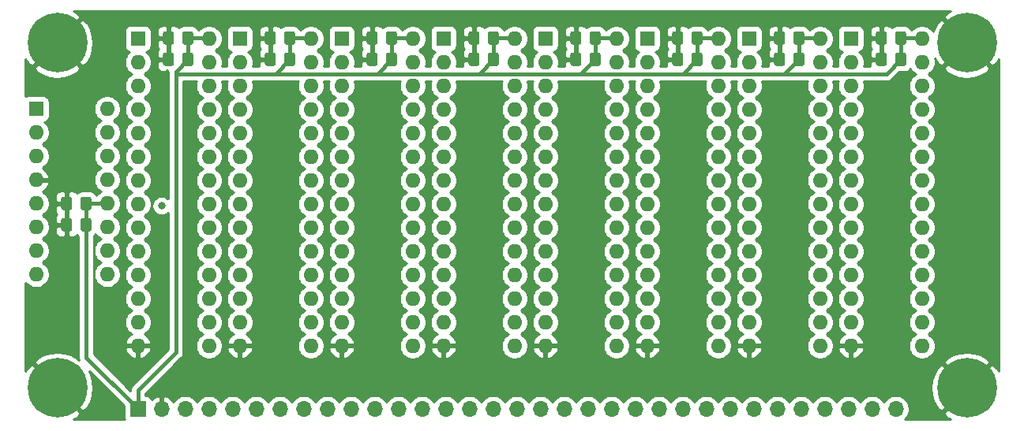
<source format=gbl>
G04 #@! TF.GenerationSoftware,KiCad,Pcbnew,(5.1.9-0-10_14)*
G04 #@! TF.CreationDate,2021-06-10T12:38:53+02:00*
G04 #@! TF.ProjectId,video_memory,76696465-6f5f-46d6-956d-6f72792e6b69,rev?*
G04 #@! TF.SameCoordinates,Original*
G04 #@! TF.FileFunction,Copper,L4,Bot*
G04 #@! TF.FilePolarity,Positive*
%FSLAX46Y46*%
G04 Gerber Fmt 4.6, Leading zero omitted, Abs format (unit mm)*
G04 Created by KiCad (PCBNEW (5.1.9-0-10_14)) date 2021-06-10 12:38:53*
%MOMM*%
%LPD*%
G01*
G04 APERTURE LIST*
G04 #@! TA.AperFunction,ComponentPad*
%ADD10O,1.600000X1.600000*%
G04 #@! TD*
G04 #@! TA.AperFunction,ComponentPad*
%ADD11R,1.600000X1.600000*%
G04 #@! TD*
G04 #@! TA.AperFunction,ComponentPad*
%ADD12C,6.400000*%
G04 #@! TD*
G04 #@! TA.AperFunction,ComponentPad*
%ADD13O,1.700000X1.700000*%
G04 #@! TD*
G04 #@! TA.AperFunction,ComponentPad*
%ADD14R,1.700000X1.700000*%
G04 #@! TD*
G04 #@! TA.AperFunction,ViaPad*
%ADD15C,0.800000*%
G04 #@! TD*
G04 #@! TA.AperFunction,Conductor*
%ADD16C,0.381000*%
G04 #@! TD*
G04 #@! TA.AperFunction,Conductor*
%ADD17C,0.254000*%
G04 #@! TD*
G04 #@! TA.AperFunction,Conductor*
%ADD18C,0.100000*%
G04 #@! TD*
G04 APERTURE END LIST*
D10*
X96266000Y-85905000D03*
X88646000Y-118925000D03*
X96266000Y-88445000D03*
X88646000Y-116385000D03*
X96266000Y-90985000D03*
X88646000Y-113845000D03*
X96266000Y-93525000D03*
X88646000Y-111305000D03*
X96266000Y-96065000D03*
X88646000Y-108765000D03*
X96266000Y-98605000D03*
X88646000Y-106225000D03*
X96266000Y-101145000D03*
X88646000Y-103685000D03*
X96266000Y-103685000D03*
X88646000Y-101145000D03*
X96266000Y-106225000D03*
X88646000Y-98605000D03*
X96266000Y-108765000D03*
X88646000Y-96065000D03*
X96266000Y-111305000D03*
X88646000Y-93525000D03*
X96266000Y-113845000D03*
X88646000Y-90985000D03*
X96266000Y-116385000D03*
X88646000Y-88445000D03*
X96266000Y-118925000D03*
D11*
X88646000Y-85905000D03*
G04 #@! TA.AperFunction,SMDPad,CuDef*
G36*
G01*
X168968000Y-87663000D02*
X168968000Y-88613000D01*
G75*
G02*
X168718000Y-88863000I-250000J0D01*
G01*
X168043000Y-88863000D01*
G75*
G02*
X167793000Y-88613000I0J250000D01*
G01*
X167793000Y-87663000D01*
G75*
G02*
X168043000Y-87413000I250000J0D01*
G01*
X168718000Y-87413000D01*
G75*
G02*
X168968000Y-87663000I0J-250000D01*
G01*
G37*
G04 #@! TD.AperFunction*
G04 #@! TA.AperFunction,SMDPad,CuDef*
G36*
G01*
X171043000Y-87663000D02*
X171043000Y-88613000D01*
G75*
G02*
X170793000Y-88863000I-250000J0D01*
G01*
X170118000Y-88863000D01*
G75*
G02*
X169868000Y-88613000I0J250000D01*
G01*
X169868000Y-87663000D01*
G75*
G02*
X170118000Y-87413000I250000J0D01*
G01*
X170793000Y-87413000D01*
G75*
G02*
X171043000Y-87663000I0J-250000D01*
G01*
G37*
G04 #@! TD.AperFunction*
G04 #@! TA.AperFunction,SMDPad,CuDef*
G36*
G01*
X158046000Y-87663000D02*
X158046000Y-88613000D01*
G75*
G02*
X157796000Y-88863000I-250000J0D01*
G01*
X157121000Y-88863000D01*
G75*
G02*
X156871000Y-88613000I0J250000D01*
G01*
X156871000Y-87663000D01*
G75*
G02*
X157121000Y-87413000I250000J0D01*
G01*
X157796000Y-87413000D01*
G75*
G02*
X158046000Y-87663000I0J-250000D01*
G01*
G37*
G04 #@! TD.AperFunction*
G04 #@! TA.AperFunction,SMDPad,CuDef*
G36*
G01*
X160121000Y-87663000D02*
X160121000Y-88613000D01*
G75*
G02*
X159871000Y-88863000I-250000J0D01*
G01*
X159196000Y-88863000D01*
G75*
G02*
X158946000Y-88613000I0J250000D01*
G01*
X158946000Y-87663000D01*
G75*
G02*
X159196000Y-87413000I250000J0D01*
G01*
X159871000Y-87413000D01*
G75*
G02*
X160121000Y-87663000I0J-250000D01*
G01*
G37*
G04 #@! TD.AperFunction*
G04 #@! TA.AperFunction,SMDPad,CuDef*
G36*
G01*
X147124000Y-87663000D02*
X147124000Y-88613000D01*
G75*
G02*
X146874000Y-88863000I-250000J0D01*
G01*
X146199000Y-88863000D01*
G75*
G02*
X145949000Y-88613000I0J250000D01*
G01*
X145949000Y-87663000D01*
G75*
G02*
X146199000Y-87413000I250000J0D01*
G01*
X146874000Y-87413000D01*
G75*
G02*
X147124000Y-87663000I0J-250000D01*
G01*
G37*
G04 #@! TD.AperFunction*
G04 #@! TA.AperFunction,SMDPad,CuDef*
G36*
G01*
X149199000Y-87663000D02*
X149199000Y-88613000D01*
G75*
G02*
X148949000Y-88863000I-250000J0D01*
G01*
X148274000Y-88863000D01*
G75*
G02*
X148024000Y-88613000I0J250000D01*
G01*
X148024000Y-87663000D01*
G75*
G02*
X148274000Y-87413000I250000J0D01*
G01*
X148949000Y-87413000D01*
G75*
G02*
X149199000Y-87663000I0J-250000D01*
G01*
G37*
G04 #@! TD.AperFunction*
G04 #@! TA.AperFunction,SMDPad,CuDef*
G36*
G01*
X136202000Y-87663000D02*
X136202000Y-88613000D01*
G75*
G02*
X135952000Y-88863000I-250000J0D01*
G01*
X135277000Y-88863000D01*
G75*
G02*
X135027000Y-88613000I0J250000D01*
G01*
X135027000Y-87663000D01*
G75*
G02*
X135277000Y-87413000I250000J0D01*
G01*
X135952000Y-87413000D01*
G75*
G02*
X136202000Y-87663000I0J-250000D01*
G01*
G37*
G04 #@! TD.AperFunction*
G04 #@! TA.AperFunction,SMDPad,CuDef*
G36*
G01*
X138277000Y-87663000D02*
X138277000Y-88613000D01*
G75*
G02*
X138027000Y-88863000I-250000J0D01*
G01*
X137352000Y-88863000D01*
G75*
G02*
X137102000Y-88613000I0J250000D01*
G01*
X137102000Y-87663000D01*
G75*
G02*
X137352000Y-87413000I250000J0D01*
G01*
X138027000Y-87413000D01*
G75*
G02*
X138277000Y-87663000I0J-250000D01*
G01*
G37*
G04 #@! TD.AperFunction*
G04 #@! TA.AperFunction,SMDPad,CuDef*
G36*
G01*
X125280000Y-87663000D02*
X125280000Y-88613000D01*
G75*
G02*
X125030000Y-88863000I-250000J0D01*
G01*
X124355000Y-88863000D01*
G75*
G02*
X124105000Y-88613000I0J250000D01*
G01*
X124105000Y-87663000D01*
G75*
G02*
X124355000Y-87413000I250000J0D01*
G01*
X125030000Y-87413000D01*
G75*
G02*
X125280000Y-87663000I0J-250000D01*
G01*
G37*
G04 #@! TD.AperFunction*
G04 #@! TA.AperFunction,SMDPad,CuDef*
G36*
G01*
X127355000Y-87663000D02*
X127355000Y-88613000D01*
G75*
G02*
X127105000Y-88863000I-250000J0D01*
G01*
X126430000Y-88863000D01*
G75*
G02*
X126180000Y-88613000I0J250000D01*
G01*
X126180000Y-87663000D01*
G75*
G02*
X126430000Y-87413000I250000J0D01*
G01*
X127105000Y-87413000D01*
G75*
G02*
X127355000Y-87663000I0J-250000D01*
G01*
G37*
G04 #@! TD.AperFunction*
G04 #@! TA.AperFunction,SMDPad,CuDef*
G36*
G01*
X114358000Y-87663000D02*
X114358000Y-88613000D01*
G75*
G02*
X114108000Y-88863000I-250000J0D01*
G01*
X113433000Y-88863000D01*
G75*
G02*
X113183000Y-88613000I0J250000D01*
G01*
X113183000Y-87663000D01*
G75*
G02*
X113433000Y-87413000I250000J0D01*
G01*
X114108000Y-87413000D01*
G75*
G02*
X114358000Y-87663000I0J-250000D01*
G01*
G37*
G04 #@! TD.AperFunction*
G04 #@! TA.AperFunction,SMDPad,CuDef*
G36*
G01*
X116433000Y-87663000D02*
X116433000Y-88613000D01*
G75*
G02*
X116183000Y-88863000I-250000J0D01*
G01*
X115508000Y-88863000D01*
G75*
G02*
X115258000Y-88613000I0J250000D01*
G01*
X115258000Y-87663000D01*
G75*
G02*
X115508000Y-87413000I250000J0D01*
G01*
X116183000Y-87413000D01*
G75*
G02*
X116433000Y-87663000I0J-250000D01*
G01*
G37*
G04 #@! TD.AperFunction*
G04 #@! TA.AperFunction,SMDPad,CuDef*
G36*
G01*
X103436000Y-87663000D02*
X103436000Y-88613000D01*
G75*
G02*
X103186000Y-88863000I-250000J0D01*
G01*
X102511000Y-88863000D01*
G75*
G02*
X102261000Y-88613000I0J250000D01*
G01*
X102261000Y-87663000D01*
G75*
G02*
X102511000Y-87413000I250000J0D01*
G01*
X103186000Y-87413000D01*
G75*
G02*
X103436000Y-87663000I0J-250000D01*
G01*
G37*
G04 #@! TD.AperFunction*
G04 #@! TA.AperFunction,SMDPad,CuDef*
G36*
G01*
X105511000Y-87663000D02*
X105511000Y-88613000D01*
G75*
G02*
X105261000Y-88863000I-250000J0D01*
G01*
X104586000Y-88863000D01*
G75*
G02*
X104336000Y-88613000I0J250000D01*
G01*
X104336000Y-87663000D01*
G75*
G02*
X104586000Y-87413000I250000J0D01*
G01*
X105261000Y-87413000D01*
G75*
G02*
X105511000Y-87663000I0J-250000D01*
G01*
G37*
G04 #@! TD.AperFunction*
G04 #@! TA.AperFunction,SMDPad,CuDef*
G36*
G01*
X92514000Y-87663000D02*
X92514000Y-88613000D01*
G75*
G02*
X92264000Y-88863000I-250000J0D01*
G01*
X91589000Y-88863000D01*
G75*
G02*
X91339000Y-88613000I0J250000D01*
G01*
X91339000Y-87663000D01*
G75*
G02*
X91589000Y-87413000I250000J0D01*
G01*
X92264000Y-87413000D01*
G75*
G02*
X92514000Y-87663000I0J-250000D01*
G01*
G37*
G04 #@! TD.AperFunction*
G04 #@! TA.AperFunction,SMDPad,CuDef*
G36*
G01*
X94589000Y-87663000D02*
X94589000Y-88613000D01*
G75*
G02*
X94339000Y-88863000I-250000J0D01*
G01*
X93664000Y-88863000D01*
G75*
G02*
X93414000Y-88613000I0J250000D01*
G01*
X93414000Y-87663000D01*
G75*
G02*
X93664000Y-87413000I250000J0D01*
G01*
X94339000Y-87413000D01*
G75*
G02*
X94589000Y-87663000I0J-250000D01*
G01*
G37*
G04 #@! TD.AperFunction*
G04 #@! TA.AperFunction,SMDPad,CuDef*
G36*
G01*
X81592000Y-105443000D02*
X81592000Y-106393000D01*
G75*
G02*
X81342000Y-106643000I-250000J0D01*
G01*
X80667000Y-106643000D01*
G75*
G02*
X80417000Y-106393000I0J250000D01*
G01*
X80417000Y-105443000D01*
G75*
G02*
X80667000Y-105193000I250000J0D01*
G01*
X81342000Y-105193000D01*
G75*
G02*
X81592000Y-105443000I0J-250000D01*
G01*
G37*
G04 #@! TD.AperFunction*
G04 #@! TA.AperFunction,SMDPad,CuDef*
G36*
G01*
X83667000Y-105443000D02*
X83667000Y-106393000D01*
G75*
G02*
X83417000Y-106643000I-250000J0D01*
G01*
X82742000Y-106643000D01*
G75*
G02*
X82492000Y-106393000I0J250000D01*
G01*
X82492000Y-105443000D01*
G75*
G02*
X82742000Y-105193000I250000J0D01*
G01*
X83417000Y-105193000D01*
G75*
G02*
X83667000Y-105443000I0J-250000D01*
G01*
G37*
G04 #@! TD.AperFunction*
G04 #@! TA.AperFunction,SMDPad,CuDef*
G36*
G01*
X168968000Y-85377000D02*
X168968000Y-86327000D01*
G75*
G02*
X168718000Y-86577000I-250000J0D01*
G01*
X168043000Y-86577000D01*
G75*
G02*
X167793000Y-86327000I0J250000D01*
G01*
X167793000Y-85377000D01*
G75*
G02*
X168043000Y-85127000I250000J0D01*
G01*
X168718000Y-85127000D01*
G75*
G02*
X168968000Y-85377000I0J-250000D01*
G01*
G37*
G04 #@! TD.AperFunction*
G04 #@! TA.AperFunction,SMDPad,CuDef*
G36*
G01*
X171043000Y-85377000D02*
X171043000Y-86327000D01*
G75*
G02*
X170793000Y-86577000I-250000J0D01*
G01*
X170118000Y-86577000D01*
G75*
G02*
X169868000Y-86327000I0J250000D01*
G01*
X169868000Y-85377000D01*
G75*
G02*
X170118000Y-85127000I250000J0D01*
G01*
X170793000Y-85127000D01*
G75*
G02*
X171043000Y-85377000I0J-250000D01*
G01*
G37*
G04 #@! TD.AperFunction*
G04 #@! TA.AperFunction,SMDPad,CuDef*
G36*
G01*
X158046000Y-85377000D02*
X158046000Y-86327000D01*
G75*
G02*
X157796000Y-86577000I-250000J0D01*
G01*
X157121000Y-86577000D01*
G75*
G02*
X156871000Y-86327000I0J250000D01*
G01*
X156871000Y-85377000D01*
G75*
G02*
X157121000Y-85127000I250000J0D01*
G01*
X157796000Y-85127000D01*
G75*
G02*
X158046000Y-85377000I0J-250000D01*
G01*
G37*
G04 #@! TD.AperFunction*
G04 #@! TA.AperFunction,SMDPad,CuDef*
G36*
G01*
X160121000Y-85377000D02*
X160121000Y-86327000D01*
G75*
G02*
X159871000Y-86577000I-250000J0D01*
G01*
X159196000Y-86577000D01*
G75*
G02*
X158946000Y-86327000I0J250000D01*
G01*
X158946000Y-85377000D01*
G75*
G02*
X159196000Y-85127000I250000J0D01*
G01*
X159871000Y-85127000D01*
G75*
G02*
X160121000Y-85377000I0J-250000D01*
G01*
G37*
G04 #@! TD.AperFunction*
G04 #@! TA.AperFunction,SMDPad,CuDef*
G36*
G01*
X147124000Y-85377000D02*
X147124000Y-86327000D01*
G75*
G02*
X146874000Y-86577000I-250000J0D01*
G01*
X146199000Y-86577000D01*
G75*
G02*
X145949000Y-86327000I0J250000D01*
G01*
X145949000Y-85377000D01*
G75*
G02*
X146199000Y-85127000I250000J0D01*
G01*
X146874000Y-85127000D01*
G75*
G02*
X147124000Y-85377000I0J-250000D01*
G01*
G37*
G04 #@! TD.AperFunction*
G04 #@! TA.AperFunction,SMDPad,CuDef*
G36*
G01*
X149199000Y-85377000D02*
X149199000Y-86327000D01*
G75*
G02*
X148949000Y-86577000I-250000J0D01*
G01*
X148274000Y-86577000D01*
G75*
G02*
X148024000Y-86327000I0J250000D01*
G01*
X148024000Y-85377000D01*
G75*
G02*
X148274000Y-85127000I250000J0D01*
G01*
X148949000Y-85127000D01*
G75*
G02*
X149199000Y-85377000I0J-250000D01*
G01*
G37*
G04 #@! TD.AperFunction*
G04 #@! TA.AperFunction,SMDPad,CuDef*
G36*
G01*
X136202000Y-85377000D02*
X136202000Y-86327000D01*
G75*
G02*
X135952000Y-86577000I-250000J0D01*
G01*
X135277000Y-86577000D01*
G75*
G02*
X135027000Y-86327000I0J250000D01*
G01*
X135027000Y-85377000D01*
G75*
G02*
X135277000Y-85127000I250000J0D01*
G01*
X135952000Y-85127000D01*
G75*
G02*
X136202000Y-85377000I0J-250000D01*
G01*
G37*
G04 #@! TD.AperFunction*
G04 #@! TA.AperFunction,SMDPad,CuDef*
G36*
G01*
X138277000Y-85377000D02*
X138277000Y-86327000D01*
G75*
G02*
X138027000Y-86577000I-250000J0D01*
G01*
X137352000Y-86577000D01*
G75*
G02*
X137102000Y-86327000I0J250000D01*
G01*
X137102000Y-85377000D01*
G75*
G02*
X137352000Y-85127000I250000J0D01*
G01*
X138027000Y-85127000D01*
G75*
G02*
X138277000Y-85377000I0J-250000D01*
G01*
G37*
G04 #@! TD.AperFunction*
G04 #@! TA.AperFunction,SMDPad,CuDef*
G36*
G01*
X125280000Y-85377000D02*
X125280000Y-86327000D01*
G75*
G02*
X125030000Y-86577000I-250000J0D01*
G01*
X124355000Y-86577000D01*
G75*
G02*
X124105000Y-86327000I0J250000D01*
G01*
X124105000Y-85377000D01*
G75*
G02*
X124355000Y-85127000I250000J0D01*
G01*
X125030000Y-85127000D01*
G75*
G02*
X125280000Y-85377000I0J-250000D01*
G01*
G37*
G04 #@! TD.AperFunction*
G04 #@! TA.AperFunction,SMDPad,CuDef*
G36*
G01*
X127355000Y-85377000D02*
X127355000Y-86327000D01*
G75*
G02*
X127105000Y-86577000I-250000J0D01*
G01*
X126430000Y-86577000D01*
G75*
G02*
X126180000Y-86327000I0J250000D01*
G01*
X126180000Y-85377000D01*
G75*
G02*
X126430000Y-85127000I250000J0D01*
G01*
X127105000Y-85127000D01*
G75*
G02*
X127355000Y-85377000I0J-250000D01*
G01*
G37*
G04 #@! TD.AperFunction*
G04 #@! TA.AperFunction,SMDPad,CuDef*
G36*
G01*
X114358000Y-85377000D02*
X114358000Y-86327000D01*
G75*
G02*
X114108000Y-86577000I-250000J0D01*
G01*
X113433000Y-86577000D01*
G75*
G02*
X113183000Y-86327000I0J250000D01*
G01*
X113183000Y-85377000D01*
G75*
G02*
X113433000Y-85127000I250000J0D01*
G01*
X114108000Y-85127000D01*
G75*
G02*
X114358000Y-85377000I0J-250000D01*
G01*
G37*
G04 #@! TD.AperFunction*
G04 #@! TA.AperFunction,SMDPad,CuDef*
G36*
G01*
X116433000Y-85377000D02*
X116433000Y-86327000D01*
G75*
G02*
X116183000Y-86577000I-250000J0D01*
G01*
X115508000Y-86577000D01*
G75*
G02*
X115258000Y-86327000I0J250000D01*
G01*
X115258000Y-85377000D01*
G75*
G02*
X115508000Y-85127000I250000J0D01*
G01*
X116183000Y-85127000D01*
G75*
G02*
X116433000Y-85377000I0J-250000D01*
G01*
G37*
G04 #@! TD.AperFunction*
G04 #@! TA.AperFunction,SMDPad,CuDef*
G36*
G01*
X103436000Y-85377000D02*
X103436000Y-86327000D01*
G75*
G02*
X103186000Y-86577000I-250000J0D01*
G01*
X102511000Y-86577000D01*
G75*
G02*
X102261000Y-86327000I0J250000D01*
G01*
X102261000Y-85377000D01*
G75*
G02*
X102511000Y-85127000I250000J0D01*
G01*
X103186000Y-85127000D01*
G75*
G02*
X103436000Y-85377000I0J-250000D01*
G01*
G37*
G04 #@! TD.AperFunction*
G04 #@! TA.AperFunction,SMDPad,CuDef*
G36*
G01*
X105511000Y-85377000D02*
X105511000Y-86327000D01*
G75*
G02*
X105261000Y-86577000I-250000J0D01*
G01*
X104586000Y-86577000D01*
G75*
G02*
X104336000Y-86327000I0J250000D01*
G01*
X104336000Y-85377000D01*
G75*
G02*
X104586000Y-85127000I250000J0D01*
G01*
X105261000Y-85127000D01*
G75*
G02*
X105511000Y-85377000I0J-250000D01*
G01*
G37*
G04 #@! TD.AperFunction*
G04 #@! TA.AperFunction,SMDPad,CuDef*
G36*
G01*
X92514000Y-85377000D02*
X92514000Y-86327000D01*
G75*
G02*
X92264000Y-86577000I-250000J0D01*
G01*
X91589000Y-86577000D01*
G75*
G02*
X91339000Y-86327000I0J250000D01*
G01*
X91339000Y-85377000D01*
G75*
G02*
X91589000Y-85127000I250000J0D01*
G01*
X92264000Y-85127000D01*
G75*
G02*
X92514000Y-85377000I0J-250000D01*
G01*
G37*
G04 #@! TD.AperFunction*
G04 #@! TA.AperFunction,SMDPad,CuDef*
G36*
G01*
X94589000Y-85377000D02*
X94589000Y-86327000D01*
G75*
G02*
X94339000Y-86577000I-250000J0D01*
G01*
X93664000Y-86577000D01*
G75*
G02*
X93414000Y-86327000I0J250000D01*
G01*
X93414000Y-85377000D01*
G75*
G02*
X93664000Y-85127000I250000J0D01*
G01*
X94339000Y-85127000D01*
G75*
G02*
X94589000Y-85377000I0J-250000D01*
G01*
G37*
G04 #@! TD.AperFunction*
G04 #@! TA.AperFunction,SMDPad,CuDef*
G36*
G01*
X81592000Y-103157000D02*
X81592000Y-104107000D01*
G75*
G02*
X81342000Y-104357000I-250000J0D01*
G01*
X80667000Y-104357000D01*
G75*
G02*
X80417000Y-104107000I0J250000D01*
G01*
X80417000Y-103157000D01*
G75*
G02*
X80667000Y-102907000I250000J0D01*
G01*
X81342000Y-102907000D01*
G75*
G02*
X81592000Y-103157000I0J-250000D01*
G01*
G37*
G04 #@! TD.AperFunction*
G04 #@! TA.AperFunction,SMDPad,CuDef*
G36*
G01*
X83667000Y-103157000D02*
X83667000Y-104107000D01*
G75*
G02*
X83417000Y-104357000I-250000J0D01*
G01*
X82742000Y-104357000D01*
G75*
G02*
X82492000Y-104107000I0J250000D01*
G01*
X82492000Y-103157000D01*
G75*
G02*
X82742000Y-102907000I250000J0D01*
G01*
X83417000Y-102907000D01*
G75*
G02*
X83667000Y-103157000I0J-250000D01*
G01*
G37*
G04 #@! TD.AperFunction*
D10*
X85344000Y-93472000D03*
X77724000Y-111252000D03*
X85344000Y-96012000D03*
X77724000Y-108712000D03*
X85344000Y-98552000D03*
X77724000Y-106172000D03*
X85344000Y-101092000D03*
X77724000Y-103632000D03*
X85344000Y-103632000D03*
X77724000Y-101092000D03*
X85344000Y-106172000D03*
X77724000Y-98552000D03*
X85344000Y-108712000D03*
X77724000Y-96012000D03*
X85344000Y-111252000D03*
D11*
X77724000Y-93472000D03*
D12*
X177546000Y-123444000D03*
X177546000Y-86360000D03*
X80010000Y-123444000D03*
X80010000Y-86360000D03*
D10*
X172720000Y-85905000D03*
X165100000Y-118925000D03*
X172720000Y-88445000D03*
X165100000Y-116385000D03*
X172720000Y-90985000D03*
X165100000Y-113845000D03*
X172720000Y-93525000D03*
X165100000Y-111305000D03*
X172720000Y-96065000D03*
X165100000Y-108765000D03*
X172720000Y-98605000D03*
X165100000Y-106225000D03*
X172720000Y-101145000D03*
X165100000Y-103685000D03*
X172720000Y-103685000D03*
X165100000Y-101145000D03*
X172720000Y-106225000D03*
X165100000Y-98605000D03*
X172720000Y-108765000D03*
X165100000Y-96065000D03*
X172720000Y-111305000D03*
X165100000Y-93525000D03*
X172720000Y-113845000D03*
X165100000Y-90985000D03*
X172720000Y-116385000D03*
X165100000Y-88445000D03*
X172720000Y-118925000D03*
D11*
X165100000Y-85905000D03*
D10*
X161798000Y-85905000D03*
X154178000Y-118925000D03*
X161798000Y-88445000D03*
X154178000Y-116385000D03*
X161798000Y-90985000D03*
X154178000Y-113845000D03*
X161798000Y-93525000D03*
X154178000Y-111305000D03*
X161798000Y-96065000D03*
X154178000Y-108765000D03*
X161798000Y-98605000D03*
X154178000Y-106225000D03*
X161798000Y-101145000D03*
X154178000Y-103685000D03*
X161798000Y-103685000D03*
X154178000Y-101145000D03*
X161798000Y-106225000D03*
X154178000Y-98605000D03*
X161798000Y-108765000D03*
X154178000Y-96065000D03*
X161798000Y-111305000D03*
X154178000Y-93525000D03*
X161798000Y-113845000D03*
X154178000Y-90985000D03*
X161798000Y-116385000D03*
X154178000Y-88445000D03*
X161798000Y-118925000D03*
D11*
X154178000Y-85905000D03*
D10*
X150876000Y-85905000D03*
X143256000Y-118925000D03*
X150876000Y-88445000D03*
X143256000Y-116385000D03*
X150876000Y-90985000D03*
X143256000Y-113845000D03*
X150876000Y-93525000D03*
X143256000Y-111305000D03*
X150876000Y-96065000D03*
X143256000Y-108765000D03*
X150876000Y-98605000D03*
X143256000Y-106225000D03*
X150876000Y-101145000D03*
X143256000Y-103685000D03*
X150876000Y-103685000D03*
X143256000Y-101145000D03*
X150876000Y-106225000D03*
X143256000Y-98605000D03*
X150876000Y-108765000D03*
X143256000Y-96065000D03*
X150876000Y-111305000D03*
X143256000Y-93525000D03*
X150876000Y-113845000D03*
X143256000Y-90985000D03*
X150876000Y-116385000D03*
X143256000Y-88445000D03*
X150876000Y-118925000D03*
D11*
X143256000Y-85905000D03*
D10*
X139954000Y-85905000D03*
X132334000Y-118925000D03*
X139954000Y-88445000D03*
X132334000Y-116385000D03*
X139954000Y-90985000D03*
X132334000Y-113845000D03*
X139954000Y-93525000D03*
X132334000Y-111305000D03*
X139954000Y-96065000D03*
X132334000Y-108765000D03*
X139954000Y-98605000D03*
X132334000Y-106225000D03*
X139954000Y-101145000D03*
X132334000Y-103685000D03*
X139954000Y-103685000D03*
X132334000Y-101145000D03*
X139954000Y-106225000D03*
X132334000Y-98605000D03*
X139954000Y-108765000D03*
X132334000Y-96065000D03*
X139954000Y-111305000D03*
X132334000Y-93525000D03*
X139954000Y-113845000D03*
X132334000Y-90985000D03*
X139954000Y-116385000D03*
X132334000Y-88445000D03*
X139954000Y-118925000D03*
D11*
X132334000Y-85905000D03*
D10*
X129032000Y-85905000D03*
X121412000Y-118925000D03*
X129032000Y-88445000D03*
X121412000Y-116385000D03*
X129032000Y-90985000D03*
X121412000Y-113845000D03*
X129032000Y-93525000D03*
X121412000Y-111305000D03*
X129032000Y-96065000D03*
X121412000Y-108765000D03*
X129032000Y-98605000D03*
X121412000Y-106225000D03*
X129032000Y-101145000D03*
X121412000Y-103685000D03*
X129032000Y-103685000D03*
X121412000Y-101145000D03*
X129032000Y-106225000D03*
X121412000Y-98605000D03*
X129032000Y-108765000D03*
X121412000Y-96065000D03*
X129032000Y-111305000D03*
X121412000Y-93525000D03*
X129032000Y-113845000D03*
X121412000Y-90985000D03*
X129032000Y-116385000D03*
X121412000Y-88445000D03*
X129032000Y-118925000D03*
D11*
X121412000Y-85905000D03*
D10*
X118110000Y-85905000D03*
X110490000Y-118925000D03*
X118110000Y-88445000D03*
X110490000Y-116385000D03*
X118110000Y-90985000D03*
X110490000Y-113845000D03*
X118110000Y-93525000D03*
X110490000Y-111305000D03*
X118110000Y-96065000D03*
X110490000Y-108765000D03*
X118110000Y-98605000D03*
X110490000Y-106225000D03*
X118110000Y-101145000D03*
X110490000Y-103685000D03*
X118110000Y-103685000D03*
X110490000Y-101145000D03*
X118110000Y-106225000D03*
X110490000Y-98605000D03*
X118110000Y-108765000D03*
X110490000Y-96065000D03*
X118110000Y-111305000D03*
X110490000Y-93525000D03*
X118110000Y-113845000D03*
X110490000Y-90985000D03*
X118110000Y-116385000D03*
X110490000Y-88445000D03*
X118110000Y-118925000D03*
D11*
X110490000Y-85905000D03*
D10*
X107188000Y-85905000D03*
X99568000Y-118925000D03*
X107188000Y-88445000D03*
X99568000Y-116385000D03*
X107188000Y-90985000D03*
X99568000Y-113845000D03*
X107188000Y-93525000D03*
X99568000Y-111305000D03*
X107188000Y-96065000D03*
X99568000Y-108765000D03*
X107188000Y-98605000D03*
X99568000Y-106225000D03*
X107188000Y-101145000D03*
X99568000Y-103685000D03*
X107188000Y-103685000D03*
X99568000Y-101145000D03*
X107188000Y-106225000D03*
X99568000Y-98605000D03*
X107188000Y-108765000D03*
X99568000Y-96065000D03*
X107188000Y-111305000D03*
X99568000Y-93525000D03*
X107188000Y-113845000D03*
X99568000Y-90985000D03*
X107188000Y-116385000D03*
X99568000Y-88445000D03*
X107188000Y-118925000D03*
D11*
X99568000Y-85905000D03*
D13*
X169926000Y-125730000D03*
X167386000Y-125730000D03*
X164846000Y-125730000D03*
X162306000Y-125730000D03*
X159766000Y-125730000D03*
X157226000Y-125730000D03*
X154686000Y-125730000D03*
X152146000Y-125730000D03*
X149606000Y-125730000D03*
X147066000Y-125730000D03*
X144526000Y-125730000D03*
X141986000Y-125730000D03*
X139446000Y-125730000D03*
X136906000Y-125730000D03*
X134366000Y-125730000D03*
X131826000Y-125730000D03*
X129286000Y-125730000D03*
X126746000Y-125730000D03*
X124206000Y-125730000D03*
X121666000Y-125730000D03*
X119126000Y-125730000D03*
X116586000Y-125730000D03*
X114046000Y-125730000D03*
X111506000Y-125730000D03*
X108966000Y-125730000D03*
X106426000Y-125730000D03*
X103886000Y-125730000D03*
X101346000Y-125730000D03*
X98806000Y-125730000D03*
X96266000Y-125730000D03*
X93726000Y-125730000D03*
X91186000Y-125730000D03*
D14*
X88646000Y-125730000D03*
D15*
X91186000Y-103886000D03*
D16*
X83079500Y-120163500D02*
X83079500Y-105918000D01*
X88646000Y-125730000D02*
X83079500Y-120163500D01*
X83079500Y-105918000D02*
X83079500Y-103632000D01*
X83079500Y-103632000D02*
X85344000Y-103632000D01*
X88646000Y-125730000D02*
X88646000Y-123698000D01*
X88646000Y-123698000D02*
X92710000Y-119634000D01*
X92710000Y-89429500D02*
X94001500Y-88138000D01*
X94001500Y-88138000D02*
X94001500Y-85852000D01*
X96213000Y-85852000D02*
X96266000Y-85905000D01*
X94001500Y-85852000D02*
X96213000Y-85852000D01*
X92710000Y-89662000D02*
X92737501Y-89689501D01*
X103371999Y-89689501D02*
X104923500Y-88138000D01*
X92737501Y-89689501D02*
X103371999Y-89689501D01*
X92710000Y-119634000D02*
X92710000Y-89662000D01*
X92710000Y-89662000D02*
X92710000Y-89429500D01*
X104923500Y-88138000D02*
X104923500Y-85852000D01*
X107135000Y-85852000D02*
X107188000Y-85905000D01*
X104923500Y-85852000D02*
X107135000Y-85852000D01*
X114293999Y-89689501D02*
X115845500Y-88138000D01*
X103371999Y-89689501D02*
X114293999Y-89689501D01*
X115845500Y-88138000D02*
X115845500Y-85852000D01*
X118057000Y-85852000D02*
X118110000Y-85905000D01*
X115845500Y-85852000D02*
X118057000Y-85852000D01*
X125215999Y-89689501D02*
X126767500Y-88138000D01*
X114293999Y-89689501D02*
X125215999Y-89689501D01*
X126767500Y-88138000D02*
X126767500Y-85852000D01*
X128979000Y-85852000D02*
X129032000Y-85905000D01*
X126767500Y-85852000D02*
X128979000Y-85852000D01*
X125215999Y-89689501D02*
X136137999Y-89689501D01*
X137689500Y-88138000D02*
X137689500Y-85852000D01*
X139901000Y-85852000D02*
X139954000Y-85905000D01*
X137689500Y-85852000D02*
X139901000Y-85852000D01*
X136425501Y-89689501D02*
X147059999Y-89689501D01*
X136281750Y-89545750D02*
X136425501Y-89689501D01*
X147059999Y-89689501D02*
X148611500Y-88138000D01*
X136137999Y-89689501D02*
X136281750Y-89545750D01*
X136281750Y-89545750D02*
X137689500Y-88138000D01*
X148611500Y-88138000D02*
X148611500Y-85852000D01*
X150823000Y-85852000D02*
X150876000Y-85905000D01*
X148611500Y-85852000D02*
X150823000Y-85852000D01*
X147059999Y-89689501D02*
X157981999Y-89689501D01*
X159533500Y-88138000D02*
X159533500Y-85852000D01*
X161745000Y-85852000D02*
X161798000Y-85905000D01*
X159533500Y-85852000D02*
X161745000Y-85852000D01*
X168903999Y-89689501D02*
X170455500Y-88138000D01*
X158125750Y-89545750D02*
X158269501Y-89689501D01*
X157981999Y-89689501D02*
X158125750Y-89545750D01*
X158269501Y-89689501D02*
X168903999Y-89689501D01*
X158125750Y-89545750D02*
X159533500Y-88138000D01*
X170455500Y-88138000D02*
X170455500Y-85852000D01*
X172667000Y-85852000D02*
X172720000Y-85905000D01*
X170455500Y-85852000D02*
X172667000Y-85852000D01*
D17*
X175425330Y-83142445D02*
X175384912Y-83169452D01*
X175024724Y-83659119D01*
X177546000Y-86180395D01*
X177560143Y-86166253D01*
X177739748Y-86345858D01*
X177725605Y-86360000D01*
X180246881Y-88881276D01*
X180736548Y-88521088D01*
X180950000Y-88127734D01*
X180950001Y-121677502D01*
X180763555Y-121323330D01*
X180736548Y-121282912D01*
X180246881Y-120922724D01*
X177725605Y-123444000D01*
X177739748Y-123458143D01*
X177560143Y-123637748D01*
X177546000Y-123623605D01*
X175024724Y-126144881D01*
X175384912Y-126634548D01*
X175778266Y-126848000D01*
X170908107Y-126848000D01*
X171079475Y-126676632D01*
X171241990Y-126433411D01*
X171353932Y-126163158D01*
X171411000Y-125876260D01*
X171411000Y-125583740D01*
X171353932Y-125296842D01*
X171241990Y-125026589D01*
X171079475Y-124783368D01*
X170872632Y-124576525D01*
X170629411Y-124414010D01*
X170359158Y-124302068D01*
X170072260Y-124245000D01*
X169779740Y-124245000D01*
X169492842Y-124302068D01*
X169222589Y-124414010D01*
X168979368Y-124576525D01*
X168772525Y-124783368D01*
X168656000Y-124957760D01*
X168539475Y-124783368D01*
X168332632Y-124576525D01*
X168089411Y-124414010D01*
X167819158Y-124302068D01*
X167532260Y-124245000D01*
X167239740Y-124245000D01*
X166952842Y-124302068D01*
X166682589Y-124414010D01*
X166439368Y-124576525D01*
X166232525Y-124783368D01*
X166116000Y-124957760D01*
X165999475Y-124783368D01*
X165792632Y-124576525D01*
X165549411Y-124414010D01*
X165279158Y-124302068D01*
X164992260Y-124245000D01*
X164699740Y-124245000D01*
X164412842Y-124302068D01*
X164142589Y-124414010D01*
X163899368Y-124576525D01*
X163692525Y-124783368D01*
X163576000Y-124957760D01*
X163459475Y-124783368D01*
X163252632Y-124576525D01*
X163009411Y-124414010D01*
X162739158Y-124302068D01*
X162452260Y-124245000D01*
X162159740Y-124245000D01*
X161872842Y-124302068D01*
X161602589Y-124414010D01*
X161359368Y-124576525D01*
X161152525Y-124783368D01*
X161036000Y-124957760D01*
X160919475Y-124783368D01*
X160712632Y-124576525D01*
X160469411Y-124414010D01*
X160199158Y-124302068D01*
X159912260Y-124245000D01*
X159619740Y-124245000D01*
X159332842Y-124302068D01*
X159062589Y-124414010D01*
X158819368Y-124576525D01*
X158612525Y-124783368D01*
X158496000Y-124957760D01*
X158379475Y-124783368D01*
X158172632Y-124576525D01*
X157929411Y-124414010D01*
X157659158Y-124302068D01*
X157372260Y-124245000D01*
X157079740Y-124245000D01*
X156792842Y-124302068D01*
X156522589Y-124414010D01*
X156279368Y-124576525D01*
X156072525Y-124783368D01*
X155956000Y-124957760D01*
X155839475Y-124783368D01*
X155632632Y-124576525D01*
X155389411Y-124414010D01*
X155119158Y-124302068D01*
X154832260Y-124245000D01*
X154539740Y-124245000D01*
X154252842Y-124302068D01*
X153982589Y-124414010D01*
X153739368Y-124576525D01*
X153532525Y-124783368D01*
X153416000Y-124957760D01*
X153299475Y-124783368D01*
X153092632Y-124576525D01*
X152849411Y-124414010D01*
X152579158Y-124302068D01*
X152292260Y-124245000D01*
X151999740Y-124245000D01*
X151712842Y-124302068D01*
X151442589Y-124414010D01*
X151199368Y-124576525D01*
X150992525Y-124783368D01*
X150876000Y-124957760D01*
X150759475Y-124783368D01*
X150552632Y-124576525D01*
X150309411Y-124414010D01*
X150039158Y-124302068D01*
X149752260Y-124245000D01*
X149459740Y-124245000D01*
X149172842Y-124302068D01*
X148902589Y-124414010D01*
X148659368Y-124576525D01*
X148452525Y-124783368D01*
X148336000Y-124957760D01*
X148219475Y-124783368D01*
X148012632Y-124576525D01*
X147769411Y-124414010D01*
X147499158Y-124302068D01*
X147212260Y-124245000D01*
X146919740Y-124245000D01*
X146632842Y-124302068D01*
X146362589Y-124414010D01*
X146119368Y-124576525D01*
X145912525Y-124783368D01*
X145796000Y-124957760D01*
X145679475Y-124783368D01*
X145472632Y-124576525D01*
X145229411Y-124414010D01*
X144959158Y-124302068D01*
X144672260Y-124245000D01*
X144379740Y-124245000D01*
X144092842Y-124302068D01*
X143822589Y-124414010D01*
X143579368Y-124576525D01*
X143372525Y-124783368D01*
X143256000Y-124957760D01*
X143139475Y-124783368D01*
X142932632Y-124576525D01*
X142689411Y-124414010D01*
X142419158Y-124302068D01*
X142132260Y-124245000D01*
X141839740Y-124245000D01*
X141552842Y-124302068D01*
X141282589Y-124414010D01*
X141039368Y-124576525D01*
X140832525Y-124783368D01*
X140716000Y-124957760D01*
X140599475Y-124783368D01*
X140392632Y-124576525D01*
X140149411Y-124414010D01*
X139879158Y-124302068D01*
X139592260Y-124245000D01*
X139299740Y-124245000D01*
X139012842Y-124302068D01*
X138742589Y-124414010D01*
X138499368Y-124576525D01*
X138292525Y-124783368D01*
X138176000Y-124957760D01*
X138059475Y-124783368D01*
X137852632Y-124576525D01*
X137609411Y-124414010D01*
X137339158Y-124302068D01*
X137052260Y-124245000D01*
X136759740Y-124245000D01*
X136472842Y-124302068D01*
X136202589Y-124414010D01*
X135959368Y-124576525D01*
X135752525Y-124783368D01*
X135636000Y-124957760D01*
X135519475Y-124783368D01*
X135312632Y-124576525D01*
X135069411Y-124414010D01*
X134799158Y-124302068D01*
X134512260Y-124245000D01*
X134219740Y-124245000D01*
X133932842Y-124302068D01*
X133662589Y-124414010D01*
X133419368Y-124576525D01*
X133212525Y-124783368D01*
X133096000Y-124957760D01*
X132979475Y-124783368D01*
X132772632Y-124576525D01*
X132529411Y-124414010D01*
X132259158Y-124302068D01*
X131972260Y-124245000D01*
X131679740Y-124245000D01*
X131392842Y-124302068D01*
X131122589Y-124414010D01*
X130879368Y-124576525D01*
X130672525Y-124783368D01*
X130556000Y-124957760D01*
X130439475Y-124783368D01*
X130232632Y-124576525D01*
X129989411Y-124414010D01*
X129719158Y-124302068D01*
X129432260Y-124245000D01*
X129139740Y-124245000D01*
X128852842Y-124302068D01*
X128582589Y-124414010D01*
X128339368Y-124576525D01*
X128132525Y-124783368D01*
X128016000Y-124957760D01*
X127899475Y-124783368D01*
X127692632Y-124576525D01*
X127449411Y-124414010D01*
X127179158Y-124302068D01*
X126892260Y-124245000D01*
X126599740Y-124245000D01*
X126312842Y-124302068D01*
X126042589Y-124414010D01*
X125799368Y-124576525D01*
X125592525Y-124783368D01*
X125476000Y-124957760D01*
X125359475Y-124783368D01*
X125152632Y-124576525D01*
X124909411Y-124414010D01*
X124639158Y-124302068D01*
X124352260Y-124245000D01*
X124059740Y-124245000D01*
X123772842Y-124302068D01*
X123502589Y-124414010D01*
X123259368Y-124576525D01*
X123052525Y-124783368D01*
X122936000Y-124957760D01*
X122819475Y-124783368D01*
X122612632Y-124576525D01*
X122369411Y-124414010D01*
X122099158Y-124302068D01*
X121812260Y-124245000D01*
X121519740Y-124245000D01*
X121232842Y-124302068D01*
X120962589Y-124414010D01*
X120719368Y-124576525D01*
X120512525Y-124783368D01*
X120396000Y-124957760D01*
X120279475Y-124783368D01*
X120072632Y-124576525D01*
X119829411Y-124414010D01*
X119559158Y-124302068D01*
X119272260Y-124245000D01*
X118979740Y-124245000D01*
X118692842Y-124302068D01*
X118422589Y-124414010D01*
X118179368Y-124576525D01*
X117972525Y-124783368D01*
X117856000Y-124957760D01*
X117739475Y-124783368D01*
X117532632Y-124576525D01*
X117289411Y-124414010D01*
X117019158Y-124302068D01*
X116732260Y-124245000D01*
X116439740Y-124245000D01*
X116152842Y-124302068D01*
X115882589Y-124414010D01*
X115639368Y-124576525D01*
X115432525Y-124783368D01*
X115316000Y-124957760D01*
X115199475Y-124783368D01*
X114992632Y-124576525D01*
X114749411Y-124414010D01*
X114479158Y-124302068D01*
X114192260Y-124245000D01*
X113899740Y-124245000D01*
X113612842Y-124302068D01*
X113342589Y-124414010D01*
X113099368Y-124576525D01*
X112892525Y-124783368D01*
X112776000Y-124957760D01*
X112659475Y-124783368D01*
X112452632Y-124576525D01*
X112209411Y-124414010D01*
X111939158Y-124302068D01*
X111652260Y-124245000D01*
X111359740Y-124245000D01*
X111072842Y-124302068D01*
X110802589Y-124414010D01*
X110559368Y-124576525D01*
X110352525Y-124783368D01*
X110236000Y-124957760D01*
X110119475Y-124783368D01*
X109912632Y-124576525D01*
X109669411Y-124414010D01*
X109399158Y-124302068D01*
X109112260Y-124245000D01*
X108819740Y-124245000D01*
X108532842Y-124302068D01*
X108262589Y-124414010D01*
X108019368Y-124576525D01*
X107812525Y-124783368D01*
X107696000Y-124957760D01*
X107579475Y-124783368D01*
X107372632Y-124576525D01*
X107129411Y-124414010D01*
X106859158Y-124302068D01*
X106572260Y-124245000D01*
X106279740Y-124245000D01*
X105992842Y-124302068D01*
X105722589Y-124414010D01*
X105479368Y-124576525D01*
X105272525Y-124783368D01*
X105156000Y-124957760D01*
X105039475Y-124783368D01*
X104832632Y-124576525D01*
X104589411Y-124414010D01*
X104319158Y-124302068D01*
X104032260Y-124245000D01*
X103739740Y-124245000D01*
X103452842Y-124302068D01*
X103182589Y-124414010D01*
X102939368Y-124576525D01*
X102732525Y-124783368D01*
X102616000Y-124957760D01*
X102499475Y-124783368D01*
X102292632Y-124576525D01*
X102049411Y-124414010D01*
X101779158Y-124302068D01*
X101492260Y-124245000D01*
X101199740Y-124245000D01*
X100912842Y-124302068D01*
X100642589Y-124414010D01*
X100399368Y-124576525D01*
X100192525Y-124783368D01*
X100076000Y-124957760D01*
X99959475Y-124783368D01*
X99752632Y-124576525D01*
X99509411Y-124414010D01*
X99239158Y-124302068D01*
X98952260Y-124245000D01*
X98659740Y-124245000D01*
X98372842Y-124302068D01*
X98102589Y-124414010D01*
X97859368Y-124576525D01*
X97652525Y-124783368D01*
X97536000Y-124957760D01*
X97419475Y-124783368D01*
X97212632Y-124576525D01*
X96969411Y-124414010D01*
X96699158Y-124302068D01*
X96412260Y-124245000D01*
X96119740Y-124245000D01*
X95832842Y-124302068D01*
X95562589Y-124414010D01*
X95319368Y-124576525D01*
X95112525Y-124783368D01*
X94996000Y-124957760D01*
X94879475Y-124783368D01*
X94672632Y-124576525D01*
X94429411Y-124414010D01*
X94159158Y-124302068D01*
X93872260Y-124245000D01*
X93579740Y-124245000D01*
X93292842Y-124302068D01*
X93022589Y-124414010D01*
X92779368Y-124576525D01*
X92572525Y-124783368D01*
X92450805Y-124965534D01*
X92381178Y-124848645D01*
X92186269Y-124632412D01*
X91952920Y-124458359D01*
X91690099Y-124333175D01*
X91542890Y-124288524D01*
X91313000Y-124409845D01*
X91313000Y-125603000D01*
X91333000Y-125603000D01*
X91333000Y-125857000D01*
X91313000Y-125857000D01*
X91313000Y-125877000D01*
X91059000Y-125877000D01*
X91059000Y-125857000D01*
X91039000Y-125857000D01*
X91039000Y-125603000D01*
X91059000Y-125603000D01*
X91059000Y-124409845D01*
X90829110Y-124288524D01*
X90681901Y-124333175D01*
X90419080Y-124458359D01*
X90185731Y-124632412D01*
X90109966Y-124716466D01*
X90085502Y-124635820D01*
X90026537Y-124525506D01*
X89947185Y-124428815D01*
X89850494Y-124349463D01*
X89740180Y-124290498D01*
X89620482Y-124254188D01*
X89496000Y-124241928D01*
X89471500Y-124241928D01*
X89471500Y-124039932D01*
X90091737Y-123419695D01*
X173692520Y-123419695D01*
X173761822Y-124171938D01*
X173976548Y-124896208D01*
X174328445Y-125564670D01*
X174355452Y-125605088D01*
X174845119Y-125965276D01*
X177366395Y-123444000D01*
X174845119Y-120922724D01*
X174355452Y-121282912D01*
X173995151Y-121946882D01*
X173771306Y-122668385D01*
X173692520Y-123419695D01*
X90091737Y-123419695D01*
X92768314Y-120743119D01*
X175024724Y-120743119D01*
X177546000Y-123264395D01*
X180067276Y-120743119D01*
X179707088Y-120253452D01*
X179043118Y-119893151D01*
X178321615Y-119669306D01*
X177570305Y-119590520D01*
X176818062Y-119659822D01*
X176093792Y-119874548D01*
X175425330Y-120226445D01*
X175384912Y-120253452D01*
X175024724Y-120743119D01*
X92768314Y-120743119D01*
X93265046Y-120246388D01*
X93296541Y-120220541D01*
X93322389Y-120189045D01*
X93322392Y-120189042D01*
X93399699Y-120094843D01*
X93476353Y-119951434D01*
X93499676Y-119874548D01*
X93523556Y-119795826D01*
X93535500Y-119674553D01*
X93535500Y-119674551D01*
X93539494Y-119634000D01*
X93535500Y-119593450D01*
X93535500Y-90515001D01*
X94907448Y-90515001D01*
X94886147Y-90566426D01*
X94831000Y-90843665D01*
X94831000Y-91126335D01*
X94886147Y-91403574D01*
X94994320Y-91664727D01*
X95151363Y-91899759D01*
X95351241Y-92099637D01*
X95583759Y-92255000D01*
X95351241Y-92410363D01*
X95151363Y-92610241D01*
X94994320Y-92845273D01*
X94886147Y-93106426D01*
X94831000Y-93383665D01*
X94831000Y-93666335D01*
X94886147Y-93943574D01*
X94994320Y-94204727D01*
X95151363Y-94439759D01*
X95351241Y-94639637D01*
X95583759Y-94795000D01*
X95351241Y-94950363D01*
X95151363Y-95150241D01*
X94994320Y-95385273D01*
X94886147Y-95646426D01*
X94831000Y-95923665D01*
X94831000Y-96206335D01*
X94886147Y-96483574D01*
X94994320Y-96744727D01*
X95151363Y-96979759D01*
X95351241Y-97179637D01*
X95583759Y-97335000D01*
X95351241Y-97490363D01*
X95151363Y-97690241D01*
X94994320Y-97925273D01*
X94886147Y-98186426D01*
X94831000Y-98463665D01*
X94831000Y-98746335D01*
X94886147Y-99023574D01*
X94994320Y-99284727D01*
X95151363Y-99519759D01*
X95351241Y-99719637D01*
X95583759Y-99875000D01*
X95351241Y-100030363D01*
X95151363Y-100230241D01*
X94994320Y-100465273D01*
X94886147Y-100726426D01*
X94831000Y-101003665D01*
X94831000Y-101286335D01*
X94886147Y-101563574D01*
X94994320Y-101824727D01*
X95151363Y-102059759D01*
X95351241Y-102259637D01*
X95583759Y-102415000D01*
X95351241Y-102570363D01*
X95151363Y-102770241D01*
X94994320Y-103005273D01*
X94886147Y-103266426D01*
X94831000Y-103543665D01*
X94831000Y-103826335D01*
X94886147Y-104103574D01*
X94994320Y-104364727D01*
X95151363Y-104599759D01*
X95351241Y-104799637D01*
X95583759Y-104955000D01*
X95351241Y-105110363D01*
X95151363Y-105310241D01*
X94994320Y-105545273D01*
X94886147Y-105806426D01*
X94831000Y-106083665D01*
X94831000Y-106366335D01*
X94886147Y-106643574D01*
X94994320Y-106904727D01*
X95151363Y-107139759D01*
X95351241Y-107339637D01*
X95583759Y-107495000D01*
X95351241Y-107650363D01*
X95151363Y-107850241D01*
X94994320Y-108085273D01*
X94886147Y-108346426D01*
X94831000Y-108623665D01*
X94831000Y-108906335D01*
X94886147Y-109183574D01*
X94994320Y-109444727D01*
X95151363Y-109679759D01*
X95351241Y-109879637D01*
X95583759Y-110035000D01*
X95351241Y-110190363D01*
X95151363Y-110390241D01*
X94994320Y-110625273D01*
X94886147Y-110886426D01*
X94831000Y-111163665D01*
X94831000Y-111446335D01*
X94886147Y-111723574D01*
X94994320Y-111984727D01*
X95151363Y-112219759D01*
X95351241Y-112419637D01*
X95583759Y-112575000D01*
X95351241Y-112730363D01*
X95151363Y-112930241D01*
X94994320Y-113165273D01*
X94886147Y-113426426D01*
X94831000Y-113703665D01*
X94831000Y-113986335D01*
X94886147Y-114263574D01*
X94994320Y-114524727D01*
X95151363Y-114759759D01*
X95351241Y-114959637D01*
X95583759Y-115115000D01*
X95351241Y-115270363D01*
X95151363Y-115470241D01*
X94994320Y-115705273D01*
X94886147Y-115966426D01*
X94831000Y-116243665D01*
X94831000Y-116526335D01*
X94886147Y-116803574D01*
X94994320Y-117064727D01*
X95151363Y-117299759D01*
X95351241Y-117499637D01*
X95583759Y-117655000D01*
X95351241Y-117810363D01*
X95151363Y-118010241D01*
X94994320Y-118245273D01*
X94886147Y-118506426D01*
X94831000Y-118783665D01*
X94831000Y-119066335D01*
X94886147Y-119343574D01*
X94994320Y-119604727D01*
X95151363Y-119839759D01*
X95351241Y-120039637D01*
X95586273Y-120196680D01*
X95847426Y-120304853D01*
X96124665Y-120360000D01*
X96407335Y-120360000D01*
X96684574Y-120304853D01*
X96945727Y-120196680D01*
X97180759Y-120039637D01*
X97380637Y-119839759D01*
X97537680Y-119604727D01*
X97645853Y-119343574D01*
X97659684Y-119274039D01*
X98176096Y-119274039D01*
X98216754Y-119408087D01*
X98336963Y-119662420D01*
X98504481Y-119888414D01*
X98712869Y-120077385D01*
X98954119Y-120222070D01*
X99218960Y-120316909D01*
X99441000Y-120195624D01*
X99441000Y-119052000D01*
X99695000Y-119052000D01*
X99695000Y-120195624D01*
X99917040Y-120316909D01*
X100181881Y-120222070D01*
X100423131Y-120077385D01*
X100631519Y-119888414D01*
X100799037Y-119662420D01*
X100919246Y-119408087D01*
X100959904Y-119274039D01*
X100837915Y-119052000D01*
X99695000Y-119052000D01*
X99441000Y-119052000D01*
X98298085Y-119052000D01*
X98176096Y-119274039D01*
X97659684Y-119274039D01*
X97701000Y-119066335D01*
X97701000Y-118783665D01*
X97645853Y-118506426D01*
X97537680Y-118245273D01*
X97380637Y-118010241D01*
X97180759Y-117810363D01*
X96948241Y-117655000D01*
X97180759Y-117499637D01*
X97380637Y-117299759D01*
X97537680Y-117064727D01*
X97645853Y-116803574D01*
X97701000Y-116526335D01*
X97701000Y-116243665D01*
X97645853Y-115966426D01*
X97537680Y-115705273D01*
X97380637Y-115470241D01*
X97180759Y-115270363D01*
X96948241Y-115115000D01*
X97180759Y-114959637D01*
X97380637Y-114759759D01*
X97537680Y-114524727D01*
X97645853Y-114263574D01*
X97701000Y-113986335D01*
X97701000Y-113703665D01*
X97645853Y-113426426D01*
X97537680Y-113165273D01*
X97380637Y-112930241D01*
X97180759Y-112730363D01*
X96948241Y-112575000D01*
X97180759Y-112419637D01*
X97380637Y-112219759D01*
X97537680Y-111984727D01*
X97645853Y-111723574D01*
X97701000Y-111446335D01*
X97701000Y-111163665D01*
X97645853Y-110886426D01*
X97537680Y-110625273D01*
X97380637Y-110390241D01*
X97180759Y-110190363D01*
X96948241Y-110035000D01*
X97180759Y-109879637D01*
X97380637Y-109679759D01*
X97537680Y-109444727D01*
X97645853Y-109183574D01*
X97701000Y-108906335D01*
X97701000Y-108623665D01*
X97645853Y-108346426D01*
X97537680Y-108085273D01*
X97380637Y-107850241D01*
X97180759Y-107650363D01*
X96948241Y-107495000D01*
X97180759Y-107339637D01*
X97380637Y-107139759D01*
X97537680Y-106904727D01*
X97645853Y-106643574D01*
X97701000Y-106366335D01*
X97701000Y-106083665D01*
X97645853Y-105806426D01*
X97537680Y-105545273D01*
X97380637Y-105310241D01*
X97180759Y-105110363D01*
X96948241Y-104955000D01*
X97180759Y-104799637D01*
X97380637Y-104599759D01*
X97537680Y-104364727D01*
X97645853Y-104103574D01*
X97701000Y-103826335D01*
X97701000Y-103543665D01*
X97645853Y-103266426D01*
X97537680Y-103005273D01*
X97380637Y-102770241D01*
X97180759Y-102570363D01*
X96948241Y-102415000D01*
X97180759Y-102259637D01*
X97380637Y-102059759D01*
X97537680Y-101824727D01*
X97645853Y-101563574D01*
X97701000Y-101286335D01*
X97701000Y-101003665D01*
X97645853Y-100726426D01*
X97537680Y-100465273D01*
X97380637Y-100230241D01*
X97180759Y-100030363D01*
X96948241Y-99875000D01*
X97180759Y-99719637D01*
X97380637Y-99519759D01*
X97537680Y-99284727D01*
X97645853Y-99023574D01*
X97701000Y-98746335D01*
X97701000Y-98463665D01*
X97645853Y-98186426D01*
X97537680Y-97925273D01*
X97380637Y-97690241D01*
X97180759Y-97490363D01*
X96948241Y-97335000D01*
X97180759Y-97179637D01*
X97380637Y-96979759D01*
X97537680Y-96744727D01*
X97645853Y-96483574D01*
X97701000Y-96206335D01*
X97701000Y-95923665D01*
X97645853Y-95646426D01*
X97537680Y-95385273D01*
X97380637Y-95150241D01*
X97180759Y-94950363D01*
X96948241Y-94795000D01*
X97180759Y-94639637D01*
X97380637Y-94439759D01*
X97537680Y-94204727D01*
X97645853Y-93943574D01*
X97701000Y-93666335D01*
X97701000Y-93383665D01*
X97645853Y-93106426D01*
X97537680Y-92845273D01*
X97380637Y-92610241D01*
X97180759Y-92410363D01*
X96948241Y-92255000D01*
X97180759Y-92099637D01*
X97380637Y-91899759D01*
X97537680Y-91664727D01*
X97645853Y-91403574D01*
X97701000Y-91126335D01*
X97701000Y-90843665D01*
X97645853Y-90566426D01*
X97624552Y-90515001D01*
X98209448Y-90515001D01*
X98188147Y-90566426D01*
X98133000Y-90843665D01*
X98133000Y-91126335D01*
X98188147Y-91403574D01*
X98296320Y-91664727D01*
X98453363Y-91899759D01*
X98653241Y-92099637D01*
X98885759Y-92255000D01*
X98653241Y-92410363D01*
X98453363Y-92610241D01*
X98296320Y-92845273D01*
X98188147Y-93106426D01*
X98133000Y-93383665D01*
X98133000Y-93666335D01*
X98188147Y-93943574D01*
X98296320Y-94204727D01*
X98453363Y-94439759D01*
X98653241Y-94639637D01*
X98885759Y-94795000D01*
X98653241Y-94950363D01*
X98453363Y-95150241D01*
X98296320Y-95385273D01*
X98188147Y-95646426D01*
X98133000Y-95923665D01*
X98133000Y-96206335D01*
X98188147Y-96483574D01*
X98296320Y-96744727D01*
X98453363Y-96979759D01*
X98653241Y-97179637D01*
X98885759Y-97335000D01*
X98653241Y-97490363D01*
X98453363Y-97690241D01*
X98296320Y-97925273D01*
X98188147Y-98186426D01*
X98133000Y-98463665D01*
X98133000Y-98746335D01*
X98188147Y-99023574D01*
X98296320Y-99284727D01*
X98453363Y-99519759D01*
X98653241Y-99719637D01*
X98885759Y-99875000D01*
X98653241Y-100030363D01*
X98453363Y-100230241D01*
X98296320Y-100465273D01*
X98188147Y-100726426D01*
X98133000Y-101003665D01*
X98133000Y-101286335D01*
X98188147Y-101563574D01*
X98296320Y-101824727D01*
X98453363Y-102059759D01*
X98653241Y-102259637D01*
X98885759Y-102415000D01*
X98653241Y-102570363D01*
X98453363Y-102770241D01*
X98296320Y-103005273D01*
X98188147Y-103266426D01*
X98133000Y-103543665D01*
X98133000Y-103826335D01*
X98188147Y-104103574D01*
X98296320Y-104364727D01*
X98453363Y-104599759D01*
X98653241Y-104799637D01*
X98885759Y-104955000D01*
X98653241Y-105110363D01*
X98453363Y-105310241D01*
X98296320Y-105545273D01*
X98188147Y-105806426D01*
X98133000Y-106083665D01*
X98133000Y-106366335D01*
X98188147Y-106643574D01*
X98296320Y-106904727D01*
X98453363Y-107139759D01*
X98653241Y-107339637D01*
X98885759Y-107495000D01*
X98653241Y-107650363D01*
X98453363Y-107850241D01*
X98296320Y-108085273D01*
X98188147Y-108346426D01*
X98133000Y-108623665D01*
X98133000Y-108906335D01*
X98188147Y-109183574D01*
X98296320Y-109444727D01*
X98453363Y-109679759D01*
X98653241Y-109879637D01*
X98885759Y-110035000D01*
X98653241Y-110190363D01*
X98453363Y-110390241D01*
X98296320Y-110625273D01*
X98188147Y-110886426D01*
X98133000Y-111163665D01*
X98133000Y-111446335D01*
X98188147Y-111723574D01*
X98296320Y-111984727D01*
X98453363Y-112219759D01*
X98653241Y-112419637D01*
X98885759Y-112575000D01*
X98653241Y-112730363D01*
X98453363Y-112930241D01*
X98296320Y-113165273D01*
X98188147Y-113426426D01*
X98133000Y-113703665D01*
X98133000Y-113986335D01*
X98188147Y-114263574D01*
X98296320Y-114524727D01*
X98453363Y-114759759D01*
X98653241Y-114959637D01*
X98885759Y-115115000D01*
X98653241Y-115270363D01*
X98453363Y-115470241D01*
X98296320Y-115705273D01*
X98188147Y-115966426D01*
X98133000Y-116243665D01*
X98133000Y-116526335D01*
X98188147Y-116803574D01*
X98296320Y-117064727D01*
X98453363Y-117299759D01*
X98653241Y-117499637D01*
X98888273Y-117656680D01*
X98898865Y-117661067D01*
X98712869Y-117772615D01*
X98504481Y-117961586D01*
X98336963Y-118187580D01*
X98216754Y-118441913D01*
X98176096Y-118575961D01*
X98298085Y-118798000D01*
X99441000Y-118798000D01*
X99441000Y-118778000D01*
X99695000Y-118778000D01*
X99695000Y-118798000D01*
X100837915Y-118798000D01*
X100959904Y-118575961D01*
X100919246Y-118441913D01*
X100799037Y-118187580D01*
X100631519Y-117961586D01*
X100423131Y-117772615D01*
X100237135Y-117661067D01*
X100247727Y-117656680D01*
X100482759Y-117499637D01*
X100682637Y-117299759D01*
X100839680Y-117064727D01*
X100947853Y-116803574D01*
X101003000Y-116526335D01*
X101003000Y-116243665D01*
X100947853Y-115966426D01*
X100839680Y-115705273D01*
X100682637Y-115470241D01*
X100482759Y-115270363D01*
X100250241Y-115115000D01*
X100482759Y-114959637D01*
X100682637Y-114759759D01*
X100839680Y-114524727D01*
X100947853Y-114263574D01*
X101003000Y-113986335D01*
X101003000Y-113703665D01*
X100947853Y-113426426D01*
X100839680Y-113165273D01*
X100682637Y-112930241D01*
X100482759Y-112730363D01*
X100250241Y-112575000D01*
X100482759Y-112419637D01*
X100682637Y-112219759D01*
X100839680Y-111984727D01*
X100947853Y-111723574D01*
X101003000Y-111446335D01*
X101003000Y-111163665D01*
X100947853Y-110886426D01*
X100839680Y-110625273D01*
X100682637Y-110390241D01*
X100482759Y-110190363D01*
X100250241Y-110035000D01*
X100482759Y-109879637D01*
X100682637Y-109679759D01*
X100839680Y-109444727D01*
X100947853Y-109183574D01*
X101003000Y-108906335D01*
X101003000Y-108623665D01*
X100947853Y-108346426D01*
X100839680Y-108085273D01*
X100682637Y-107850241D01*
X100482759Y-107650363D01*
X100250241Y-107495000D01*
X100482759Y-107339637D01*
X100682637Y-107139759D01*
X100839680Y-106904727D01*
X100947853Y-106643574D01*
X101003000Y-106366335D01*
X101003000Y-106083665D01*
X100947853Y-105806426D01*
X100839680Y-105545273D01*
X100682637Y-105310241D01*
X100482759Y-105110363D01*
X100250241Y-104955000D01*
X100482759Y-104799637D01*
X100682637Y-104599759D01*
X100839680Y-104364727D01*
X100947853Y-104103574D01*
X101003000Y-103826335D01*
X101003000Y-103543665D01*
X100947853Y-103266426D01*
X100839680Y-103005273D01*
X100682637Y-102770241D01*
X100482759Y-102570363D01*
X100250241Y-102415000D01*
X100482759Y-102259637D01*
X100682637Y-102059759D01*
X100839680Y-101824727D01*
X100947853Y-101563574D01*
X101003000Y-101286335D01*
X101003000Y-101003665D01*
X100947853Y-100726426D01*
X100839680Y-100465273D01*
X100682637Y-100230241D01*
X100482759Y-100030363D01*
X100250241Y-99875000D01*
X100482759Y-99719637D01*
X100682637Y-99519759D01*
X100839680Y-99284727D01*
X100947853Y-99023574D01*
X101003000Y-98746335D01*
X101003000Y-98463665D01*
X100947853Y-98186426D01*
X100839680Y-97925273D01*
X100682637Y-97690241D01*
X100482759Y-97490363D01*
X100250241Y-97335000D01*
X100482759Y-97179637D01*
X100682637Y-96979759D01*
X100839680Y-96744727D01*
X100947853Y-96483574D01*
X101003000Y-96206335D01*
X101003000Y-95923665D01*
X100947853Y-95646426D01*
X100839680Y-95385273D01*
X100682637Y-95150241D01*
X100482759Y-94950363D01*
X100250241Y-94795000D01*
X100482759Y-94639637D01*
X100682637Y-94439759D01*
X100839680Y-94204727D01*
X100947853Y-93943574D01*
X101003000Y-93666335D01*
X101003000Y-93383665D01*
X100947853Y-93106426D01*
X100839680Y-92845273D01*
X100682637Y-92610241D01*
X100482759Y-92410363D01*
X100250241Y-92255000D01*
X100482759Y-92099637D01*
X100682637Y-91899759D01*
X100839680Y-91664727D01*
X100947853Y-91403574D01*
X101003000Y-91126335D01*
X101003000Y-90843665D01*
X100947853Y-90566426D01*
X100926552Y-90515001D01*
X103331449Y-90515001D01*
X103371999Y-90518995D01*
X103412549Y-90515001D01*
X105829448Y-90515001D01*
X105808147Y-90566426D01*
X105753000Y-90843665D01*
X105753000Y-91126335D01*
X105808147Y-91403574D01*
X105916320Y-91664727D01*
X106073363Y-91899759D01*
X106273241Y-92099637D01*
X106505759Y-92255000D01*
X106273241Y-92410363D01*
X106073363Y-92610241D01*
X105916320Y-92845273D01*
X105808147Y-93106426D01*
X105753000Y-93383665D01*
X105753000Y-93666335D01*
X105808147Y-93943574D01*
X105916320Y-94204727D01*
X106073363Y-94439759D01*
X106273241Y-94639637D01*
X106505759Y-94795000D01*
X106273241Y-94950363D01*
X106073363Y-95150241D01*
X105916320Y-95385273D01*
X105808147Y-95646426D01*
X105753000Y-95923665D01*
X105753000Y-96206335D01*
X105808147Y-96483574D01*
X105916320Y-96744727D01*
X106073363Y-96979759D01*
X106273241Y-97179637D01*
X106505759Y-97335000D01*
X106273241Y-97490363D01*
X106073363Y-97690241D01*
X105916320Y-97925273D01*
X105808147Y-98186426D01*
X105753000Y-98463665D01*
X105753000Y-98746335D01*
X105808147Y-99023574D01*
X105916320Y-99284727D01*
X106073363Y-99519759D01*
X106273241Y-99719637D01*
X106505759Y-99875000D01*
X106273241Y-100030363D01*
X106073363Y-100230241D01*
X105916320Y-100465273D01*
X105808147Y-100726426D01*
X105753000Y-101003665D01*
X105753000Y-101286335D01*
X105808147Y-101563574D01*
X105916320Y-101824727D01*
X106073363Y-102059759D01*
X106273241Y-102259637D01*
X106505759Y-102415000D01*
X106273241Y-102570363D01*
X106073363Y-102770241D01*
X105916320Y-103005273D01*
X105808147Y-103266426D01*
X105753000Y-103543665D01*
X105753000Y-103826335D01*
X105808147Y-104103574D01*
X105916320Y-104364727D01*
X106073363Y-104599759D01*
X106273241Y-104799637D01*
X106505759Y-104955000D01*
X106273241Y-105110363D01*
X106073363Y-105310241D01*
X105916320Y-105545273D01*
X105808147Y-105806426D01*
X105753000Y-106083665D01*
X105753000Y-106366335D01*
X105808147Y-106643574D01*
X105916320Y-106904727D01*
X106073363Y-107139759D01*
X106273241Y-107339637D01*
X106505759Y-107495000D01*
X106273241Y-107650363D01*
X106073363Y-107850241D01*
X105916320Y-108085273D01*
X105808147Y-108346426D01*
X105753000Y-108623665D01*
X105753000Y-108906335D01*
X105808147Y-109183574D01*
X105916320Y-109444727D01*
X106073363Y-109679759D01*
X106273241Y-109879637D01*
X106505759Y-110035000D01*
X106273241Y-110190363D01*
X106073363Y-110390241D01*
X105916320Y-110625273D01*
X105808147Y-110886426D01*
X105753000Y-111163665D01*
X105753000Y-111446335D01*
X105808147Y-111723574D01*
X105916320Y-111984727D01*
X106073363Y-112219759D01*
X106273241Y-112419637D01*
X106505759Y-112575000D01*
X106273241Y-112730363D01*
X106073363Y-112930241D01*
X105916320Y-113165273D01*
X105808147Y-113426426D01*
X105753000Y-113703665D01*
X105753000Y-113986335D01*
X105808147Y-114263574D01*
X105916320Y-114524727D01*
X106073363Y-114759759D01*
X106273241Y-114959637D01*
X106505759Y-115115000D01*
X106273241Y-115270363D01*
X106073363Y-115470241D01*
X105916320Y-115705273D01*
X105808147Y-115966426D01*
X105753000Y-116243665D01*
X105753000Y-116526335D01*
X105808147Y-116803574D01*
X105916320Y-117064727D01*
X106073363Y-117299759D01*
X106273241Y-117499637D01*
X106505759Y-117655000D01*
X106273241Y-117810363D01*
X106073363Y-118010241D01*
X105916320Y-118245273D01*
X105808147Y-118506426D01*
X105753000Y-118783665D01*
X105753000Y-119066335D01*
X105808147Y-119343574D01*
X105916320Y-119604727D01*
X106073363Y-119839759D01*
X106273241Y-120039637D01*
X106508273Y-120196680D01*
X106769426Y-120304853D01*
X107046665Y-120360000D01*
X107329335Y-120360000D01*
X107606574Y-120304853D01*
X107867727Y-120196680D01*
X108102759Y-120039637D01*
X108302637Y-119839759D01*
X108459680Y-119604727D01*
X108567853Y-119343574D01*
X108581684Y-119274039D01*
X109098096Y-119274039D01*
X109138754Y-119408087D01*
X109258963Y-119662420D01*
X109426481Y-119888414D01*
X109634869Y-120077385D01*
X109876119Y-120222070D01*
X110140960Y-120316909D01*
X110363000Y-120195624D01*
X110363000Y-119052000D01*
X110617000Y-119052000D01*
X110617000Y-120195624D01*
X110839040Y-120316909D01*
X111103881Y-120222070D01*
X111345131Y-120077385D01*
X111553519Y-119888414D01*
X111721037Y-119662420D01*
X111841246Y-119408087D01*
X111881904Y-119274039D01*
X111759915Y-119052000D01*
X110617000Y-119052000D01*
X110363000Y-119052000D01*
X109220085Y-119052000D01*
X109098096Y-119274039D01*
X108581684Y-119274039D01*
X108623000Y-119066335D01*
X108623000Y-118783665D01*
X108567853Y-118506426D01*
X108459680Y-118245273D01*
X108302637Y-118010241D01*
X108102759Y-117810363D01*
X107870241Y-117655000D01*
X108102759Y-117499637D01*
X108302637Y-117299759D01*
X108459680Y-117064727D01*
X108567853Y-116803574D01*
X108623000Y-116526335D01*
X108623000Y-116243665D01*
X108567853Y-115966426D01*
X108459680Y-115705273D01*
X108302637Y-115470241D01*
X108102759Y-115270363D01*
X107870241Y-115115000D01*
X108102759Y-114959637D01*
X108302637Y-114759759D01*
X108459680Y-114524727D01*
X108567853Y-114263574D01*
X108623000Y-113986335D01*
X108623000Y-113703665D01*
X108567853Y-113426426D01*
X108459680Y-113165273D01*
X108302637Y-112930241D01*
X108102759Y-112730363D01*
X107870241Y-112575000D01*
X108102759Y-112419637D01*
X108302637Y-112219759D01*
X108459680Y-111984727D01*
X108567853Y-111723574D01*
X108623000Y-111446335D01*
X108623000Y-111163665D01*
X108567853Y-110886426D01*
X108459680Y-110625273D01*
X108302637Y-110390241D01*
X108102759Y-110190363D01*
X107870241Y-110035000D01*
X108102759Y-109879637D01*
X108302637Y-109679759D01*
X108459680Y-109444727D01*
X108567853Y-109183574D01*
X108623000Y-108906335D01*
X108623000Y-108623665D01*
X108567853Y-108346426D01*
X108459680Y-108085273D01*
X108302637Y-107850241D01*
X108102759Y-107650363D01*
X107870241Y-107495000D01*
X108102759Y-107339637D01*
X108302637Y-107139759D01*
X108459680Y-106904727D01*
X108567853Y-106643574D01*
X108623000Y-106366335D01*
X108623000Y-106083665D01*
X108567853Y-105806426D01*
X108459680Y-105545273D01*
X108302637Y-105310241D01*
X108102759Y-105110363D01*
X107870241Y-104955000D01*
X108102759Y-104799637D01*
X108302637Y-104599759D01*
X108459680Y-104364727D01*
X108567853Y-104103574D01*
X108623000Y-103826335D01*
X108623000Y-103543665D01*
X108567853Y-103266426D01*
X108459680Y-103005273D01*
X108302637Y-102770241D01*
X108102759Y-102570363D01*
X107870241Y-102415000D01*
X108102759Y-102259637D01*
X108302637Y-102059759D01*
X108459680Y-101824727D01*
X108567853Y-101563574D01*
X108623000Y-101286335D01*
X108623000Y-101003665D01*
X108567853Y-100726426D01*
X108459680Y-100465273D01*
X108302637Y-100230241D01*
X108102759Y-100030363D01*
X107870241Y-99875000D01*
X108102759Y-99719637D01*
X108302637Y-99519759D01*
X108459680Y-99284727D01*
X108567853Y-99023574D01*
X108623000Y-98746335D01*
X108623000Y-98463665D01*
X108567853Y-98186426D01*
X108459680Y-97925273D01*
X108302637Y-97690241D01*
X108102759Y-97490363D01*
X107870241Y-97335000D01*
X108102759Y-97179637D01*
X108302637Y-96979759D01*
X108459680Y-96744727D01*
X108567853Y-96483574D01*
X108623000Y-96206335D01*
X108623000Y-95923665D01*
X108567853Y-95646426D01*
X108459680Y-95385273D01*
X108302637Y-95150241D01*
X108102759Y-94950363D01*
X107870241Y-94795000D01*
X108102759Y-94639637D01*
X108302637Y-94439759D01*
X108459680Y-94204727D01*
X108567853Y-93943574D01*
X108623000Y-93666335D01*
X108623000Y-93383665D01*
X108567853Y-93106426D01*
X108459680Y-92845273D01*
X108302637Y-92610241D01*
X108102759Y-92410363D01*
X107870241Y-92255000D01*
X108102759Y-92099637D01*
X108302637Y-91899759D01*
X108459680Y-91664727D01*
X108567853Y-91403574D01*
X108623000Y-91126335D01*
X108623000Y-90843665D01*
X108567853Y-90566426D01*
X108546552Y-90515001D01*
X109131448Y-90515001D01*
X109110147Y-90566426D01*
X109055000Y-90843665D01*
X109055000Y-91126335D01*
X109110147Y-91403574D01*
X109218320Y-91664727D01*
X109375363Y-91899759D01*
X109575241Y-92099637D01*
X109807759Y-92255000D01*
X109575241Y-92410363D01*
X109375363Y-92610241D01*
X109218320Y-92845273D01*
X109110147Y-93106426D01*
X109055000Y-93383665D01*
X109055000Y-93666335D01*
X109110147Y-93943574D01*
X109218320Y-94204727D01*
X109375363Y-94439759D01*
X109575241Y-94639637D01*
X109807759Y-94795000D01*
X109575241Y-94950363D01*
X109375363Y-95150241D01*
X109218320Y-95385273D01*
X109110147Y-95646426D01*
X109055000Y-95923665D01*
X109055000Y-96206335D01*
X109110147Y-96483574D01*
X109218320Y-96744727D01*
X109375363Y-96979759D01*
X109575241Y-97179637D01*
X109807759Y-97335000D01*
X109575241Y-97490363D01*
X109375363Y-97690241D01*
X109218320Y-97925273D01*
X109110147Y-98186426D01*
X109055000Y-98463665D01*
X109055000Y-98746335D01*
X109110147Y-99023574D01*
X109218320Y-99284727D01*
X109375363Y-99519759D01*
X109575241Y-99719637D01*
X109807759Y-99875000D01*
X109575241Y-100030363D01*
X109375363Y-100230241D01*
X109218320Y-100465273D01*
X109110147Y-100726426D01*
X109055000Y-101003665D01*
X109055000Y-101286335D01*
X109110147Y-101563574D01*
X109218320Y-101824727D01*
X109375363Y-102059759D01*
X109575241Y-102259637D01*
X109807759Y-102415000D01*
X109575241Y-102570363D01*
X109375363Y-102770241D01*
X109218320Y-103005273D01*
X109110147Y-103266426D01*
X109055000Y-103543665D01*
X109055000Y-103826335D01*
X109110147Y-104103574D01*
X109218320Y-104364727D01*
X109375363Y-104599759D01*
X109575241Y-104799637D01*
X109807759Y-104955000D01*
X109575241Y-105110363D01*
X109375363Y-105310241D01*
X109218320Y-105545273D01*
X109110147Y-105806426D01*
X109055000Y-106083665D01*
X109055000Y-106366335D01*
X109110147Y-106643574D01*
X109218320Y-106904727D01*
X109375363Y-107139759D01*
X109575241Y-107339637D01*
X109807759Y-107495000D01*
X109575241Y-107650363D01*
X109375363Y-107850241D01*
X109218320Y-108085273D01*
X109110147Y-108346426D01*
X109055000Y-108623665D01*
X109055000Y-108906335D01*
X109110147Y-109183574D01*
X109218320Y-109444727D01*
X109375363Y-109679759D01*
X109575241Y-109879637D01*
X109807759Y-110035000D01*
X109575241Y-110190363D01*
X109375363Y-110390241D01*
X109218320Y-110625273D01*
X109110147Y-110886426D01*
X109055000Y-111163665D01*
X109055000Y-111446335D01*
X109110147Y-111723574D01*
X109218320Y-111984727D01*
X109375363Y-112219759D01*
X109575241Y-112419637D01*
X109807759Y-112575000D01*
X109575241Y-112730363D01*
X109375363Y-112930241D01*
X109218320Y-113165273D01*
X109110147Y-113426426D01*
X109055000Y-113703665D01*
X109055000Y-113986335D01*
X109110147Y-114263574D01*
X109218320Y-114524727D01*
X109375363Y-114759759D01*
X109575241Y-114959637D01*
X109807759Y-115115000D01*
X109575241Y-115270363D01*
X109375363Y-115470241D01*
X109218320Y-115705273D01*
X109110147Y-115966426D01*
X109055000Y-116243665D01*
X109055000Y-116526335D01*
X109110147Y-116803574D01*
X109218320Y-117064727D01*
X109375363Y-117299759D01*
X109575241Y-117499637D01*
X109810273Y-117656680D01*
X109820865Y-117661067D01*
X109634869Y-117772615D01*
X109426481Y-117961586D01*
X109258963Y-118187580D01*
X109138754Y-118441913D01*
X109098096Y-118575961D01*
X109220085Y-118798000D01*
X110363000Y-118798000D01*
X110363000Y-118778000D01*
X110617000Y-118778000D01*
X110617000Y-118798000D01*
X111759915Y-118798000D01*
X111881904Y-118575961D01*
X111841246Y-118441913D01*
X111721037Y-118187580D01*
X111553519Y-117961586D01*
X111345131Y-117772615D01*
X111159135Y-117661067D01*
X111169727Y-117656680D01*
X111404759Y-117499637D01*
X111604637Y-117299759D01*
X111761680Y-117064727D01*
X111869853Y-116803574D01*
X111925000Y-116526335D01*
X111925000Y-116243665D01*
X111869853Y-115966426D01*
X111761680Y-115705273D01*
X111604637Y-115470241D01*
X111404759Y-115270363D01*
X111172241Y-115115000D01*
X111404759Y-114959637D01*
X111604637Y-114759759D01*
X111761680Y-114524727D01*
X111869853Y-114263574D01*
X111925000Y-113986335D01*
X111925000Y-113703665D01*
X111869853Y-113426426D01*
X111761680Y-113165273D01*
X111604637Y-112930241D01*
X111404759Y-112730363D01*
X111172241Y-112575000D01*
X111404759Y-112419637D01*
X111604637Y-112219759D01*
X111761680Y-111984727D01*
X111869853Y-111723574D01*
X111925000Y-111446335D01*
X111925000Y-111163665D01*
X111869853Y-110886426D01*
X111761680Y-110625273D01*
X111604637Y-110390241D01*
X111404759Y-110190363D01*
X111172241Y-110035000D01*
X111404759Y-109879637D01*
X111604637Y-109679759D01*
X111761680Y-109444727D01*
X111869853Y-109183574D01*
X111925000Y-108906335D01*
X111925000Y-108623665D01*
X111869853Y-108346426D01*
X111761680Y-108085273D01*
X111604637Y-107850241D01*
X111404759Y-107650363D01*
X111172241Y-107495000D01*
X111404759Y-107339637D01*
X111604637Y-107139759D01*
X111761680Y-106904727D01*
X111869853Y-106643574D01*
X111925000Y-106366335D01*
X111925000Y-106083665D01*
X111869853Y-105806426D01*
X111761680Y-105545273D01*
X111604637Y-105310241D01*
X111404759Y-105110363D01*
X111172241Y-104955000D01*
X111404759Y-104799637D01*
X111604637Y-104599759D01*
X111761680Y-104364727D01*
X111869853Y-104103574D01*
X111925000Y-103826335D01*
X111925000Y-103543665D01*
X111869853Y-103266426D01*
X111761680Y-103005273D01*
X111604637Y-102770241D01*
X111404759Y-102570363D01*
X111172241Y-102415000D01*
X111404759Y-102259637D01*
X111604637Y-102059759D01*
X111761680Y-101824727D01*
X111869853Y-101563574D01*
X111925000Y-101286335D01*
X111925000Y-101003665D01*
X111869853Y-100726426D01*
X111761680Y-100465273D01*
X111604637Y-100230241D01*
X111404759Y-100030363D01*
X111172241Y-99875000D01*
X111404759Y-99719637D01*
X111604637Y-99519759D01*
X111761680Y-99284727D01*
X111869853Y-99023574D01*
X111925000Y-98746335D01*
X111925000Y-98463665D01*
X111869853Y-98186426D01*
X111761680Y-97925273D01*
X111604637Y-97690241D01*
X111404759Y-97490363D01*
X111172241Y-97335000D01*
X111404759Y-97179637D01*
X111604637Y-96979759D01*
X111761680Y-96744727D01*
X111869853Y-96483574D01*
X111925000Y-96206335D01*
X111925000Y-95923665D01*
X111869853Y-95646426D01*
X111761680Y-95385273D01*
X111604637Y-95150241D01*
X111404759Y-94950363D01*
X111172241Y-94795000D01*
X111404759Y-94639637D01*
X111604637Y-94439759D01*
X111761680Y-94204727D01*
X111869853Y-93943574D01*
X111925000Y-93666335D01*
X111925000Y-93383665D01*
X111869853Y-93106426D01*
X111761680Y-92845273D01*
X111604637Y-92610241D01*
X111404759Y-92410363D01*
X111172241Y-92255000D01*
X111404759Y-92099637D01*
X111604637Y-91899759D01*
X111761680Y-91664727D01*
X111869853Y-91403574D01*
X111925000Y-91126335D01*
X111925000Y-90843665D01*
X111869853Y-90566426D01*
X111848552Y-90515001D01*
X114253449Y-90515001D01*
X114293999Y-90518995D01*
X114334549Y-90515001D01*
X116751448Y-90515001D01*
X116730147Y-90566426D01*
X116675000Y-90843665D01*
X116675000Y-91126335D01*
X116730147Y-91403574D01*
X116838320Y-91664727D01*
X116995363Y-91899759D01*
X117195241Y-92099637D01*
X117427759Y-92255000D01*
X117195241Y-92410363D01*
X116995363Y-92610241D01*
X116838320Y-92845273D01*
X116730147Y-93106426D01*
X116675000Y-93383665D01*
X116675000Y-93666335D01*
X116730147Y-93943574D01*
X116838320Y-94204727D01*
X116995363Y-94439759D01*
X117195241Y-94639637D01*
X117427759Y-94795000D01*
X117195241Y-94950363D01*
X116995363Y-95150241D01*
X116838320Y-95385273D01*
X116730147Y-95646426D01*
X116675000Y-95923665D01*
X116675000Y-96206335D01*
X116730147Y-96483574D01*
X116838320Y-96744727D01*
X116995363Y-96979759D01*
X117195241Y-97179637D01*
X117427759Y-97335000D01*
X117195241Y-97490363D01*
X116995363Y-97690241D01*
X116838320Y-97925273D01*
X116730147Y-98186426D01*
X116675000Y-98463665D01*
X116675000Y-98746335D01*
X116730147Y-99023574D01*
X116838320Y-99284727D01*
X116995363Y-99519759D01*
X117195241Y-99719637D01*
X117427759Y-99875000D01*
X117195241Y-100030363D01*
X116995363Y-100230241D01*
X116838320Y-100465273D01*
X116730147Y-100726426D01*
X116675000Y-101003665D01*
X116675000Y-101286335D01*
X116730147Y-101563574D01*
X116838320Y-101824727D01*
X116995363Y-102059759D01*
X117195241Y-102259637D01*
X117427759Y-102415000D01*
X117195241Y-102570363D01*
X116995363Y-102770241D01*
X116838320Y-103005273D01*
X116730147Y-103266426D01*
X116675000Y-103543665D01*
X116675000Y-103826335D01*
X116730147Y-104103574D01*
X116838320Y-104364727D01*
X116995363Y-104599759D01*
X117195241Y-104799637D01*
X117427759Y-104955000D01*
X117195241Y-105110363D01*
X116995363Y-105310241D01*
X116838320Y-105545273D01*
X116730147Y-105806426D01*
X116675000Y-106083665D01*
X116675000Y-106366335D01*
X116730147Y-106643574D01*
X116838320Y-106904727D01*
X116995363Y-107139759D01*
X117195241Y-107339637D01*
X117427759Y-107495000D01*
X117195241Y-107650363D01*
X116995363Y-107850241D01*
X116838320Y-108085273D01*
X116730147Y-108346426D01*
X116675000Y-108623665D01*
X116675000Y-108906335D01*
X116730147Y-109183574D01*
X116838320Y-109444727D01*
X116995363Y-109679759D01*
X117195241Y-109879637D01*
X117427759Y-110035000D01*
X117195241Y-110190363D01*
X116995363Y-110390241D01*
X116838320Y-110625273D01*
X116730147Y-110886426D01*
X116675000Y-111163665D01*
X116675000Y-111446335D01*
X116730147Y-111723574D01*
X116838320Y-111984727D01*
X116995363Y-112219759D01*
X117195241Y-112419637D01*
X117427759Y-112575000D01*
X117195241Y-112730363D01*
X116995363Y-112930241D01*
X116838320Y-113165273D01*
X116730147Y-113426426D01*
X116675000Y-113703665D01*
X116675000Y-113986335D01*
X116730147Y-114263574D01*
X116838320Y-114524727D01*
X116995363Y-114759759D01*
X117195241Y-114959637D01*
X117427759Y-115115000D01*
X117195241Y-115270363D01*
X116995363Y-115470241D01*
X116838320Y-115705273D01*
X116730147Y-115966426D01*
X116675000Y-116243665D01*
X116675000Y-116526335D01*
X116730147Y-116803574D01*
X116838320Y-117064727D01*
X116995363Y-117299759D01*
X117195241Y-117499637D01*
X117427759Y-117655000D01*
X117195241Y-117810363D01*
X116995363Y-118010241D01*
X116838320Y-118245273D01*
X116730147Y-118506426D01*
X116675000Y-118783665D01*
X116675000Y-119066335D01*
X116730147Y-119343574D01*
X116838320Y-119604727D01*
X116995363Y-119839759D01*
X117195241Y-120039637D01*
X117430273Y-120196680D01*
X117691426Y-120304853D01*
X117968665Y-120360000D01*
X118251335Y-120360000D01*
X118528574Y-120304853D01*
X118789727Y-120196680D01*
X119024759Y-120039637D01*
X119224637Y-119839759D01*
X119381680Y-119604727D01*
X119489853Y-119343574D01*
X119503684Y-119274039D01*
X120020096Y-119274039D01*
X120060754Y-119408087D01*
X120180963Y-119662420D01*
X120348481Y-119888414D01*
X120556869Y-120077385D01*
X120798119Y-120222070D01*
X121062960Y-120316909D01*
X121285000Y-120195624D01*
X121285000Y-119052000D01*
X121539000Y-119052000D01*
X121539000Y-120195624D01*
X121761040Y-120316909D01*
X122025881Y-120222070D01*
X122267131Y-120077385D01*
X122475519Y-119888414D01*
X122643037Y-119662420D01*
X122763246Y-119408087D01*
X122803904Y-119274039D01*
X122681915Y-119052000D01*
X121539000Y-119052000D01*
X121285000Y-119052000D01*
X120142085Y-119052000D01*
X120020096Y-119274039D01*
X119503684Y-119274039D01*
X119545000Y-119066335D01*
X119545000Y-118783665D01*
X119489853Y-118506426D01*
X119381680Y-118245273D01*
X119224637Y-118010241D01*
X119024759Y-117810363D01*
X118792241Y-117655000D01*
X119024759Y-117499637D01*
X119224637Y-117299759D01*
X119381680Y-117064727D01*
X119489853Y-116803574D01*
X119545000Y-116526335D01*
X119545000Y-116243665D01*
X119489853Y-115966426D01*
X119381680Y-115705273D01*
X119224637Y-115470241D01*
X119024759Y-115270363D01*
X118792241Y-115115000D01*
X119024759Y-114959637D01*
X119224637Y-114759759D01*
X119381680Y-114524727D01*
X119489853Y-114263574D01*
X119545000Y-113986335D01*
X119545000Y-113703665D01*
X119489853Y-113426426D01*
X119381680Y-113165273D01*
X119224637Y-112930241D01*
X119024759Y-112730363D01*
X118792241Y-112575000D01*
X119024759Y-112419637D01*
X119224637Y-112219759D01*
X119381680Y-111984727D01*
X119489853Y-111723574D01*
X119545000Y-111446335D01*
X119545000Y-111163665D01*
X119489853Y-110886426D01*
X119381680Y-110625273D01*
X119224637Y-110390241D01*
X119024759Y-110190363D01*
X118792241Y-110035000D01*
X119024759Y-109879637D01*
X119224637Y-109679759D01*
X119381680Y-109444727D01*
X119489853Y-109183574D01*
X119545000Y-108906335D01*
X119545000Y-108623665D01*
X119489853Y-108346426D01*
X119381680Y-108085273D01*
X119224637Y-107850241D01*
X119024759Y-107650363D01*
X118792241Y-107495000D01*
X119024759Y-107339637D01*
X119224637Y-107139759D01*
X119381680Y-106904727D01*
X119489853Y-106643574D01*
X119545000Y-106366335D01*
X119545000Y-106083665D01*
X119489853Y-105806426D01*
X119381680Y-105545273D01*
X119224637Y-105310241D01*
X119024759Y-105110363D01*
X118792241Y-104955000D01*
X119024759Y-104799637D01*
X119224637Y-104599759D01*
X119381680Y-104364727D01*
X119489853Y-104103574D01*
X119545000Y-103826335D01*
X119545000Y-103543665D01*
X119489853Y-103266426D01*
X119381680Y-103005273D01*
X119224637Y-102770241D01*
X119024759Y-102570363D01*
X118792241Y-102415000D01*
X119024759Y-102259637D01*
X119224637Y-102059759D01*
X119381680Y-101824727D01*
X119489853Y-101563574D01*
X119545000Y-101286335D01*
X119545000Y-101003665D01*
X119489853Y-100726426D01*
X119381680Y-100465273D01*
X119224637Y-100230241D01*
X119024759Y-100030363D01*
X118792241Y-99875000D01*
X119024759Y-99719637D01*
X119224637Y-99519759D01*
X119381680Y-99284727D01*
X119489853Y-99023574D01*
X119545000Y-98746335D01*
X119545000Y-98463665D01*
X119489853Y-98186426D01*
X119381680Y-97925273D01*
X119224637Y-97690241D01*
X119024759Y-97490363D01*
X118792241Y-97335000D01*
X119024759Y-97179637D01*
X119224637Y-96979759D01*
X119381680Y-96744727D01*
X119489853Y-96483574D01*
X119545000Y-96206335D01*
X119545000Y-95923665D01*
X119489853Y-95646426D01*
X119381680Y-95385273D01*
X119224637Y-95150241D01*
X119024759Y-94950363D01*
X118792241Y-94795000D01*
X119024759Y-94639637D01*
X119224637Y-94439759D01*
X119381680Y-94204727D01*
X119489853Y-93943574D01*
X119545000Y-93666335D01*
X119545000Y-93383665D01*
X119489853Y-93106426D01*
X119381680Y-92845273D01*
X119224637Y-92610241D01*
X119024759Y-92410363D01*
X118792241Y-92255000D01*
X119024759Y-92099637D01*
X119224637Y-91899759D01*
X119381680Y-91664727D01*
X119489853Y-91403574D01*
X119545000Y-91126335D01*
X119545000Y-90843665D01*
X119489853Y-90566426D01*
X119468552Y-90515001D01*
X120053448Y-90515001D01*
X120032147Y-90566426D01*
X119977000Y-90843665D01*
X119977000Y-91126335D01*
X120032147Y-91403574D01*
X120140320Y-91664727D01*
X120297363Y-91899759D01*
X120497241Y-92099637D01*
X120729759Y-92255000D01*
X120497241Y-92410363D01*
X120297363Y-92610241D01*
X120140320Y-92845273D01*
X120032147Y-93106426D01*
X119977000Y-93383665D01*
X119977000Y-93666335D01*
X120032147Y-93943574D01*
X120140320Y-94204727D01*
X120297363Y-94439759D01*
X120497241Y-94639637D01*
X120729759Y-94795000D01*
X120497241Y-94950363D01*
X120297363Y-95150241D01*
X120140320Y-95385273D01*
X120032147Y-95646426D01*
X119977000Y-95923665D01*
X119977000Y-96206335D01*
X120032147Y-96483574D01*
X120140320Y-96744727D01*
X120297363Y-96979759D01*
X120497241Y-97179637D01*
X120729759Y-97335000D01*
X120497241Y-97490363D01*
X120297363Y-97690241D01*
X120140320Y-97925273D01*
X120032147Y-98186426D01*
X119977000Y-98463665D01*
X119977000Y-98746335D01*
X120032147Y-99023574D01*
X120140320Y-99284727D01*
X120297363Y-99519759D01*
X120497241Y-99719637D01*
X120729759Y-99875000D01*
X120497241Y-100030363D01*
X120297363Y-100230241D01*
X120140320Y-100465273D01*
X120032147Y-100726426D01*
X119977000Y-101003665D01*
X119977000Y-101286335D01*
X120032147Y-101563574D01*
X120140320Y-101824727D01*
X120297363Y-102059759D01*
X120497241Y-102259637D01*
X120729759Y-102415000D01*
X120497241Y-102570363D01*
X120297363Y-102770241D01*
X120140320Y-103005273D01*
X120032147Y-103266426D01*
X119977000Y-103543665D01*
X119977000Y-103826335D01*
X120032147Y-104103574D01*
X120140320Y-104364727D01*
X120297363Y-104599759D01*
X120497241Y-104799637D01*
X120729759Y-104955000D01*
X120497241Y-105110363D01*
X120297363Y-105310241D01*
X120140320Y-105545273D01*
X120032147Y-105806426D01*
X119977000Y-106083665D01*
X119977000Y-106366335D01*
X120032147Y-106643574D01*
X120140320Y-106904727D01*
X120297363Y-107139759D01*
X120497241Y-107339637D01*
X120729759Y-107495000D01*
X120497241Y-107650363D01*
X120297363Y-107850241D01*
X120140320Y-108085273D01*
X120032147Y-108346426D01*
X119977000Y-108623665D01*
X119977000Y-108906335D01*
X120032147Y-109183574D01*
X120140320Y-109444727D01*
X120297363Y-109679759D01*
X120497241Y-109879637D01*
X120729759Y-110035000D01*
X120497241Y-110190363D01*
X120297363Y-110390241D01*
X120140320Y-110625273D01*
X120032147Y-110886426D01*
X119977000Y-111163665D01*
X119977000Y-111446335D01*
X120032147Y-111723574D01*
X120140320Y-111984727D01*
X120297363Y-112219759D01*
X120497241Y-112419637D01*
X120729759Y-112575000D01*
X120497241Y-112730363D01*
X120297363Y-112930241D01*
X120140320Y-113165273D01*
X120032147Y-113426426D01*
X119977000Y-113703665D01*
X119977000Y-113986335D01*
X120032147Y-114263574D01*
X120140320Y-114524727D01*
X120297363Y-114759759D01*
X120497241Y-114959637D01*
X120729759Y-115115000D01*
X120497241Y-115270363D01*
X120297363Y-115470241D01*
X120140320Y-115705273D01*
X120032147Y-115966426D01*
X119977000Y-116243665D01*
X119977000Y-116526335D01*
X120032147Y-116803574D01*
X120140320Y-117064727D01*
X120297363Y-117299759D01*
X120497241Y-117499637D01*
X120732273Y-117656680D01*
X120742865Y-117661067D01*
X120556869Y-117772615D01*
X120348481Y-117961586D01*
X120180963Y-118187580D01*
X120060754Y-118441913D01*
X120020096Y-118575961D01*
X120142085Y-118798000D01*
X121285000Y-118798000D01*
X121285000Y-118778000D01*
X121539000Y-118778000D01*
X121539000Y-118798000D01*
X122681915Y-118798000D01*
X122803904Y-118575961D01*
X122763246Y-118441913D01*
X122643037Y-118187580D01*
X122475519Y-117961586D01*
X122267131Y-117772615D01*
X122081135Y-117661067D01*
X122091727Y-117656680D01*
X122326759Y-117499637D01*
X122526637Y-117299759D01*
X122683680Y-117064727D01*
X122791853Y-116803574D01*
X122847000Y-116526335D01*
X122847000Y-116243665D01*
X122791853Y-115966426D01*
X122683680Y-115705273D01*
X122526637Y-115470241D01*
X122326759Y-115270363D01*
X122094241Y-115115000D01*
X122326759Y-114959637D01*
X122526637Y-114759759D01*
X122683680Y-114524727D01*
X122791853Y-114263574D01*
X122847000Y-113986335D01*
X122847000Y-113703665D01*
X122791853Y-113426426D01*
X122683680Y-113165273D01*
X122526637Y-112930241D01*
X122326759Y-112730363D01*
X122094241Y-112575000D01*
X122326759Y-112419637D01*
X122526637Y-112219759D01*
X122683680Y-111984727D01*
X122791853Y-111723574D01*
X122847000Y-111446335D01*
X122847000Y-111163665D01*
X122791853Y-110886426D01*
X122683680Y-110625273D01*
X122526637Y-110390241D01*
X122326759Y-110190363D01*
X122094241Y-110035000D01*
X122326759Y-109879637D01*
X122526637Y-109679759D01*
X122683680Y-109444727D01*
X122791853Y-109183574D01*
X122847000Y-108906335D01*
X122847000Y-108623665D01*
X122791853Y-108346426D01*
X122683680Y-108085273D01*
X122526637Y-107850241D01*
X122326759Y-107650363D01*
X122094241Y-107495000D01*
X122326759Y-107339637D01*
X122526637Y-107139759D01*
X122683680Y-106904727D01*
X122791853Y-106643574D01*
X122847000Y-106366335D01*
X122847000Y-106083665D01*
X122791853Y-105806426D01*
X122683680Y-105545273D01*
X122526637Y-105310241D01*
X122326759Y-105110363D01*
X122094241Y-104955000D01*
X122326759Y-104799637D01*
X122526637Y-104599759D01*
X122683680Y-104364727D01*
X122791853Y-104103574D01*
X122847000Y-103826335D01*
X122847000Y-103543665D01*
X122791853Y-103266426D01*
X122683680Y-103005273D01*
X122526637Y-102770241D01*
X122326759Y-102570363D01*
X122094241Y-102415000D01*
X122326759Y-102259637D01*
X122526637Y-102059759D01*
X122683680Y-101824727D01*
X122791853Y-101563574D01*
X122847000Y-101286335D01*
X122847000Y-101003665D01*
X122791853Y-100726426D01*
X122683680Y-100465273D01*
X122526637Y-100230241D01*
X122326759Y-100030363D01*
X122094241Y-99875000D01*
X122326759Y-99719637D01*
X122526637Y-99519759D01*
X122683680Y-99284727D01*
X122791853Y-99023574D01*
X122847000Y-98746335D01*
X122847000Y-98463665D01*
X122791853Y-98186426D01*
X122683680Y-97925273D01*
X122526637Y-97690241D01*
X122326759Y-97490363D01*
X122094241Y-97335000D01*
X122326759Y-97179637D01*
X122526637Y-96979759D01*
X122683680Y-96744727D01*
X122791853Y-96483574D01*
X122847000Y-96206335D01*
X122847000Y-95923665D01*
X122791853Y-95646426D01*
X122683680Y-95385273D01*
X122526637Y-95150241D01*
X122326759Y-94950363D01*
X122094241Y-94795000D01*
X122326759Y-94639637D01*
X122526637Y-94439759D01*
X122683680Y-94204727D01*
X122791853Y-93943574D01*
X122847000Y-93666335D01*
X122847000Y-93383665D01*
X122791853Y-93106426D01*
X122683680Y-92845273D01*
X122526637Y-92610241D01*
X122326759Y-92410363D01*
X122094241Y-92255000D01*
X122326759Y-92099637D01*
X122526637Y-91899759D01*
X122683680Y-91664727D01*
X122791853Y-91403574D01*
X122847000Y-91126335D01*
X122847000Y-90843665D01*
X122791853Y-90566426D01*
X122770552Y-90515001D01*
X125175449Y-90515001D01*
X125215999Y-90518995D01*
X125256549Y-90515001D01*
X127673448Y-90515001D01*
X127652147Y-90566426D01*
X127597000Y-90843665D01*
X127597000Y-91126335D01*
X127652147Y-91403574D01*
X127760320Y-91664727D01*
X127917363Y-91899759D01*
X128117241Y-92099637D01*
X128349759Y-92255000D01*
X128117241Y-92410363D01*
X127917363Y-92610241D01*
X127760320Y-92845273D01*
X127652147Y-93106426D01*
X127597000Y-93383665D01*
X127597000Y-93666335D01*
X127652147Y-93943574D01*
X127760320Y-94204727D01*
X127917363Y-94439759D01*
X128117241Y-94639637D01*
X128349759Y-94795000D01*
X128117241Y-94950363D01*
X127917363Y-95150241D01*
X127760320Y-95385273D01*
X127652147Y-95646426D01*
X127597000Y-95923665D01*
X127597000Y-96206335D01*
X127652147Y-96483574D01*
X127760320Y-96744727D01*
X127917363Y-96979759D01*
X128117241Y-97179637D01*
X128349759Y-97335000D01*
X128117241Y-97490363D01*
X127917363Y-97690241D01*
X127760320Y-97925273D01*
X127652147Y-98186426D01*
X127597000Y-98463665D01*
X127597000Y-98746335D01*
X127652147Y-99023574D01*
X127760320Y-99284727D01*
X127917363Y-99519759D01*
X128117241Y-99719637D01*
X128349759Y-99875000D01*
X128117241Y-100030363D01*
X127917363Y-100230241D01*
X127760320Y-100465273D01*
X127652147Y-100726426D01*
X127597000Y-101003665D01*
X127597000Y-101286335D01*
X127652147Y-101563574D01*
X127760320Y-101824727D01*
X127917363Y-102059759D01*
X128117241Y-102259637D01*
X128349759Y-102415000D01*
X128117241Y-102570363D01*
X127917363Y-102770241D01*
X127760320Y-103005273D01*
X127652147Y-103266426D01*
X127597000Y-103543665D01*
X127597000Y-103826335D01*
X127652147Y-104103574D01*
X127760320Y-104364727D01*
X127917363Y-104599759D01*
X128117241Y-104799637D01*
X128349759Y-104955000D01*
X128117241Y-105110363D01*
X127917363Y-105310241D01*
X127760320Y-105545273D01*
X127652147Y-105806426D01*
X127597000Y-106083665D01*
X127597000Y-106366335D01*
X127652147Y-106643574D01*
X127760320Y-106904727D01*
X127917363Y-107139759D01*
X128117241Y-107339637D01*
X128349759Y-107495000D01*
X128117241Y-107650363D01*
X127917363Y-107850241D01*
X127760320Y-108085273D01*
X127652147Y-108346426D01*
X127597000Y-108623665D01*
X127597000Y-108906335D01*
X127652147Y-109183574D01*
X127760320Y-109444727D01*
X127917363Y-109679759D01*
X128117241Y-109879637D01*
X128349759Y-110035000D01*
X128117241Y-110190363D01*
X127917363Y-110390241D01*
X127760320Y-110625273D01*
X127652147Y-110886426D01*
X127597000Y-111163665D01*
X127597000Y-111446335D01*
X127652147Y-111723574D01*
X127760320Y-111984727D01*
X127917363Y-112219759D01*
X128117241Y-112419637D01*
X128349759Y-112575000D01*
X128117241Y-112730363D01*
X127917363Y-112930241D01*
X127760320Y-113165273D01*
X127652147Y-113426426D01*
X127597000Y-113703665D01*
X127597000Y-113986335D01*
X127652147Y-114263574D01*
X127760320Y-114524727D01*
X127917363Y-114759759D01*
X128117241Y-114959637D01*
X128349759Y-115115000D01*
X128117241Y-115270363D01*
X127917363Y-115470241D01*
X127760320Y-115705273D01*
X127652147Y-115966426D01*
X127597000Y-116243665D01*
X127597000Y-116526335D01*
X127652147Y-116803574D01*
X127760320Y-117064727D01*
X127917363Y-117299759D01*
X128117241Y-117499637D01*
X128349759Y-117655000D01*
X128117241Y-117810363D01*
X127917363Y-118010241D01*
X127760320Y-118245273D01*
X127652147Y-118506426D01*
X127597000Y-118783665D01*
X127597000Y-119066335D01*
X127652147Y-119343574D01*
X127760320Y-119604727D01*
X127917363Y-119839759D01*
X128117241Y-120039637D01*
X128352273Y-120196680D01*
X128613426Y-120304853D01*
X128890665Y-120360000D01*
X129173335Y-120360000D01*
X129450574Y-120304853D01*
X129711727Y-120196680D01*
X129946759Y-120039637D01*
X130146637Y-119839759D01*
X130303680Y-119604727D01*
X130411853Y-119343574D01*
X130425684Y-119274039D01*
X130942096Y-119274039D01*
X130982754Y-119408087D01*
X131102963Y-119662420D01*
X131270481Y-119888414D01*
X131478869Y-120077385D01*
X131720119Y-120222070D01*
X131984960Y-120316909D01*
X132207000Y-120195624D01*
X132207000Y-119052000D01*
X132461000Y-119052000D01*
X132461000Y-120195624D01*
X132683040Y-120316909D01*
X132947881Y-120222070D01*
X133189131Y-120077385D01*
X133397519Y-119888414D01*
X133565037Y-119662420D01*
X133685246Y-119408087D01*
X133725904Y-119274039D01*
X133603915Y-119052000D01*
X132461000Y-119052000D01*
X132207000Y-119052000D01*
X131064085Y-119052000D01*
X130942096Y-119274039D01*
X130425684Y-119274039D01*
X130467000Y-119066335D01*
X130467000Y-118783665D01*
X130411853Y-118506426D01*
X130303680Y-118245273D01*
X130146637Y-118010241D01*
X129946759Y-117810363D01*
X129714241Y-117655000D01*
X129946759Y-117499637D01*
X130146637Y-117299759D01*
X130303680Y-117064727D01*
X130411853Y-116803574D01*
X130467000Y-116526335D01*
X130467000Y-116243665D01*
X130411853Y-115966426D01*
X130303680Y-115705273D01*
X130146637Y-115470241D01*
X129946759Y-115270363D01*
X129714241Y-115115000D01*
X129946759Y-114959637D01*
X130146637Y-114759759D01*
X130303680Y-114524727D01*
X130411853Y-114263574D01*
X130467000Y-113986335D01*
X130467000Y-113703665D01*
X130411853Y-113426426D01*
X130303680Y-113165273D01*
X130146637Y-112930241D01*
X129946759Y-112730363D01*
X129714241Y-112575000D01*
X129946759Y-112419637D01*
X130146637Y-112219759D01*
X130303680Y-111984727D01*
X130411853Y-111723574D01*
X130467000Y-111446335D01*
X130467000Y-111163665D01*
X130411853Y-110886426D01*
X130303680Y-110625273D01*
X130146637Y-110390241D01*
X129946759Y-110190363D01*
X129714241Y-110035000D01*
X129946759Y-109879637D01*
X130146637Y-109679759D01*
X130303680Y-109444727D01*
X130411853Y-109183574D01*
X130467000Y-108906335D01*
X130467000Y-108623665D01*
X130411853Y-108346426D01*
X130303680Y-108085273D01*
X130146637Y-107850241D01*
X129946759Y-107650363D01*
X129714241Y-107495000D01*
X129946759Y-107339637D01*
X130146637Y-107139759D01*
X130303680Y-106904727D01*
X130411853Y-106643574D01*
X130467000Y-106366335D01*
X130467000Y-106083665D01*
X130411853Y-105806426D01*
X130303680Y-105545273D01*
X130146637Y-105310241D01*
X129946759Y-105110363D01*
X129714241Y-104955000D01*
X129946759Y-104799637D01*
X130146637Y-104599759D01*
X130303680Y-104364727D01*
X130411853Y-104103574D01*
X130467000Y-103826335D01*
X130467000Y-103543665D01*
X130411853Y-103266426D01*
X130303680Y-103005273D01*
X130146637Y-102770241D01*
X129946759Y-102570363D01*
X129714241Y-102415000D01*
X129946759Y-102259637D01*
X130146637Y-102059759D01*
X130303680Y-101824727D01*
X130411853Y-101563574D01*
X130467000Y-101286335D01*
X130467000Y-101003665D01*
X130411853Y-100726426D01*
X130303680Y-100465273D01*
X130146637Y-100230241D01*
X129946759Y-100030363D01*
X129714241Y-99875000D01*
X129946759Y-99719637D01*
X130146637Y-99519759D01*
X130303680Y-99284727D01*
X130411853Y-99023574D01*
X130467000Y-98746335D01*
X130467000Y-98463665D01*
X130411853Y-98186426D01*
X130303680Y-97925273D01*
X130146637Y-97690241D01*
X129946759Y-97490363D01*
X129714241Y-97335000D01*
X129946759Y-97179637D01*
X130146637Y-96979759D01*
X130303680Y-96744727D01*
X130411853Y-96483574D01*
X130467000Y-96206335D01*
X130467000Y-95923665D01*
X130411853Y-95646426D01*
X130303680Y-95385273D01*
X130146637Y-95150241D01*
X129946759Y-94950363D01*
X129714241Y-94795000D01*
X129946759Y-94639637D01*
X130146637Y-94439759D01*
X130303680Y-94204727D01*
X130411853Y-93943574D01*
X130467000Y-93666335D01*
X130467000Y-93383665D01*
X130411853Y-93106426D01*
X130303680Y-92845273D01*
X130146637Y-92610241D01*
X129946759Y-92410363D01*
X129714241Y-92255000D01*
X129946759Y-92099637D01*
X130146637Y-91899759D01*
X130303680Y-91664727D01*
X130411853Y-91403574D01*
X130467000Y-91126335D01*
X130467000Y-90843665D01*
X130411853Y-90566426D01*
X130390552Y-90515001D01*
X130975448Y-90515001D01*
X130954147Y-90566426D01*
X130899000Y-90843665D01*
X130899000Y-91126335D01*
X130954147Y-91403574D01*
X131062320Y-91664727D01*
X131219363Y-91899759D01*
X131419241Y-92099637D01*
X131651759Y-92255000D01*
X131419241Y-92410363D01*
X131219363Y-92610241D01*
X131062320Y-92845273D01*
X130954147Y-93106426D01*
X130899000Y-93383665D01*
X130899000Y-93666335D01*
X130954147Y-93943574D01*
X131062320Y-94204727D01*
X131219363Y-94439759D01*
X131419241Y-94639637D01*
X131651759Y-94795000D01*
X131419241Y-94950363D01*
X131219363Y-95150241D01*
X131062320Y-95385273D01*
X130954147Y-95646426D01*
X130899000Y-95923665D01*
X130899000Y-96206335D01*
X130954147Y-96483574D01*
X131062320Y-96744727D01*
X131219363Y-96979759D01*
X131419241Y-97179637D01*
X131651759Y-97335000D01*
X131419241Y-97490363D01*
X131219363Y-97690241D01*
X131062320Y-97925273D01*
X130954147Y-98186426D01*
X130899000Y-98463665D01*
X130899000Y-98746335D01*
X130954147Y-99023574D01*
X131062320Y-99284727D01*
X131219363Y-99519759D01*
X131419241Y-99719637D01*
X131651759Y-99875000D01*
X131419241Y-100030363D01*
X131219363Y-100230241D01*
X131062320Y-100465273D01*
X130954147Y-100726426D01*
X130899000Y-101003665D01*
X130899000Y-101286335D01*
X130954147Y-101563574D01*
X131062320Y-101824727D01*
X131219363Y-102059759D01*
X131419241Y-102259637D01*
X131651759Y-102415000D01*
X131419241Y-102570363D01*
X131219363Y-102770241D01*
X131062320Y-103005273D01*
X130954147Y-103266426D01*
X130899000Y-103543665D01*
X130899000Y-103826335D01*
X130954147Y-104103574D01*
X131062320Y-104364727D01*
X131219363Y-104599759D01*
X131419241Y-104799637D01*
X131651759Y-104955000D01*
X131419241Y-105110363D01*
X131219363Y-105310241D01*
X131062320Y-105545273D01*
X130954147Y-105806426D01*
X130899000Y-106083665D01*
X130899000Y-106366335D01*
X130954147Y-106643574D01*
X131062320Y-106904727D01*
X131219363Y-107139759D01*
X131419241Y-107339637D01*
X131651759Y-107495000D01*
X131419241Y-107650363D01*
X131219363Y-107850241D01*
X131062320Y-108085273D01*
X130954147Y-108346426D01*
X130899000Y-108623665D01*
X130899000Y-108906335D01*
X130954147Y-109183574D01*
X131062320Y-109444727D01*
X131219363Y-109679759D01*
X131419241Y-109879637D01*
X131651759Y-110035000D01*
X131419241Y-110190363D01*
X131219363Y-110390241D01*
X131062320Y-110625273D01*
X130954147Y-110886426D01*
X130899000Y-111163665D01*
X130899000Y-111446335D01*
X130954147Y-111723574D01*
X131062320Y-111984727D01*
X131219363Y-112219759D01*
X131419241Y-112419637D01*
X131651759Y-112575000D01*
X131419241Y-112730363D01*
X131219363Y-112930241D01*
X131062320Y-113165273D01*
X130954147Y-113426426D01*
X130899000Y-113703665D01*
X130899000Y-113986335D01*
X130954147Y-114263574D01*
X131062320Y-114524727D01*
X131219363Y-114759759D01*
X131419241Y-114959637D01*
X131651759Y-115115000D01*
X131419241Y-115270363D01*
X131219363Y-115470241D01*
X131062320Y-115705273D01*
X130954147Y-115966426D01*
X130899000Y-116243665D01*
X130899000Y-116526335D01*
X130954147Y-116803574D01*
X131062320Y-117064727D01*
X131219363Y-117299759D01*
X131419241Y-117499637D01*
X131654273Y-117656680D01*
X131664865Y-117661067D01*
X131478869Y-117772615D01*
X131270481Y-117961586D01*
X131102963Y-118187580D01*
X130982754Y-118441913D01*
X130942096Y-118575961D01*
X131064085Y-118798000D01*
X132207000Y-118798000D01*
X132207000Y-118778000D01*
X132461000Y-118778000D01*
X132461000Y-118798000D01*
X133603915Y-118798000D01*
X133725904Y-118575961D01*
X133685246Y-118441913D01*
X133565037Y-118187580D01*
X133397519Y-117961586D01*
X133189131Y-117772615D01*
X133003135Y-117661067D01*
X133013727Y-117656680D01*
X133248759Y-117499637D01*
X133448637Y-117299759D01*
X133605680Y-117064727D01*
X133713853Y-116803574D01*
X133769000Y-116526335D01*
X133769000Y-116243665D01*
X133713853Y-115966426D01*
X133605680Y-115705273D01*
X133448637Y-115470241D01*
X133248759Y-115270363D01*
X133016241Y-115115000D01*
X133248759Y-114959637D01*
X133448637Y-114759759D01*
X133605680Y-114524727D01*
X133713853Y-114263574D01*
X133769000Y-113986335D01*
X133769000Y-113703665D01*
X133713853Y-113426426D01*
X133605680Y-113165273D01*
X133448637Y-112930241D01*
X133248759Y-112730363D01*
X133016241Y-112575000D01*
X133248759Y-112419637D01*
X133448637Y-112219759D01*
X133605680Y-111984727D01*
X133713853Y-111723574D01*
X133769000Y-111446335D01*
X133769000Y-111163665D01*
X133713853Y-110886426D01*
X133605680Y-110625273D01*
X133448637Y-110390241D01*
X133248759Y-110190363D01*
X133016241Y-110035000D01*
X133248759Y-109879637D01*
X133448637Y-109679759D01*
X133605680Y-109444727D01*
X133713853Y-109183574D01*
X133769000Y-108906335D01*
X133769000Y-108623665D01*
X133713853Y-108346426D01*
X133605680Y-108085273D01*
X133448637Y-107850241D01*
X133248759Y-107650363D01*
X133016241Y-107495000D01*
X133248759Y-107339637D01*
X133448637Y-107139759D01*
X133605680Y-106904727D01*
X133713853Y-106643574D01*
X133769000Y-106366335D01*
X133769000Y-106083665D01*
X133713853Y-105806426D01*
X133605680Y-105545273D01*
X133448637Y-105310241D01*
X133248759Y-105110363D01*
X133016241Y-104955000D01*
X133248759Y-104799637D01*
X133448637Y-104599759D01*
X133605680Y-104364727D01*
X133713853Y-104103574D01*
X133769000Y-103826335D01*
X133769000Y-103543665D01*
X133713853Y-103266426D01*
X133605680Y-103005273D01*
X133448637Y-102770241D01*
X133248759Y-102570363D01*
X133016241Y-102415000D01*
X133248759Y-102259637D01*
X133448637Y-102059759D01*
X133605680Y-101824727D01*
X133713853Y-101563574D01*
X133769000Y-101286335D01*
X133769000Y-101003665D01*
X133713853Y-100726426D01*
X133605680Y-100465273D01*
X133448637Y-100230241D01*
X133248759Y-100030363D01*
X133016241Y-99875000D01*
X133248759Y-99719637D01*
X133448637Y-99519759D01*
X133605680Y-99284727D01*
X133713853Y-99023574D01*
X133769000Y-98746335D01*
X133769000Y-98463665D01*
X133713853Y-98186426D01*
X133605680Y-97925273D01*
X133448637Y-97690241D01*
X133248759Y-97490363D01*
X133016241Y-97335000D01*
X133248759Y-97179637D01*
X133448637Y-96979759D01*
X133605680Y-96744727D01*
X133713853Y-96483574D01*
X133769000Y-96206335D01*
X133769000Y-95923665D01*
X133713853Y-95646426D01*
X133605680Y-95385273D01*
X133448637Y-95150241D01*
X133248759Y-94950363D01*
X133016241Y-94795000D01*
X133248759Y-94639637D01*
X133448637Y-94439759D01*
X133605680Y-94204727D01*
X133713853Y-93943574D01*
X133769000Y-93666335D01*
X133769000Y-93383665D01*
X133713853Y-93106426D01*
X133605680Y-92845273D01*
X133448637Y-92610241D01*
X133248759Y-92410363D01*
X133016241Y-92255000D01*
X133248759Y-92099637D01*
X133448637Y-91899759D01*
X133605680Y-91664727D01*
X133713853Y-91403574D01*
X133769000Y-91126335D01*
X133769000Y-90843665D01*
X133713853Y-90566426D01*
X133692552Y-90515001D01*
X136097449Y-90515001D01*
X136137999Y-90518995D01*
X136178549Y-90515001D01*
X136178552Y-90515001D01*
X136281750Y-90504837D01*
X136384948Y-90515001D01*
X136384951Y-90515001D01*
X136425501Y-90518995D01*
X136466051Y-90515001D01*
X138595448Y-90515001D01*
X138574147Y-90566426D01*
X138519000Y-90843665D01*
X138519000Y-91126335D01*
X138574147Y-91403574D01*
X138682320Y-91664727D01*
X138839363Y-91899759D01*
X139039241Y-92099637D01*
X139271759Y-92255000D01*
X139039241Y-92410363D01*
X138839363Y-92610241D01*
X138682320Y-92845273D01*
X138574147Y-93106426D01*
X138519000Y-93383665D01*
X138519000Y-93666335D01*
X138574147Y-93943574D01*
X138682320Y-94204727D01*
X138839363Y-94439759D01*
X139039241Y-94639637D01*
X139271759Y-94795000D01*
X139039241Y-94950363D01*
X138839363Y-95150241D01*
X138682320Y-95385273D01*
X138574147Y-95646426D01*
X138519000Y-95923665D01*
X138519000Y-96206335D01*
X138574147Y-96483574D01*
X138682320Y-96744727D01*
X138839363Y-96979759D01*
X139039241Y-97179637D01*
X139271759Y-97335000D01*
X139039241Y-97490363D01*
X138839363Y-97690241D01*
X138682320Y-97925273D01*
X138574147Y-98186426D01*
X138519000Y-98463665D01*
X138519000Y-98746335D01*
X138574147Y-99023574D01*
X138682320Y-99284727D01*
X138839363Y-99519759D01*
X139039241Y-99719637D01*
X139271759Y-99875000D01*
X139039241Y-100030363D01*
X138839363Y-100230241D01*
X138682320Y-100465273D01*
X138574147Y-100726426D01*
X138519000Y-101003665D01*
X138519000Y-101286335D01*
X138574147Y-101563574D01*
X138682320Y-101824727D01*
X138839363Y-102059759D01*
X139039241Y-102259637D01*
X139271759Y-102415000D01*
X139039241Y-102570363D01*
X138839363Y-102770241D01*
X138682320Y-103005273D01*
X138574147Y-103266426D01*
X138519000Y-103543665D01*
X138519000Y-103826335D01*
X138574147Y-104103574D01*
X138682320Y-104364727D01*
X138839363Y-104599759D01*
X139039241Y-104799637D01*
X139271759Y-104955000D01*
X139039241Y-105110363D01*
X138839363Y-105310241D01*
X138682320Y-105545273D01*
X138574147Y-105806426D01*
X138519000Y-106083665D01*
X138519000Y-106366335D01*
X138574147Y-106643574D01*
X138682320Y-106904727D01*
X138839363Y-107139759D01*
X139039241Y-107339637D01*
X139271759Y-107495000D01*
X139039241Y-107650363D01*
X138839363Y-107850241D01*
X138682320Y-108085273D01*
X138574147Y-108346426D01*
X138519000Y-108623665D01*
X138519000Y-108906335D01*
X138574147Y-109183574D01*
X138682320Y-109444727D01*
X138839363Y-109679759D01*
X139039241Y-109879637D01*
X139271759Y-110035000D01*
X139039241Y-110190363D01*
X138839363Y-110390241D01*
X138682320Y-110625273D01*
X138574147Y-110886426D01*
X138519000Y-111163665D01*
X138519000Y-111446335D01*
X138574147Y-111723574D01*
X138682320Y-111984727D01*
X138839363Y-112219759D01*
X139039241Y-112419637D01*
X139271759Y-112575000D01*
X139039241Y-112730363D01*
X138839363Y-112930241D01*
X138682320Y-113165273D01*
X138574147Y-113426426D01*
X138519000Y-113703665D01*
X138519000Y-113986335D01*
X138574147Y-114263574D01*
X138682320Y-114524727D01*
X138839363Y-114759759D01*
X139039241Y-114959637D01*
X139271759Y-115115000D01*
X139039241Y-115270363D01*
X138839363Y-115470241D01*
X138682320Y-115705273D01*
X138574147Y-115966426D01*
X138519000Y-116243665D01*
X138519000Y-116526335D01*
X138574147Y-116803574D01*
X138682320Y-117064727D01*
X138839363Y-117299759D01*
X139039241Y-117499637D01*
X139271759Y-117655000D01*
X139039241Y-117810363D01*
X138839363Y-118010241D01*
X138682320Y-118245273D01*
X138574147Y-118506426D01*
X138519000Y-118783665D01*
X138519000Y-119066335D01*
X138574147Y-119343574D01*
X138682320Y-119604727D01*
X138839363Y-119839759D01*
X139039241Y-120039637D01*
X139274273Y-120196680D01*
X139535426Y-120304853D01*
X139812665Y-120360000D01*
X140095335Y-120360000D01*
X140372574Y-120304853D01*
X140633727Y-120196680D01*
X140868759Y-120039637D01*
X141068637Y-119839759D01*
X141225680Y-119604727D01*
X141333853Y-119343574D01*
X141347684Y-119274039D01*
X141864096Y-119274039D01*
X141904754Y-119408087D01*
X142024963Y-119662420D01*
X142192481Y-119888414D01*
X142400869Y-120077385D01*
X142642119Y-120222070D01*
X142906960Y-120316909D01*
X143129000Y-120195624D01*
X143129000Y-119052000D01*
X143383000Y-119052000D01*
X143383000Y-120195624D01*
X143605040Y-120316909D01*
X143869881Y-120222070D01*
X144111131Y-120077385D01*
X144319519Y-119888414D01*
X144487037Y-119662420D01*
X144607246Y-119408087D01*
X144647904Y-119274039D01*
X144525915Y-119052000D01*
X143383000Y-119052000D01*
X143129000Y-119052000D01*
X141986085Y-119052000D01*
X141864096Y-119274039D01*
X141347684Y-119274039D01*
X141389000Y-119066335D01*
X141389000Y-118783665D01*
X141333853Y-118506426D01*
X141225680Y-118245273D01*
X141068637Y-118010241D01*
X140868759Y-117810363D01*
X140636241Y-117655000D01*
X140868759Y-117499637D01*
X141068637Y-117299759D01*
X141225680Y-117064727D01*
X141333853Y-116803574D01*
X141389000Y-116526335D01*
X141389000Y-116243665D01*
X141333853Y-115966426D01*
X141225680Y-115705273D01*
X141068637Y-115470241D01*
X140868759Y-115270363D01*
X140636241Y-115115000D01*
X140868759Y-114959637D01*
X141068637Y-114759759D01*
X141225680Y-114524727D01*
X141333853Y-114263574D01*
X141389000Y-113986335D01*
X141389000Y-113703665D01*
X141333853Y-113426426D01*
X141225680Y-113165273D01*
X141068637Y-112930241D01*
X140868759Y-112730363D01*
X140636241Y-112575000D01*
X140868759Y-112419637D01*
X141068637Y-112219759D01*
X141225680Y-111984727D01*
X141333853Y-111723574D01*
X141389000Y-111446335D01*
X141389000Y-111163665D01*
X141333853Y-110886426D01*
X141225680Y-110625273D01*
X141068637Y-110390241D01*
X140868759Y-110190363D01*
X140636241Y-110035000D01*
X140868759Y-109879637D01*
X141068637Y-109679759D01*
X141225680Y-109444727D01*
X141333853Y-109183574D01*
X141389000Y-108906335D01*
X141389000Y-108623665D01*
X141333853Y-108346426D01*
X141225680Y-108085273D01*
X141068637Y-107850241D01*
X140868759Y-107650363D01*
X140636241Y-107495000D01*
X140868759Y-107339637D01*
X141068637Y-107139759D01*
X141225680Y-106904727D01*
X141333853Y-106643574D01*
X141389000Y-106366335D01*
X141389000Y-106083665D01*
X141333853Y-105806426D01*
X141225680Y-105545273D01*
X141068637Y-105310241D01*
X140868759Y-105110363D01*
X140636241Y-104955000D01*
X140868759Y-104799637D01*
X141068637Y-104599759D01*
X141225680Y-104364727D01*
X141333853Y-104103574D01*
X141389000Y-103826335D01*
X141389000Y-103543665D01*
X141333853Y-103266426D01*
X141225680Y-103005273D01*
X141068637Y-102770241D01*
X140868759Y-102570363D01*
X140636241Y-102415000D01*
X140868759Y-102259637D01*
X141068637Y-102059759D01*
X141225680Y-101824727D01*
X141333853Y-101563574D01*
X141389000Y-101286335D01*
X141389000Y-101003665D01*
X141333853Y-100726426D01*
X141225680Y-100465273D01*
X141068637Y-100230241D01*
X140868759Y-100030363D01*
X140636241Y-99875000D01*
X140868759Y-99719637D01*
X141068637Y-99519759D01*
X141225680Y-99284727D01*
X141333853Y-99023574D01*
X141389000Y-98746335D01*
X141389000Y-98463665D01*
X141333853Y-98186426D01*
X141225680Y-97925273D01*
X141068637Y-97690241D01*
X140868759Y-97490363D01*
X140636241Y-97335000D01*
X140868759Y-97179637D01*
X141068637Y-96979759D01*
X141225680Y-96744727D01*
X141333853Y-96483574D01*
X141389000Y-96206335D01*
X141389000Y-95923665D01*
X141333853Y-95646426D01*
X141225680Y-95385273D01*
X141068637Y-95150241D01*
X140868759Y-94950363D01*
X140636241Y-94795000D01*
X140868759Y-94639637D01*
X141068637Y-94439759D01*
X141225680Y-94204727D01*
X141333853Y-93943574D01*
X141389000Y-93666335D01*
X141389000Y-93383665D01*
X141333853Y-93106426D01*
X141225680Y-92845273D01*
X141068637Y-92610241D01*
X140868759Y-92410363D01*
X140636241Y-92255000D01*
X140868759Y-92099637D01*
X141068637Y-91899759D01*
X141225680Y-91664727D01*
X141333853Y-91403574D01*
X141389000Y-91126335D01*
X141389000Y-90843665D01*
X141333853Y-90566426D01*
X141312552Y-90515001D01*
X141897448Y-90515001D01*
X141876147Y-90566426D01*
X141821000Y-90843665D01*
X141821000Y-91126335D01*
X141876147Y-91403574D01*
X141984320Y-91664727D01*
X142141363Y-91899759D01*
X142341241Y-92099637D01*
X142573759Y-92255000D01*
X142341241Y-92410363D01*
X142141363Y-92610241D01*
X141984320Y-92845273D01*
X141876147Y-93106426D01*
X141821000Y-93383665D01*
X141821000Y-93666335D01*
X141876147Y-93943574D01*
X141984320Y-94204727D01*
X142141363Y-94439759D01*
X142341241Y-94639637D01*
X142573759Y-94795000D01*
X142341241Y-94950363D01*
X142141363Y-95150241D01*
X141984320Y-95385273D01*
X141876147Y-95646426D01*
X141821000Y-95923665D01*
X141821000Y-96206335D01*
X141876147Y-96483574D01*
X141984320Y-96744727D01*
X142141363Y-96979759D01*
X142341241Y-97179637D01*
X142573759Y-97335000D01*
X142341241Y-97490363D01*
X142141363Y-97690241D01*
X141984320Y-97925273D01*
X141876147Y-98186426D01*
X141821000Y-98463665D01*
X141821000Y-98746335D01*
X141876147Y-99023574D01*
X141984320Y-99284727D01*
X142141363Y-99519759D01*
X142341241Y-99719637D01*
X142573759Y-99875000D01*
X142341241Y-100030363D01*
X142141363Y-100230241D01*
X141984320Y-100465273D01*
X141876147Y-100726426D01*
X141821000Y-101003665D01*
X141821000Y-101286335D01*
X141876147Y-101563574D01*
X141984320Y-101824727D01*
X142141363Y-102059759D01*
X142341241Y-102259637D01*
X142573759Y-102415000D01*
X142341241Y-102570363D01*
X142141363Y-102770241D01*
X141984320Y-103005273D01*
X141876147Y-103266426D01*
X141821000Y-103543665D01*
X141821000Y-103826335D01*
X141876147Y-104103574D01*
X141984320Y-104364727D01*
X142141363Y-104599759D01*
X142341241Y-104799637D01*
X142573759Y-104955000D01*
X142341241Y-105110363D01*
X142141363Y-105310241D01*
X141984320Y-105545273D01*
X141876147Y-105806426D01*
X141821000Y-106083665D01*
X141821000Y-106366335D01*
X141876147Y-106643574D01*
X141984320Y-106904727D01*
X142141363Y-107139759D01*
X142341241Y-107339637D01*
X142573759Y-107495000D01*
X142341241Y-107650363D01*
X142141363Y-107850241D01*
X141984320Y-108085273D01*
X141876147Y-108346426D01*
X141821000Y-108623665D01*
X141821000Y-108906335D01*
X141876147Y-109183574D01*
X141984320Y-109444727D01*
X142141363Y-109679759D01*
X142341241Y-109879637D01*
X142573759Y-110035000D01*
X142341241Y-110190363D01*
X142141363Y-110390241D01*
X141984320Y-110625273D01*
X141876147Y-110886426D01*
X141821000Y-111163665D01*
X141821000Y-111446335D01*
X141876147Y-111723574D01*
X141984320Y-111984727D01*
X142141363Y-112219759D01*
X142341241Y-112419637D01*
X142573759Y-112575000D01*
X142341241Y-112730363D01*
X142141363Y-112930241D01*
X141984320Y-113165273D01*
X141876147Y-113426426D01*
X141821000Y-113703665D01*
X141821000Y-113986335D01*
X141876147Y-114263574D01*
X141984320Y-114524727D01*
X142141363Y-114759759D01*
X142341241Y-114959637D01*
X142573759Y-115115000D01*
X142341241Y-115270363D01*
X142141363Y-115470241D01*
X141984320Y-115705273D01*
X141876147Y-115966426D01*
X141821000Y-116243665D01*
X141821000Y-116526335D01*
X141876147Y-116803574D01*
X141984320Y-117064727D01*
X142141363Y-117299759D01*
X142341241Y-117499637D01*
X142576273Y-117656680D01*
X142586865Y-117661067D01*
X142400869Y-117772615D01*
X142192481Y-117961586D01*
X142024963Y-118187580D01*
X141904754Y-118441913D01*
X141864096Y-118575961D01*
X141986085Y-118798000D01*
X143129000Y-118798000D01*
X143129000Y-118778000D01*
X143383000Y-118778000D01*
X143383000Y-118798000D01*
X144525915Y-118798000D01*
X144647904Y-118575961D01*
X144607246Y-118441913D01*
X144487037Y-118187580D01*
X144319519Y-117961586D01*
X144111131Y-117772615D01*
X143925135Y-117661067D01*
X143935727Y-117656680D01*
X144170759Y-117499637D01*
X144370637Y-117299759D01*
X144527680Y-117064727D01*
X144635853Y-116803574D01*
X144691000Y-116526335D01*
X144691000Y-116243665D01*
X144635853Y-115966426D01*
X144527680Y-115705273D01*
X144370637Y-115470241D01*
X144170759Y-115270363D01*
X143938241Y-115115000D01*
X144170759Y-114959637D01*
X144370637Y-114759759D01*
X144527680Y-114524727D01*
X144635853Y-114263574D01*
X144691000Y-113986335D01*
X144691000Y-113703665D01*
X144635853Y-113426426D01*
X144527680Y-113165273D01*
X144370637Y-112930241D01*
X144170759Y-112730363D01*
X143938241Y-112575000D01*
X144170759Y-112419637D01*
X144370637Y-112219759D01*
X144527680Y-111984727D01*
X144635853Y-111723574D01*
X144691000Y-111446335D01*
X144691000Y-111163665D01*
X144635853Y-110886426D01*
X144527680Y-110625273D01*
X144370637Y-110390241D01*
X144170759Y-110190363D01*
X143938241Y-110035000D01*
X144170759Y-109879637D01*
X144370637Y-109679759D01*
X144527680Y-109444727D01*
X144635853Y-109183574D01*
X144691000Y-108906335D01*
X144691000Y-108623665D01*
X144635853Y-108346426D01*
X144527680Y-108085273D01*
X144370637Y-107850241D01*
X144170759Y-107650363D01*
X143938241Y-107495000D01*
X144170759Y-107339637D01*
X144370637Y-107139759D01*
X144527680Y-106904727D01*
X144635853Y-106643574D01*
X144691000Y-106366335D01*
X144691000Y-106083665D01*
X144635853Y-105806426D01*
X144527680Y-105545273D01*
X144370637Y-105310241D01*
X144170759Y-105110363D01*
X143938241Y-104955000D01*
X144170759Y-104799637D01*
X144370637Y-104599759D01*
X144527680Y-104364727D01*
X144635853Y-104103574D01*
X144691000Y-103826335D01*
X144691000Y-103543665D01*
X144635853Y-103266426D01*
X144527680Y-103005273D01*
X144370637Y-102770241D01*
X144170759Y-102570363D01*
X143938241Y-102415000D01*
X144170759Y-102259637D01*
X144370637Y-102059759D01*
X144527680Y-101824727D01*
X144635853Y-101563574D01*
X144691000Y-101286335D01*
X144691000Y-101003665D01*
X144635853Y-100726426D01*
X144527680Y-100465273D01*
X144370637Y-100230241D01*
X144170759Y-100030363D01*
X143938241Y-99875000D01*
X144170759Y-99719637D01*
X144370637Y-99519759D01*
X144527680Y-99284727D01*
X144635853Y-99023574D01*
X144691000Y-98746335D01*
X144691000Y-98463665D01*
X144635853Y-98186426D01*
X144527680Y-97925273D01*
X144370637Y-97690241D01*
X144170759Y-97490363D01*
X143938241Y-97335000D01*
X144170759Y-97179637D01*
X144370637Y-96979759D01*
X144527680Y-96744727D01*
X144635853Y-96483574D01*
X144691000Y-96206335D01*
X144691000Y-95923665D01*
X144635853Y-95646426D01*
X144527680Y-95385273D01*
X144370637Y-95150241D01*
X144170759Y-94950363D01*
X143938241Y-94795000D01*
X144170759Y-94639637D01*
X144370637Y-94439759D01*
X144527680Y-94204727D01*
X144635853Y-93943574D01*
X144691000Y-93666335D01*
X144691000Y-93383665D01*
X144635853Y-93106426D01*
X144527680Y-92845273D01*
X144370637Y-92610241D01*
X144170759Y-92410363D01*
X143938241Y-92255000D01*
X144170759Y-92099637D01*
X144370637Y-91899759D01*
X144527680Y-91664727D01*
X144635853Y-91403574D01*
X144691000Y-91126335D01*
X144691000Y-90843665D01*
X144635853Y-90566426D01*
X144614552Y-90515001D01*
X147019449Y-90515001D01*
X147059999Y-90518995D01*
X147100549Y-90515001D01*
X149517448Y-90515001D01*
X149496147Y-90566426D01*
X149441000Y-90843665D01*
X149441000Y-91126335D01*
X149496147Y-91403574D01*
X149604320Y-91664727D01*
X149761363Y-91899759D01*
X149961241Y-92099637D01*
X150193759Y-92255000D01*
X149961241Y-92410363D01*
X149761363Y-92610241D01*
X149604320Y-92845273D01*
X149496147Y-93106426D01*
X149441000Y-93383665D01*
X149441000Y-93666335D01*
X149496147Y-93943574D01*
X149604320Y-94204727D01*
X149761363Y-94439759D01*
X149961241Y-94639637D01*
X150193759Y-94795000D01*
X149961241Y-94950363D01*
X149761363Y-95150241D01*
X149604320Y-95385273D01*
X149496147Y-95646426D01*
X149441000Y-95923665D01*
X149441000Y-96206335D01*
X149496147Y-96483574D01*
X149604320Y-96744727D01*
X149761363Y-96979759D01*
X149961241Y-97179637D01*
X150193759Y-97335000D01*
X149961241Y-97490363D01*
X149761363Y-97690241D01*
X149604320Y-97925273D01*
X149496147Y-98186426D01*
X149441000Y-98463665D01*
X149441000Y-98746335D01*
X149496147Y-99023574D01*
X149604320Y-99284727D01*
X149761363Y-99519759D01*
X149961241Y-99719637D01*
X150193759Y-99875000D01*
X149961241Y-100030363D01*
X149761363Y-100230241D01*
X149604320Y-100465273D01*
X149496147Y-100726426D01*
X149441000Y-101003665D01*
X149441000Y-101286335D01*
X149496147Y-101563574D01*
X149604320Y-101824727D01*
X149761363Y-102059759D01*
X149961241Y-102259637D01*
X150193759Y-102415000D01*
X149961241Y-102570363D01*
X149761363Y-102770241D01*
X149604320Y-103005273D01*
X149496147Y-103266426D01*
X149441000Y-103543665D01*
X149441000Y-103826335D01*
X149496147Y-104103574D01*
X149604320Y-104364727D01*
X149761363Y-104599759D01*
X149961241Y-104799637D01*
X150193759Y-104955000D01*
X149961241Y-105110363D01*
X149761363Y-105310241D01*
X149604320Y-105545273D01*
X149496147Y-105806426D01*
X149441000Y-106083665D01*
X149441000Y-106366335D01*
X149496147Y-106643574D01*
X149604320Y-106904727D01*
X149761363Y-107139759D01*
X149961241Y-107339637D01*
X150193759Y-107495000D01*
X149961241Y-107650363D01*
X149761363Y-107850241D01*
X149604320Y-108085273D01*
X149496147Y-108346426D01*
X149441000Y-108623665D01*
X149441000Y-108906335D01*
X149496147Y-109183574D01*
X149604320Y-109444727D01*
X149761363Y-109679759D01*
X149961241Y-109879637D01*
X150193759Y-110035000D01*
X149961241Y-110190363D01*
X149761363Y-110390241D01*
X149604320Y-110625273D01*
X149496147Y-110886426D01*
X149441000Y-111163665D01*
X149441000Y-111446335D01*
X149496147Y-111723574D01*
X149604320Y-111984727D01*
X149761363Y-112219759D01*
X149961241Y-112419637D01*
X150193759Y-112575000D01*
X149961241Y-112730363D01*
X149761363Y-112930241D01*
X149604320Y-113165273D01*
X149496147Y-113426426D01*
X149441000Y-113703665D01*
X149441000Y-113986335D01*
X149496147Y-114263574D01*
X149604320Y-114524727D01*
X149761363Y-114759759D01*
X149961241Y-114959637D01*
X150193759Y-115115000D01*
X149961241Y-115270363D01*
X149761363Y-115470241D01*
X149604320Y-115705273D01*
X149496147Y-115966426D01*
X149441000Y-116243665D01*
X149441000Y-116526335D01*
X149496147Y-116803574D01*
X149604320Y-117064727D01*
X149761363Y-117299759D01*
X149961241Y-117499637D01*
X150193759Y-117655000D01*
X149961241Y-117810363D01*
X149761363Y-118010241D01*
X149604320Y-118245273D01*
X149496147Y-118506426D01*
X149441000Y-118783665D01*
X149441000Y-119066335D01*
X149496147Y-119343574D01*
X149604320Y-119604727D01*
X149761363Y-119839759D01*
X149961241Y-120039637D01*
X150196273Y-120196680D01*
X150457426Y-120304853D01*
X150734665Y-120360000D01*
X151017335Y-120360000D01*
X151294574Y-120304853D01*
X151555727Y-120196680D01*
X151790759Y-120039637D01*
X151990637Y-119839759D01*
X152147680Y-119604727D01*
X152255853Y-119343574D01*
X152269684Y-119274039D01*
X152786096Y-119274039D01*
X152826754Y-119408087D01*
X152946963Y-119662420D01*
X153114481Y-119888414D01*
X153322869Y-120077385D01*
X153564119Y-120222070D01*
X153828960Y-120316909D01*
X154051000Y-120195624D01*
X154051000Y-119052000D01*
X154305000Y-119052000D01*
X154305000Y-120195624D01*
X154527040Y-120316909D01*
X154791881Y-120222070D01*
X155033131Y-120077385D01*
X155241519Y-119888414D01*
X155409037Y-119662420D01*
X155529246Y-119408087D01*
X155569904Y-119274039D01*
X155447915Y-119052000D01*
X154305000Y-119052000D01*
X154051000Y-119052000D01*
X152908085Y-119052000D01*
X152786096Y-119274039D01*
X152269684Y-119274039D01*
X152311000Y-119066335D01*
X152311000Y-118783665D01*
X152255853Y-118506426D01*
X152147680Y-118245273D01*
X151990637Y-118010241D01*
X151790759Y-117810363D01*
X151558241Y-117655000D01*
X151790759Y-117499637D01*
X151990637Y-117299759D01*
X152147680Y-117064727D01*
X152255853Y-116803574D01*
X152311000Y-116526335D01*
X152311000Y-116243665D01*
X152255853Y-115966426D01*
X152147680Y-115705273D01*
X151990637Y-115470241D01*
X151790759Y-115270363D01*
X151558241Y-115115000D01*
X151790759Y-114959637D01*
X151990637Y-114759759D01*
X152147680Y-114524727D01*
X152255853Y-114263574D01*
X152311000Y-113986335D01*
X152311000Y-113703665D01*
X152255853Y-113426426D01*
X152147680Y-113165273D01*
X151990637Y-112930241D01*
X151790759Y-112730363D01*
X151558241Y-112575000D01*
X151790759Y-112419637D01*
X151990637Y-112219759D01*
X152147680Y-111984727D01*
X152255853Y-111723574D01*
X152311000Y-111446335D01*
X152311000Y-111163665D01*
X152255853Y-110886426D01*
X152147680Y-110625273D01*
X151990637Y-110390241D01*
X151790759Y-110190363D01*
X151558241Y-110035000D01*
X151790759Y-109879637D01*
X151990637Y-109679759D01*
X152147680Y-109444727D01*
X152255853Y-109183574D01*
X152311000Y-108906335D01*
X152311000Y-108623665D01*
X152255853Y-108346426D01*
X152147680Y-108085273D01*
X151990637Y-107850241D01*
X151790759Y-107650363D01*
X151558241Y-107495000D01*
X151790759Y-107339637D01*
X151990637Y-107139759D01*
X152147680Y-106904727D01*
X152255853Y-106643574D01*
X152311000Y-106366335D01*
X152311000Y-106083665D01*
X152255853Y-105806426D01*
X152147680Y-105545273D01*
X151990637Y-105310241D01*
X151790759Y-105110363D01*
X151558241Y-104955000D01*
X151790759Y-104799637D01*
X151990637Y-104599759D01*
X152147680Y-104364727D01*
X152255853Y-104103574D01*
X152311000Y-103826335D01*
X152311000Y-103543665D01*
X152255853Y-103266426D01*
X152147680Y-103005273D01*
X151990637Y-102770241D01*
X151790759Y-102570363D01*
X151558241Y-102415000D01*
X151790759Y-102259637D01*
X151990637Y-102059759D01*
X152147680Y-101824727D01*
X152255853Y-101563574D01*
X152311000Y-101286335D01*
X152311000Y-101003665D01*
X152255853Y-100726426D01*
X152147680Y-100465273D01*
X151990637Y-100230241D01*
X151790759Y-100030363D01*
X151558241Y-99875000D01*
X151790759Y-99719637D01*
X151990637Y-99519759D01*
X152147680Y-99284727D01*
X152255853Y-99023574D01*
X152311000Y-98746335D01*
X152311000Y-98463665D01*
X152255853Y-98186426D01*
X152147680Y-97925273D01*
X151990637Y-97690241D01*
X151790759Y-97490363D01*
X151558241Y-97335000D01*
X151790759Y-97179637D01*
X151990637Y-96979759D01*
X152147680Y-96744727D01*
X152255853Y-96483574D01*
X152311000Y-96206335D01*
X152311000Y-95923665D01*
X152255853Y-95646426D01*
X152147680Y-95385273D01*
X151990637Y-95150241D01*
X151790759Y-94950363D01*
X151558241Y-94795000D01*
X151790759Y-94639637D01*
X151990637Y-94439759D01*
X152147680Y-94204727D01*
X152255853Y-93943574D01*
X152311000Y-93666335D01*
X152311000Y-93383665D01*
X152255853Y-93106426D01*
X152147680Y-92845273D01*
X151990637Y-92610241D01*
X151790759Y-92410363D01*
X151558241Y-92255000D01*
X151790759Y-92099637D01*
X151990637Y-91899759D01*
X152147680Y-91664727D01*
X152255853Y-91403574D01*
X152311000Y-91126335D01*
X152311000Y-90843665D01*
X152255853Y-90566426D01*
X152234552Y-90515001D01*
X152819448Y-90515001D01*
X152798147Y-90566426D01*
X152743000Y-90843665D01*
X152743000Y-91126335D01*
X152798147Y-91403574D01*
X152906320Y-91664727D01*
X153063363Y-91899759D01*
X153263241Y-92099637D01*
X153495759Y-92255000D01*
X153263241Y-92410363D01*
X153063363Y-92610241D01*
X152906320Y-92845273D01*
X152798147Y-93106426D01*
X152743000Y-93383665D01*
X152743000Y-93666335D01*
X152798147Y-93943574D01*
X152906320Y-94204727D01*
X153063363Y-94439759D01*
X153263241Y-94639637D01*
X153495759Y-94795000D01*
X153263241Y-94950363D01*
X153063363Y-95150241D01*
X152906320Y-95385273D01*
X152798147Y-95646426D01*
X152743000Y-95923665D01*
X152743000Y-96206335D01*
X152798147Y-96483574D01*
X152906320Y-96744727D01*
X153063363Y-96979759D01*
X153263241Y-97179637D01*
X153495759Y-97335000D01*
X153263241Y-97490363D01*
X153063363Y-97690241D01*
X152906320Y-97925273D01*
X152798147Y-98186426D01*
X152743000Y-98463665D01*
X152743000Y-98746335D01*
X152798147Y-99023574D01*
X152906320Y-99284727D01*
X153063363Y-99519759D01*
X153263241Y-99719637D01*
X153495759Y-99875000D01*
X153263241Y-100030363D01*
X153063363Y-100230241D01*
X152906320Y-100465273D01*
X152798147Y-100726426D01*
X152743000Y-101003665D01*
X152743000Y-101286335D01*
X152798147Y-101563574D01*
X152906320Y-101824727D01*
X153063363Y-102059759D01*
X153263241Y-102259637D01*
X153495759Y-102415000D01*
X153263241Y-102570363D01*
X153063363Y-102770241D01*
X152906320Y-103005273D01*
X152798147Y-103266426D01*
X152743000Y-103543665D01*
X152743000Y-103826335D01*
X152798147Y-104103574D01*
X152906320Y-104364727D01*
X153063363Y-104599759D01*
X153263241Y-104799637D01*
X153495759Y-104955000D01*
X153263241Y-105110363D01*
X153063363Y-105310241D01*
X152906320Y-105545273D01*
X152798147Y-105806426D01*
X152743000Y-106083665D01*
X152743000Y-106366335D01*
X152798147Y-106643574D01*
X152906320Y-106904727D01*
X153063363Y-107139759D01*
X153263241Y-107339637D01*
X153495759Y-107495000D01*
X153263241Y-107650363D01*
X153063363Y-107850241D01*
X152906320Y-108085273D01*
X152798147Y-108346426D01*
X152743000Y-108623665D01*
X152743000Y-108906335D01*
X152798147Y-109183574D01*
X152906320Y-109444727D01*
X153063363Y-109679759D01*
X153263241Y-109879637D01*
X153495759Y-110035000D01*
X153263241Y-110190363D01*
X153063363Y-110390241D01*
X152906320Y-110625273D01*
X152798147Y-110886426D01*
X152743000Y-111163665D01*
X152743000Y-111446335D01*
X152798147Y-111723574D01*
X152906320Y-111984727D01*
X153063363Y-112219759D01*
X153263241Y-112419637D01*
X153495759Y-112575000D01*
X153263241Y-112730363D01*
X153063363Y-112930241D01*
X152906320Y-113165273D01*
X152798147Y-113426426D01*
X152743000Y-113703665D01*
X152743000Y-113986335D01*
X152798147Y-114263574D01*
X152906320Y-114524727D01*
X153063363Y-114759759D01*
X153263241Y-114959637D01*
X153495759Y-115115000D01*
X153263241Y-115270363D01*
X153063363Y-115470241D01*
X152906320Y-115705273D01*
X152798147Y-115966426D01*
X152743000Y-116243665D01*
X152743000Y-116526335D01*
X152798147Y-116803574D01*
X152906320Y-117064727D01*
X153063363Y-117299759D01*
X153263241Y-117499637D01*
X153498273Y-117656680D01*
X153508865Y-117661067D01*
X153322869Y-117772615D01*
X153114481Y-117961586D01*
X152946963Y-118187580D01*
X152826754Y-118441913D01*
X152786096Y-118575961D01*
X152908085Y-118798000D01*
X154051000Y-118798000D01*
X154051000Y-118778000D01*
X154305000Y-118778000D01*
X154305000Y-118798000D01*
X155447915Y-118798000D01*
X155569904Y-118575961D01*
X155529246Y-118441913D01*
X155409037Y-118187580D01*
X155241519Y-117961586D01*
X155033131Y-117772615D01*
X154847135Y-117661067D01*
X154857727Y-117656680D01*
X155092759Y-117499637D01*
X155292637Y-117299759D01*
X155449680Y-117064727D01*
X155557853Y-116803574D01*
X155613000Y-116526335D01*
X155613000Y-116243665D01*
X155557853Y-115966426D01*
X155449680Y-115705273D01*
X155292637Y-115470241D01*
X155092759Y-115270363D01*
X154860241Y-115115000D01*
X155092759Y-114959637D01*
X155292637Y-114759759D01*
X155449680Y-114524727D01*
X155557853Y-114263574D01*
X155613000Y-113986335D01*
X155613000Y-113703665D01*
X155557853Y-113426426D01*
X155449680Y-113165273D01*
X155292637Y-112930241D01*
X155092759Y-112730363D01*
X154860241Y-112575000D01*
X155092759Y-112419637D01*
X155292637Y-112219759D01*
X155449680Y-111984727D01*
X155557853Y-111723574D01*
X155613000Y-111446335D01*
X155613000Y-111163665D01*
X155557853Y-110886426D01*
X155449680Y-110625273D01*
X155292637Y-110390241D01*
X155092759Y-110190363D01*
X154860241Y-110035000D01*
X155092759Y-109879637D01*
X155292637Y-109679759D01*
X155449680Y-109444727D01*
X155557853Y-109183574D01*
X155613000Y-108906335D01*
X155613000Y-108623665D01*
X155557853Y-108346426D01*
X155449680Y-108085273D01*
X155292637Y-107850241D01*
X155092759Y-107650363D01*
X154860241Y-107495000D01*
X155092759Y-107339637D01*
X155292637Y-107139759D01*
X155449680Y-106904727D01*
X155557853Y-106643574D01*
X155613000Y-106366335D01*
X155613000Y-106083665D01*
X155557853Y-105806426D01*
X155449680Y-105545273D01*
X155292637Y-105310241D01*
X155092759Y-105110363D01*
X154860241Y-104955000D01*
X155092759Y-104799637D01*
X155292637Y-104599759D01*
X155449680Y-104364727D01*
X155557853Y-104103574D01*
X155613000Y-103826335D01*
X155613000Y-103543665D01*
X155557853Y-103266426D01*
X155449680Y-103005273D01*
X155292637Y-102770241D01*
X155092759Y-102570363D01*
X154860241Y-102415000D01*
X155092759Y-102259637D01*
X155292637Y-102059759D01*
X155449680Y-101824727D01*
X155557853Y-101563574D01*
X155613000Y-101286335D01*
X155613000Y-101003665D01*
X155557853Y-100726426D01*
X155449680Y-100465273D01*
X155292637Y-100230241D01*
X155092759Y-100030363D01*
X154860241Y-99875000D01*
X155092759Y-99719637D01*
X155292637Y-99519759D01*
X155449680Y-99284727D01*
X155557853Y-99023574D01*
X155613000Y-98746335D01*
X155613000Y-98463665D01*
X155557853Y-98186426D01*
X155449680Y-97925273D01*
X155292637Y-97690241D01*
X155092759Y-97490363D01*
X154860241Y-97335000D01*
X155092759Y-97179637D01*
X155292637Y-96979759D01*
X155449680Y-96744727D01*
X155557853Y-96483574D01*
X155613000Y-96206335D01*
X155613000Y-95923665D01*
X155557853Y-95646426D01*
X155449680Y-95385273D01*
X155292637Y-95150241D01*
X155092759Y-94950363D01*
X154860241Y-94795000D01*
X155092759Y-94639637D01*
X155292637Y-94439759D01*
X155449680Y-94204727D01*
X155557853Y-93943574D01*
X155613000Y-93666335D01*
X155613000Y-93383665D01*
X155557853Y-93106426D01*
X155449680Y-92845273D01*
X155292637Y-92610241D01*
X155092759Y-92410363D01*
X154860241Y-92255000D01*
X155092759Y-92099637D01*
X155292637Y-91899759D01*
X155449680Y-91664727D01*
X155557853Y-91403574D01*
X155613000Y-91126335D01*
X155613000Y-90843665D01*
X155557853Y-90566426D01*
X155536552Y-90515001D01*
X157941449Y-90515001D01*
X157981999Y-90518995D01*
X158022549Y-90515001D01*
X158022552Y-90515001D01*
X158125750Y-90504837D01*
X158228948Y-90515001D01*
X158228951Y-90515001D01*
X158269501Y-90518995D01*
X158310051Y-90515001D01*
X160439448Y-90515001D01*
X160418147Y-90566426D01*
X160363000Y-90843665D01*
X160363000Y-91126335D01*
X160418147Y-91403574D01*
X160526320Y-91664727D01*
X160683363Y-91899759D01*
X160883241Y-92099637D01*
X161115759Y-92255000D01*
X160883241Y-92410363D01*
X160683363Y-92610241D01*
X160526320Y-92845273D01*
X160418147Y-93106426D01*
X160363000Y-93383665D01*
X160363000Y-93666335D01*
X160418147Y-93943574D01*
X160526320Y-94204727D01*
X160683363Y-94439759D01*
X160883241Y-94639637D01*
X161115759Y-94795000D01*
X160883241Y-94950363D01*
X160683363Y-95150241D01*
X160526320Y-95385273D01*
X160418147Y-95646426D01*
X160363000Y-95923665D01*
X160363000Y-96206335D01*
X160418147Y-96483574D01*
X160526320Y-96744727D01*
X160683363Y-96979759D01*
X160883241Y-97179637D01*
X161115759Y-97335000D01*
X160883241Y-97490363D01*
X160683363Y-97690241D01*
X160526320Y-97925273D01*
X160418147Y-98186426D01*
X160363000Y-98463665D01*
X160363000Y-98746335D01*
X160418147Y-99023574D01*
X160526320Y-99284727D01*
X160683363Y-99519759D01*
X160883241Y-99719637D01*
X161115759Y-99875000D01*
X160883241Y-100030363D01*
X160683363Y-100230241D01*
X160526320Y-100465273D01*
X160418147Y-100726426D01*
X160363000Y-101003665D01*
X160363000Y-101286335D01*
X160418147Y-101563574D01*
X160526320Y-101824727D01*
X160683363Y-102059759D01*
X160883241Y-102259637D01*
X161115759Y-102415000D01*
X160883241Y-102570363D01*
X160683363Y-102770241D01*
X160526320Y-103005273D01*
X160418147Y-103266426D01*
X160363000Y-103543665D01*
X160363000Y-103826335D01*
X160418147Y-104103574D01*
X160526320Y-104364727D01*
X160683363Y-104599759D01*
X160883241Y-104799637D01*
X161115759Y-104955000D01*
X160883241Y-105110363D01*
X160683363Y-105310241D01*
X160526320Y-105545273D01*
X160418147Y-105806426D01*
X160363000Y-106083665D01*
X160363000Y-106366335D01*
X160418147Y-106643574D01*
X160526320Y-106904727D01*
X160683363Y-107139759D01*
X160883241Y-107339637D01*
X161115759Y-107495000D01*
X160883241Y-107650363D01*
X160683363Y-107850241D01*
X160526320Y-108085273D01*
X160418147Y-108346426D01*
X160363000Y-108623665D01*
X160363000Y-108906335D01*
X160418147Y-109183574D01*
X160526320Y-109444727D01*
X160683363Y-109679759D01*
X160883241Y-109879637D01*
X161115759Y-110035000D01*
X160883241Y-110190363D01*
X160683363Y-110390241D01*
X160526320Y-110625273D01*
X160418147Y-110886426D01*
X160363000Y-111163665D01*
X160363000Y-111446335D01*
X160418147Y-111723574D01*
X160526320Y-111984727D01*
X160683363Y-112219759D01*
X160883241Y-112419637D01*
X161115759Y-112575000D01*
X160883241Y-112730363D01*
X160683363Y-112930241D01*
X160526320Y-113165273D01*
X160418147Y-113426426D01*
X160363000Y-113703665D01*
X160363000Y-113986335D01*
X160418147Y-114263574D01*
X160526320Y-114524727D01*
X160683363Y-114759759D01*
X160883241Y-114959637D01*
X161115759Y-115115000D01*
X160883241Y-115270363D01*
X160683363Y-115470241D01*
X160526320Y-115705273D01*
X160418147Y-115966426D01*
X160363000Y-116243665D01*
X160363000Y-116526335D01*
X160418147Y-116803574D01*
X160526320Y-117064727D01*
X160683363Y-117299759D01*
X160883241Y-117499637D01*
X161115759Y-117655000D01*
X160883241Y-117810363D01*
X160683363Y-118010241D01*
X160526320Y-118245273D01*
X160418147Y-118506426D01*
X160363000Y-118783665D01*
X160363000Y-119066335D01*
X160418147Y-119343574D01*
X160526320Y-119604727D01*
X160683363Y-119839759D01*
X160883241Y-120039637D01*
X161118273Y-120196680D01*
X161379426Y-120304853D01*
X161656665Y-120360000D01*
X161939335Y-120360000D01*
X162216574Y-120304853D01*
X162477727Y-120196680D01*
X162712759Y-120039637D01*
X162912637Y-119839759D01*
X163069680Y-119604727D01*
X163177853Y-119343574D01*
X163191684Y-119274039D01*
X163708096Y-119274039D01*
X163748754Y-119408087D01*
X163868963Y-119662420D01*
X164036481Y-119888414D01*
X164244869Y-120077385D01*
X164486119Y-120222070D01*
X164750960Y-120316909D01*
X164973000Y-120195624D01*
X164973000Y-119052000D01*
X165227000Y-119052000D01*
X165227000Y-120195624D01*
X165449040Y-120316909D01*
X165713881Y-120222070D01*
X165955131Y-120077385D01*
X166163519Y-119888414D01*
X166331037Y-119662420D01*
X166451246Y-119408087D01*
X166491904Y-119274039D01*
X166369915Y-119052000D01*
X165227000Y-119052000D01*
X164973000Y-119052000D01*
X163830085Y-119052000D01*
X163708096Y-119274039D01*
X163191684Y-119274039D01*
X163233000Y-119066335D01*
X163233000Y-118783665D01*
X163177853Y-118506426D01*
X163069680Y-118245273D01*
X162912637Y-118010241D01*
X162712759Y-117810363D01*
X162480241Y-117655000D01*
X162712759Y-117499637D01*
X162912637Y-117299759D01*
X163069680Y-117064727D01*
X163177853Y-116803574D01*
X163233000Y-116526335D01*
X163233000Y-116243665D01*
X163177853Y-115966426D01*
X163069680Y-115705273D01*
X162912637Y-115470241D01*
X162712759Y-115270363D01*
X162480241Y-115115000D01*
X162712759Y-114959637D01*
X162912637Y-114759759D01*
X163069680Y-114524727D01*
X163177853Y-114263574D01*
X163233000Y-113986335D01*
X163233000Y-113703665D01*
X163177853Y-113426426D01*
X163069680Y-113165273D01*
X162912637Y-112930241D01*
X162712759Y-112730363D01*
X162480241Y-112575000D01*
X162712759Y-112419637D01*
X162912637Y-112219759D01*
X163069680Y-111984727D01*
X163177853Y-111723574D01*
X163233000Y-111446335D01*
X163233000Y-111163665D01*
X163177853Y-110886426D01*
X163069680Y-110625273D01*
X162912637Y-110390241D01*
X162712759Y-110190363D01*
X162480241Y-110035000D01*
X162712759Y-109879637D01*
X162912637Y-109679759D01*
X163069680Y-109444727D01*
X163177853Y-109183574D01*
X163233000Y-108906335D01*
X163233000Y-108623665D01*
X163177853Y-108346426D01*
X163069680Y-108085273D01*
X162912637Y-107850241D01*
X162712759Y-107650363D01*
X162480241Y-107495000D01*
X162712759Y-107339637D01*
X162912637Y-107139759D01*
X163069680Y-106904727D01*
X163177853Y-106643574D01*
X163233000Y-106366335D01*
X163233000Y-106083665D01*
X163177853Y-105806426D01*
X163069680Y-105545273D01*
X162912637Y-105310241D01*
X162712759Y-105110363D01*
X162480241Y-104955000D01*
X162712759Y-104799637D01*
X162912637Y-104599759D01*
X163069680Y-104364727D01*
X163177853Y-104103574D01*
X163233000Y-103826335D01*
X163233000Y-103543665D01*
X163177853Y-103266426D01*
X163069680Y-103005273D01*
X162912637Y-102770241D01*
X162712759Y-102570363D01*
X162480241Y-102415000D01*
X162712759Y-102259637D01*
X162912637Y-102059759D01*
X163069680Y-101824727D01*
X163177853Y-101563574D01*
X163233000Y-101286335D01*
X163233000Y-101003665D01*
X163177853Y-100726426D01*
X163069680Y-100465273D01*
X162912637Y-100230241D01*
X162712759Y-100030363D01*
X162480241Y-99875000D01*
X162712759Y-99719637D01*
X162912637Y-99519759D01*
X163069680Y-99284727D01*
X163177853Y-99023574D01*
X163233000Y-98746335D01*
X163233000Y-98463665D01*
X163177853Y-98186426D01*
X163069680Y-97925273D01*
X162912637Y-97690241D01*
X162712759Y-97490363D01*
X162480241Y-97335000D01*
X162712759Y-97179637D01*
X162912637Y-96979759D01*
X163069680Y-96744727D01*
X163177853Y-96483574D01*
X163233000Y-96206335D01*
X163233000Y-95923665D01*
X163177853Y-95646426D01*
X163069680Y-95385273D01*
X162912637Y-95150241D01*
X162712759Y-94950363D01*
X162480241Y-94795000D01*
X162712759Y-94639637D01*
X162912637Y-94439759D01*
X163069680Y-94204727D01*
X163177853Y-93943574D01*
X163233000Y-93666335D01*
X163233000Y-93383665D01*
X163177853Y-93106426D01*
X163069680Y-92845273D01*
X162912637Y-92610241D01*
X162712759Y-92410363D01*
X162480241Y-92255000D01*
X162712759Y-92099637D01*
X162912637Y-91899759D01*
X163069680Y-91664727D01*
X163177853Y-91403574D01*
X163233000Y-91126335D01*
X163233000Y-90843665D01*
X163177853Y-90566426D01*
X163156552Y-90515001D01*
X163741448Y-90515001D01*
X163720147Y-90566426D01*
X163665000Y-90843665D01*
X163665000Y-91126335D01*
X163720147Y-91403574D01*
X163828320Y-91664727D01*
X163985363Y-91899759D01*
X164185241Y-92099637D01*
X164417759Y-92255000D01*
X164185241Y-92410363D01*
X163985363Y-92610241D01*
X163828320Y-92845273D01*
X163720147Y-93106426D01*
X163665000Y-93383665D01*
X163665000Y-93666335D01*
X163720147Y-93943574D01*
X163828320Y-94204727D01*
X163985363Y-94439759D01*
X164185241Y-94639637D01*
X164417759Y-94795000D01*
X164185241Y-94950363D01*
X163985363Y-95150241D01*
X163828320Y-95385273D01*
X163720147Y-95646426D01*
X163665000Y-95923665D01*
X163665000Y-96206335D01*
X163720147Y-96483574D01*
X163828320Y-96744727D01*
X163985363Y-96979759D01*
X164185241Y-97179637D01*
X164417759Y-97335000D01*
X164185241Y-97490363D01*
X163985363Y-97690241D01*
X163828320Y-97925273D01*
X163720147Y-98186426D01*
X163665000Y-98463665D01*
X163665000Y-98746335D01*
X163720147Y-99023574D01*
X163828320Y-99284727D01*
X163985363Y-99519759D01*
X164185241Y-99719637D01*
X164417759Y-99875000D01*
X164185241Y-100030363D01*
X163985363Y-100230241D01*
X163828320Y-100465273D01*
X163720147Y-100726426D01*
X163665000Y-101003665D01*
X163665000Y-101286335D01*
X163720147Y-101563574D01*
X163828320Y-101824727D01*
X163985363Y-102059759D01*
X164185241Y-102259637D01*
X164417759Y-102415000D01*
X164185241Y-102570363D01*
X163985363Y-102770241D01*
X163828320Y-103005273D01*
X163720147Y-103266426D01*
X163665000Y-103543665D01*
X163665000Y-103826335D01*
X163720147Y-104103574D01*
X163828320Y-104364727D01*
X163985363Y-104599759D01*
X164185241Y-104799637D01*
X164417759Y-104955000D01*
X164185241Y-105110363D01*
X163985363Y-105310241D01*
X163828320Y-105545273D01*
X163720147Y-105806426D01*
X163665000Y-106083665D01*
X163665000Y-106366335D01*
X163720147Y-106643574D01*
X163828320Y-106904727D01*
X163985363Y-107139759D01*
X164185241Y-107339637D01*
X164417759Y-107495000D01*
X164185241Y-107650363D01*
X163985363Y-107850241D01*
X163828320Y-108085273D01*
X163720147Y-108346426D01*
X163665000Y-108623665D01*
X163665000Y-108906335D01*
X163720147Y-109183574D01*
X163828320Y-109444727D01*
X163985363Y-109679759D01*
X164185241Y-109879637D01*
X164417759Y-110035000D01*
X164185241Y-110190363D01*
X163985363Y-110390241D01*
X163828320Y-110625273D01*
X163720147Y-110886426D01*
X163665000Y-111163665D01*
X163665000Y-111446335D01*
X163720147Y-111723574D01*
X163828320Y-111984727D01*
X163985363Y-112219759D01*
X164185241Y-112419637D01*
X164417759Y-112575000D01*
X164185241Y-112730363D01*
X163985363Y-112930241D01*
X163828320Y-113165273D01*
X163720147Y-113426426D01*
X163665000Y-113703665D01*
X163665000Y-113986335D01*
X163720147Y-114263574D01*
X163828320Y-114524727D01*
X163985363Y-114759759D01*
X164185241Y-114959637D01*
X164417759Y-115115000D01*
X164185241Y-115270363D01*
X163985363Y-115470241D01*
X163828320Y-115705273D01*
X163720147Y-115966426D01*
X163665000Y-116243665D01*
X163665000Y-116526335D01*
X163720147Y-116803574D01*
X163828320Y-117064727D01*
X163985363Y-117299759D01*
X164185241Y-117499637D01*
X164420273Y-117656680D01*
X164430865Y-117661067D01*
X164244869Y-117772615D01*
X164036481Y-117961586D01*
X163868963Y-118187580D01*
X163748754Y-118441913D01*
X163708096Y-118575961D01*
X163830085Y-118798000D01*
X164973000Y-118798000D01*
X164973000Y-118778000D01*
X165227000Y-118778000D01*
X165227000Y-118798000D01*
X166369915Y-118798000D01*
X166491904Y-118575961D01*
X166451246Y-118441913D01*
X166331037Y-118187580D01*
X166163519Y-117961586D01*
X165955131Y-117772615D01*
X165769135Y-117661067D01*
X165779727Y-117656680D01*
X166014759Y-117499637D01*
X166214637Y-117299759D01*
X166371680Y-117064727D01*
X166479853Y-116803574D01*
X166535000Y-116526335D01*
X166535000Y-116243665D01*
X166479853Y-115966426D01*
X166371680Y-115705273D01*
X166214637Y-115470241D01*
X166014759Y-115270363D01*
X165782241Y-115115000D01*
X166014759Y-114959637D01*
X166214637Y-114759759D01*
X166371680Y-114524727D01*
X166479853Y-114263574D01*
X166535000Y-113986335D01*
X166535000Y-113703665D01*
X166479853Y-113426426D01*
X166371680Y-113165273D01*
X166214637Y-112930241D01*
X166014759Y-112730363D01*
X165782241Y-112575000D01*
X166014759Y-112419637D01*
X166214637Y-112219759D01*
X166371680Y-111984727D01*
X166479853Y-111723574D01*
X166535000Y-111446335D01*
X166535000Y-111163665D01*
X166479853Y-110886426D01*
X166371680Y-110625273D01*
X166214637Y-110390241D01*
X166014759Y-110190363D01*
X165782241Y-110035000D01*
X166014759Y-109879637D01*
X166214637Y-109679759D01*
X166371680Y-109444727D01*
X166479853Y-109183574D01*
X166535000Y-108906335D01*
X166535000Y-108623665D01*
X166479853Y-108346426D01*
X166371680Y-108085273D01*
X166214637Y-107850241D01*
X166014759Y-107650363D01*
X165782241Y-107495000D01*
X166014759Y-107339637D01*
X166214637Y-107139759D01*
X166371680Y-106904727D01*
X166479853Y-106643574D01*
X166535000Y-106366335D01*
X166535000Y-106083665D01*
X166479853Y-105806426D01*
X166371680Y-105545273D01*
X166214637Y-105310241D01*
X166014759Y-105110363D01*
X165782241Y-104955000D01*
X166014759Y-104799637D01*
X166214637Y-104599759D01*
X166371680Y-104364727D01*
X166479853Y-104103574D01*
X166535000Y-103826335D01*
X166535000Y-103543665D01*
X166479853Y-103266426D01*
X166371680Y-103005273D01*
X166214637Y-102770241D01*
X166014759Y-102570363D01*
X165782241Y-102415000D01*
X166014759Y-102259637D01*
X166214637Y-102059759D01*
X166371680Y-101824727D01*
X166479853Y-101563574D01*
X166535000Y-101286335D01*
X166535000Y-101003665D01*
X166479853Y-100726426D01*
X166371680Y-100465273D01*
X166214637Y-100230241D01*
X166014759Y-100030363D01*
X165782241Y-99875000D01*
X166014759Y-99719637D01*
X166214637Y-99519759D01*
X166371680Y-99284727D01*
X166479853Y-99023574D01*
X166535000Y-98746335D01*
X166535000Y-98463665D01*
X166479853Y-98186426D01*
X166371680Y-97925273D01*
X166214637Y-97690241D01*
X166014759Y-97490363D01*
X165782241Y-97335000D01*
X166014759Y-97179637D01*
X166214637Y-96979759D01*
X166371680Y-96744727D01*
X166479853Y-96483574D01*
X166535000Y-96206335D01*
X166535000Y-95923665D01*
X166479853Y-95646426D01*
X166371680Y-95385273D01*
X166214637Y-95150241D01*
X166014759Y-94950363D01*
X165782241Y-94795000D01*
X166014759Y-94639637D01*
X166214637Y-94439759D01*
X166371680Y-94204727D01*
X166479853Y-93943574D01*
X166535000Y-93666335D01*
X166535000Y-93383665D01*
X166479853Y-93106426D01*
X166371680Y-92845273D01*
X166214637Y-92610241D01*
X166014759Y-92410363D01*
X165782241Y-92255000D01*
X166014759Y-92099637D01*
X166214637Y-91899759D01*
X166371680Y-91664727D01*
X166479853Y-91403574D01*
X166535000Y-91126335D01*
X166535000Y-90843665D01*
X166479853Y-90566426D01*
X166458552Y-90515001D01*
X168863449Y-90515001D01*
X168903999Y-90518995D01*
X168944549Y-90515001D01*
X168944552Y-90515001D01*
X169065825Y-90503057D01*
X169221433Y-90455854D01*
X169364841Y-90379200D01*
X169490540Y-90276042D01*
X169516397Y-90244535D01*
X170259861Y-89501072D01*
X170793000Y-89501072D01*
X170966254Y-89484008D01*
X171132850Y-89433472D01*
X171286386Y-89351405D01*
X171420962Y-89240962D01*
X171478852Y-89170422D01*
X171605363Y-89359759D01*
X171805241Y-89559637D01*
X172037759Y-89715000D01*
X171805241Y-89870363D01*
X171605363Y-90070241D01*
X171448320Y-90305273D01*
X171340147Y-90566426D01*
X171285000Y-90843665D01*
X171285000Y-91126335D01*
X171340147Y-91403574D01*
X171448320Y-91664727D01*
X171605363Y-91899759D01*
X171805241Y-92099637D01*
X172037759Y-92255000D01*
X171805241Y-92410363D01*
X171605363Y-92610241D01*
X171448320Y-92845273D01*
X171340147Y-93106426D01*
X171285000Y-93383665D01*
X171285000Y-93666335D01*
X171340147Y-93943574D01*
X171448320Y-94204727D01*
X171605363Y-94439759D01*
X171805241Y-94639637D01*
X172037759Y-94795000D01*
X171805241Y-94950363D01*
X171605363Y-95150241D01*
X171448320Y-95385273D01*
X171340147Y-95646426D01*
X171285000Y-95923665D01*
X171285000Y-96206335D01*
X171340147Y-96483574D01*
X171448320Y-96744727D01*
X171605363Y-96979759D01*
X171805241Y-97179637D01*
X172037759Y-97335000D01*
X171805241Y-97490363D01*
X171605363Y-97690241D01*
X171448320Y-97925273D01*
X171340147Y-98186426D01*
X171285000Y-98463665D01*
X171285000Y-98746335D01*
X171340147Y-99023574D01*
X171448320Y-99284727D01*
X171605363Y-99519759D01*
X171805241Y-99719637D01*
X172037759Y-99875000D01*
X171805241Y-100030363D01*
X171605363Y-100230241D01*
X171448320Y-100465273D01*
X171340147Y-100726426D01*
X171285000Y-101003665D01*
X171285000Y-101286335D01*
X171340147Y-101563574D01*
X171448320Y-101824727D01*
X171605363Y-102059759D01*
X171805241Y-102259637D01*
X172037759Y-102415000D01*
X171805241Y-102570363D01*
X171605363Y-102770241D01*
X171448320Y-103005273D01*
X171340147Y-103266426D01*
X171285000Y-103543665D01*
X171285000Y-103826335D01*
X171340147Y-104103574D01*
X171448320Y-104364727D01*
X171605363Y-104599759D01*
X171805241Y-104799637D01*
X172037759Y-104955000D01*
X171805241Y-105110363D01*
X171605363Y-105310241D01*
X171448320Y-105545273D01*
X171340147Y-105806426D01*
X171285000Y-106083665D01*
X171285000Y-106366335D01*
X171340147Y-106643574D01*
X171448320Y-106904727D01*
X171605363Y-107139759D01*
X171805241Y-107339637D01*
X172037759Y-107495000D01*
X171805241Y-107650363D01*
X171605363Y-107850241D01*
X171448320Y-108085273D01*
X171340147Y-108346426D01*
X171285000Y-108623665D01*
X171285000Y-108906335D01*
X171340147Y-109183574D01*
X171448320Y-109444727D01*
X171605363Y-109679759D01*
X171805241Y-109879637D01*
X172037759Y-110035000D01*
X171805241Y-110190363D01*
X171605363Y-110390241D01*
X171448320Y-110625273D01*
X171340147Y-110886426D01*
X171285000Y-111163665D01*
X171285000Y-111446335D01*
X171340147Y-111723574D01*
X171448320Y-111984727D01*
X171605363Y-112219759D01*
X171805241Y-112419637D01*
X172037759Y-112575000D01*
X171805241Y-112730363D01*
X171605363Y-112930241D01*
X171448320Y-113165273D01*
X171340147Y-113426426D01*
X171285000Y-113703665D01*
X171285000Y-113986335D01*
X171340147Y-114263574D01*
X171448320Y-114524727D01*
X171605363Y-114759759D01*
X171805241Y-114959637D01*
X172037759Y-115115000D01*
X171805241Y-115270363D01*
X171605363Y-115470241D01*
X171448320Y-115705273D01*
X171340147Y-115966426D01*
X171285000Y-116243665D01*
X171285000Y-116526335D01*
X171340147Y-116803574D01*
X171448320Y-117064727D01*
X171605363Y-117299759D01*
X171805241Y-117499637D01*
X172037759Y-117655000D01*
X171805241Y-117810363D01*
X171605363Y-118010241D01*
X171448320Y-118245273D01*
X171340147Y-118506426D01*
X171285000Y-118783665D01*
X171285000Y-119066335D01*
X171340147Y-119343574D01*
X171448320Y-119604727D01*
X171605363Y-119839759D01*
X171805241Y-120039637D01*
X172040273Y-120196680D01*
X172301426Y-120304853D01*
X172578665Y-120360000D01*
X172861335Y-120360000D01*
X173138574Y-120304853D01*
X173399727Y-120196680D01*
X173634759Y-120039637D01*
X173834637Y-119839759D01*
X173991680Y-119604727D01*
X174099853Y-119343574D01*
X174155000Y-119066335D01*
X174155000Y-118783665D01*
X174099853Y-118506426D01*
X173991680Y-118245273D01*
X173834637Y-118010241D01*
X173634759Y-117810363D01*
X173402241Y-117655000D01*
X173634759Y-117499637D01*
X173834637Y-117299759D01*
X173991680Y-117064727D01*
X174099853Y-116803574D01*
X174155000Y-116526335D01*
X174155000Y-116243665D01*
X174099853Y-115966426D01*
X173991680Y-115705273D01*
X173834637Y-115470241D01*
X173634759Y-115270363D01*
X173402241Y-115115000D01*
X173634759Y-114959637D01*
X173834637Y-114759759D01*
X173991680Y-114524727D01*
X174099853Y-114263574D01*
X174155000Y-113986335D01*
X174155000Y-113703665D01*
X174099853Y-113426426D01*
X173991680Y-113165273D01*
X173834637Y-112930241D01*
X173634759Y-112730363D01*
X173402241Y-112575000D01*
X173634759Y-112419637D01*
X173834637Y-112219759D01*
X173991680Y-111984727D01*
X174099853Y-111723574D01*
X174155000Y-111446335D01*
X174155000Y-111163665D01*
X174099853Y-110886426D01*
X173991680Y-110625273D01*
X173834637Y-110390241D01*
X173634759Y-110190363D01*
X173402241Y-110035000D01*
X173634759Y-109879637D01*
X173834637Y-109679759D01*
X173991680Y-109444727D01*
X174099853Y-109183574D01*
X174155000Y-108906335D01*
X174155000Y-108623665D01*
X174099853Y-108346426D01*
X173991680Y-108085273D01*
X173834637Y-107850241D01*
X173634759Y-107650363D01*
X173402241Y-107495000D01*
X173634759Y-107339637D01*
X173834637Y-107139759D01*
X173991680Y-106904727D01*
X174099853Y-106643574D01*
X174155000Y-106366335D01*
X174155000Y-106083665D01*
X174099853Y-105806426D01*
X173991680Y-105545273D01*
X173834637Y-105310241D01*
X173634759Y-105110363D01*
X173402241Y-104955000D01*
X173634759Y-104799637D01*
X173834637Y-104599759D01*
X173991680Y-104364727D01*
X174099853Y-104103574D01*
X174155000Y-103826335D01*
X174155000Y-103543665D01*
X174099853Y-103266426D01*
X173991680Y-103005273D01*
X173834637Y-102770241D01*
X173634759Y-102570363D01*
X173402241Y-102415000D01*
X173634759Y-102259637D01*
X173834637Y-102059759D01*
X173991680Y-101824727D01*
X174099853Y-101563574D01*
X174155000Y-101286335D01*
X174155000Y-101003665D01*
X174099853Y-100726426D01*
X173991680Y-100465273D01*
X173834637Y-100230241D01*
X173634759Y-100030363D01*
X173402241Y-99875000D01*
X173634759Y-99719637D01*
X173834637Y-99519759D01*
X173991680Y-99284727D01*
X174099853Y-99023574D01*
X174155000Y-98746335D01*
X174155000Y-98463665D01*
X174099853Y-98186426D01*
X173991680Y-97925273D01*
X173834637Y-97690241D01*
X173634759Y-97490363D01*
X173402241Y-97335000D01*
X173634759Y-97179637D01*
X173834637Y-96979759D01*
X173991680Y-96744727D01*
X174099853Y-96483574D01*
X174155000Y-96206335D01*
X174155000Y-95923665D01*
X174099853Y-95646426D01*
X173991680Y-95385273D01*
X173834637Y-95150241D01*
X173634759Y-94950363D01*
X173402241Y-94795000D01*
X173634759Y-94639637D01*
X173834637Y-94439759D01*
X173991680Y-94204727D01*
X174099853Y-93943574D01*
X174155000Y-93666335D01*
X174155000Y-93383665D01*
X174099853Y-93106426D01*
X173991680Y-92845273D01*
X173834637Y-92610241D01*
X173634759Y-92410363D01*
X173402241Y-92255000D01*
X173634759Y-92099637D01*
X173834637Y-91899759D01*
X173991680Y-91664727D01*
X174099853Y-91403574D01*
X174155000Y-91126335D01*
X174155000Y-90843665D01*
X174099853Y-90566426D01*
X173991680Y-90305273D01*
X173834637Y-90070241D01*
X173634759Y-89870363D01*
X173402241Y-89715000D01*
X173634759Y-89559637D01*
X173834637Y-89359759D01*
X173991680Y-89124727D01*
X174018125Y-89060881D01*
X175024724Y-89060881D01*
X175384912Y-89550548D01*
X176048882Y-89910849D01*
X176770385Y-90134694D01*
X177521695Y-90213480D01*
X178273938Y-90144178D01*
X178998208Y-89929452D01*
X179666670Y-89577555D01*
X179707088Y-89550548D01*
X180067276Y-89060881D01*
X177546000Y-86539605D01*
X175024724Y-89060881D01*
X174018125Y-89060881D01*
X174099853Y-88863574D01*
X174155000Y-88586335D01*
X174155000Y-88303665D01*
X174106251Y-88058592D01*
X174328445Y-88480670D01*
X174355452Y-88521088D01*
X174845119Y-88881276D01*
X177366395Y-86360000D01*
X174845119Y-83838724D01*
X174355452Y-84198912D01*
X173995151Y-84862882D01*
X173917270Y-85113910D01*
X173834637Y-84990241D01*
X173634759Y-84790363D01*
X173399727Y-84633320D01*
X173138574Y-84525147D01*
X172861335Y-84470000D01*
X172578665Y-84470000D01*
X172301426Y-84525147D01*
X172040273Y-84633320D01*
X171805241Y-84790363D01*
X171605363Y-84990241D01*
X171595938Y-85004346D01*
X171531405Y-84883614D01*
X171420962Y-84749038D01*
X171286386Y-84638595D01*
X171132850Y-84556528D01*
X170966254Y-84505992D01*
X170793000Y-84488928D01*
X170118000Y-84488928D01*
X169944746Y-84505992D01*
X169778150Y-84556528D01*
X169624614Y-84638595D01*
X169490038Y-84749038D01*
X169484658Y-84755594D01*
X169419185Y-84675815D01*
X169322494Y-84596463D01*
X169212180Y-84537498D01*
X169092482Y-84501188D01*
X168968000Y-84488928D01*
X168666250Y-84492000D01*
X168507500Y-84650750D01*
X168507500Y-85725000D01*
X168527500Y-85725000D01*
X168527500Y-85979000D01*
X168507500Y-85979000D01*
X168507500Y-88011000D01*
X168527500Y-88011000D01*
X168527500Y-88265000D01*
X168507500Y-88265000D01*
X168507500Y-88285000D01*
X168253500Y-88285000D01*
X168253500Y-88265000D01*
X167316750Y-88265000D01*
X167158000Y-88423750D01*
X167154928Y-88863000D01*
X167155027Y-88864001D01*
X166479676Y-88864001D01*
X166479853Y-88863574D01*
X166535000Y-88586335D01*
X166535000Y-88303665D01*
X166479853Y-88026426D01*
X166371680Y-87765273D01*
X166214637Y-87530241D01*
X166016039Y-87331643D01*
X166024482Y-87330812D01*
X166144180Y-87294502D01*
X166254494Y-87235537D01*
X166351185Y-87156185D01*
X166430537Y-87059494D01*
X166489502Y-86949180D01*
X166525812Y-86829482D01*
X166538072Y-86705000D01*
X166538072Y-86577000D01*
X167154928Y-86577000D01*
X167167188Y-86701482D01*
X167203498Y-86821180D01*
X167262463Y-86931494D01*
X167314581Y-86995000D01*
X167262463Y-87058506D01*
X167203498Y-87168820D01*
X167167188Y-87288518D01*
X167154928Y-87413000D01*
X167158000Y-87852250D01*
X167316750Y-88011000D01*
X168253500Y-88011000D01*
X168253500Y-85979000D01*
X167316750Y-85979000D01*
X167158000Y-86137750D01*
X167154928Y-86577000D01*
X166538072Y-86577000D01*
X166538072Y-85127000D01*
X167154928Y-85127000D01*
X167158000Y-85566250D01*
X167316750Y-85725000D01*
X168253500Y-85725000D01*
X168253500Y-84650750D01*
X168094750Y-84492000D01*
X167793000Y-84488928D01*
X167668518Y-84501188D01*
X167548820Y-84537498D01*
X167438506Y-84596463D01*
X167341815Y-84675815D01*
X167262463Y-84772506D01*
X167203498Y-84882820D01*
X167167188Y-85002518D01*
X167154928Y-85127000D01*
X166538072Y-85127000D01*
X166538072Y-85105000D01*
X166525812Y-84980518D01*
X166489502Y-84860820D01*
X166430537Y-84750506D01*
X166351185Y-84653815D01*
X166254494Y-84574463D01*
X166144180Y-84515498D01*
X166024482Y-84479188D01*
X165900000Y-84466928D01*
X164300000Y-84466928D01*
X164175518Y-84479188D01*
X164055820Y-84515498D01*
X163945506Y-84574463D01*
X163848815Y-84653815D01*
X163769463Y-84750506D01*
X163710498Y-84860820D01*
X163674188Y-84980518D01*
X163661928Y-85105000D01*
X163661928Y-86705000D01*
X163674188Y-86829482D01*
X163710498Y-86949180D01*
X163769463Y-87059494D01*
X163848815Y-87156185D01*
X163945506Y-87235537D01*
X164055820Y-87294502D01*
X164175518Y-87330812D01*
X164183961Y-87331643D01*
X163985363Y-87530241D01*
X163828320Y-87765273D01*
X163720147Y-88026426D01*
X163665000Y-88303665D01*
X163665000Y-88586335D01*
X163720147Y-88863574D01*
X163720324Y-88864001D01*
X163177676Y-88864001D01*
X163177853Y-88863574D01*
X163233000Y-88586335D01*
X163233000Y-88303665D01*
X163177853Y-88026426D01*
X163069680Y-87765273D01*
X162912637Y-87530241D01*
X162712759Y-87330363D01*
X162480241Y-87175000D01*
X162712759Y-87019637D01*
X162912637Y-86819759D01*
X163069680Y-86584727D01*
X163177853Y-86323574D01*
X163233000Y-86046335D01*
X163233000Y-85763665D01*
X163177853Y-85486426D01*
X163069680Y-85225273D01*
X162912637Y-84990241D01*
X162712759Y-84790363D01*
X162477727Y-84633320D01*
X162216574Y-84525147D01*
X161939335Y-84470000D01*
X161656665Y-84470000D01*
X161379426Y-84525147D01*
X161118273Y-84633320D01*
X160883241Y-84790363D01*
X160683363Y-84990241D01*
X160673938Y-85004346D01*
X160609405Y-84883614D01*
X160498962Y-84749038D01*
X160364386Y-84638595D01*
X160210850Y-84556528D01*
X160044254Y-84505992D01*
X159871000Y-84488928D01*
X159196000Y-84488928D01*
X159022746Y-84505992D01*
X158856150Y-84556528D01*
X158702614Y-84638595D01*
X158568038Y-84749038D01*
X158562658Y-84755594D01*
X158497185Y-84675815D01*
X158400494Y-84596463D01*
X158290180Y-84537498D01*
X158170482Y-84501188D01*
X158046000Y-84488928D01*
X157744250Y-84492000D01*
X157585500Y-84650750D01*
X157585500Y-85725000D01*
X157605500Y-85725000D01*
X157605500Y-85979000D01*
X157585500Y-85979000D01*
X157585500Y-88011000D01*
X157605500Y-88011000D01*
X157605500Y-88265000D01*
X157585500Y-88265000D01*
X157585500Y-88285000D01*
X157331500Y-88285000D01*
X157331500Y-88265000D01*
X156394750Y-88265000D01*
X156236000Y-88423750D01*
X156232928Y-88863000D01*
X156233027Y-88864001D01*
X155557676Y-88864001D01*
X155557853Y-88863574D01*
X155613000Y-88586335D01*
X155613000Y-88303665D01*
X155557853Y-88026426D01*
X155449680Y-87765273D01*
X155292637Y-87530241D01*
X155094039Y-87331643D01*
X155102482Y-87330812D01*
X155222180Y-87294502D01*
X155332494Y-87235537D01*
X155429185Y-87156185D01*
X155508537Y-87059494D01*
X155567502Y-86949180D01*
X155603812Y-86829482D01*
X155616072Y-86705000D01*
X155616072Y-86577000D01*
X156232928Y-86577000D01*
X156245188Y-86701482D01*
X156281498Y-86821180D01*
X156340463Y-86931494D01*
X156392581Y-86995000D01*
X156340463Y-87058506D01*
X156281498Y-87168820D01*
X156245188Y-87288518D01*
X156232928Y-87413000D01*
X156236000Y-87852250D01*
X156394750Y-88011000D01*
X157331500Y-88011000D01*
X157331500Y-85979000D01*
X156394750Y-85979000D01*
X156236000Y-86137750D01*
X156232928Y-86577000D01*
X155616072Y-86577000D01*
X155616072Y-85127000D01*
X156232928Y-85127000D01*
X156236000Y-85566250D01*
X156394750Y-85725000D01*
X157331500Y-85725000D01*
X157331500Y-84650750D01*
X157172750Y-84492000D01*
X156871000Y-84488928D01*
X156746518Y-84501188D01*
X156626820Y-84537498D01*
X156516506Y-84596463D01*
X156419815Y-84675815D01*
X156340463Y-84772506D01*
X156281498Y-84882820D01*
X156245188Y-85002518D01*
X156232928Y-85127000D01*
X155616072Y-85127000D01*
X155616072Y-85105000D01*
X155603812Y-84980518D01*
X155567502Y-84860820D01*
X155508537Y-84750506D01*
X155429185Y-84653815D01*
X155332494Y-84574463D01*
X155222180Y-84515498D01*
X155102482Y-84479188D01*
X154978000Y-84466928D01*
X153378000Y-84466928D01*
X153253518Y-84479188D01*
X153133820Y-84515498D01*
X153023506Y-84574463D01*
X152926815Y-84653815D01*
X152847463Y-84750506D01*
X152788498Y-84860820D01*
X152752188Y-84980518D01*
X152739928Y-85105000D01*
X152739928Y-86705000D01*
X152752188Y-86829482D01*
X152788498Y-86949180D01*
X152847463Y-87059494D01*
X152926815Y-87156185D01*
X153023506Y-87235537D01*
X153133820Y-87294502D01*
X153253518Y-87330812D01*
X153261961Y-87331643D01*
X153063363Y-87530241D01*
X152906320Y-87765273D01*
X152798147Y-88026426D01*
X152743000Y-88303665D01*
X152743000Y-88586335D01*
X152798147Y-88863574D01*
X152798324Y-88864001D01*
X152255676Y-88864001D01*
X152255853Y-88863574D01*
X152311000Y-88586335D01*
X152311000Y-88303665D01*
X152255853Y-88026426D01*
X152147680Y-87765273D01*
X151990637Y-87530241D01*
X151790759Y-87330363D01*
X151558241Y-87175000D01*
X151790759Y-87019637D01*
X151990637Y-86819759D01*
X152147680Y-86584727D01*
X152255853Y-86323574D01*
X152311000Y-86046335D01*
X152311000Y-85763665D01*
X152255853Y-85486426D01*
X152147680Y-85225273D01*
X151990637Y-84990241D01*
X151790759Y-84790363D01*
X151555727Y-84633320D01*
X151294574Y-84525147D01*
X151017335Y-84470000D01*
X150734665Y-84470000D01*
X150457426Y-84525147D01*
X150196273Y-84633320D01*
X149961241Y-84790363D01*
X149761363Y-84990241D01*
X149751938Y-85004346D01*
X149687405Y-84883614D01*
X149576962Y-84749038D01*
X149442386Y-84638595D01*
X149288850Y-84556528D01*
X149122254Y-84505992D01*
X148949000Y-84488928D01*
X148274000Y-84488928D01*
X148100746Y-84505992D01*
X147934150Y-84556528D01*
X147780614Y-84638595D01*
X147646038Y-84749038D01*
X147640658Y-84755594D01*
X147575185Y-84675815D01*
X147478494Y-84596463D01*
X147368180Y-84537498D01*
X147248482Y-84501188D01*
X147124000Y-84488928D01*
X146822250Y-84492000D01*
X146663500Y-84650750D01*
X146663500Y-85725000D01*
X146683500Y-85725000D01*
X146683500Y-85979000D01*
X146663500Y-85979000D01*
X146663500Y-88011000D01*
X146683500Y-88011000D01*
X146683500Y-88265000D01*
X146663500Y-88265000D01*
X146663500Y-88285000D01*
X146409500Y-88285000D01*
X146409500Y-88265000D01*
X145472750Y-88265000D01*
X145314000Y-88423750D01*
X145310928Y-88863000D01*
X145311027Y-88864001D01*
X144635676Y-88864001D01*
X144635853Y-88863574D01*
X144691000Y-88586335D01*
X144691000Y-88303665D01*
X144635853Y-88026426D01*
X144527680Y-87765273D01*
X144370637Y-87530241D01*
X144172039Y-87331643D01*
X144180482Y-87330812D01*
X144300180Y-87294502D01*
X144410494Y-87235537D01*
X144507185Y-87156185D01*
X144586537Y-87059494D01*
X144645502Y-86949180D01*
X144681812Y-86829482D01*
X144694072Y-86705000D01*
X144694072Y-86577000D01*
X145310928Y-86577000D01*
X145323188Y-86701482D01*
X145359498Y-86821180D01*
X145418463Y-86931494D01*
X145470581Y-86995000D01*
X145418463Y-87058506D01*
X145359498Y-87168820D01*
X145323188Y-87288518D01*
X145310928Y-87413000D01*
X145314000Y-87852250D01*
X145472750Y-88011000D01*
X146409500Y-88011000D01*
X146409500Y-85979000D01*
X145472750Y-85979000D01*
X145314000Y-86137750D01*
X145310928Y-86577000D01*
X144694072Y-86577000D01*
X144694072Y-85127000D01*
X145310928Y-85127000D01*
X145314000Y-85566250D01*
X145472750Y-85725000D01*
X146409500Y-85725000D01*
X146409500Y-84650750D01*
X146250750Y-84492000D01*
X145949000Y-84488928D01*
X145824518Y-84501188D01*
X145704820Y-84537498D01*
X145594506Y-84596463D01*
X145497815Y-84675815D01*
X145418463Y-84772506D01*
X145359498Y-84882820D01*
X145323188Y-85002518D01*
X145310928Y-85127000D01*
X144694072Y-85127000D01*
X144694072Y-85105000D01*
X144681812Y-84980518D01*
X144645502Y-84860820D01*
X144586537Y-84750506D01*
X144507185Y-84653815D01*
X144410494Y-84574463D01*
X144300180Y-84515498D01*
X144180482Y-84479188D01*
X144056000Y-84466928D01*
X142456000Y-84466928D01*
X142331518Y-84479188D01*
X142211820Y-84515498D01*
X142101506Y-84574463D01*
X142004815Y-84653815D01*
X141925463Y-84750506D01*
X141866498Y-84860820D01*
X141830188Y-84980518D01*
X141817928Y-85105000D01*
X141817928Y-86705000D01*
X141830188Y-86829482D01*
X141866498Y-86949180D01*
X141925463Y-87059494D01*
X142004815Y-87156185D01*
X142101506Y-87235537D01*
X142211820Y-87294502D01*
X142331518Y-87330812D01*
X142339961Y-87331643D01*
X142141363Y-87530241D01*
X141984320Y-87765273D01*
X141876147Y-88026426D01*
X141821000Y-88303665D01*
X141821000Y-88586335D01*
X141876147Y-88863574D01*
X141876324Y-88864001D01*
X141333676Y-88864001D01*
X141333853Y-88863574D01*
X141389000Y-88586335D01*
X141389000Y-88303665D01*
X141333853Y-88026426D01*
X141225680Y-87765273D01*
X141068637Y-87530241D01*
X140868759Y-87330363D01*
X140636241Y-87175000D01*
X140868759Y-87019637D01*
X141068637Y-86819759D01*
X141225680Y-86584727D01*
X141333853Y-86323574D01*
X141389000Y-86046335D01*
X141389000Y-85763665D01*
X141333853Y-85486426D01*
X141225680Y-85225273D01*
X141068637Y-84990241D01*
X140868759Y-84790363D01*
X140633727Y-84633320D01*
X140372574Y-84525147D01*
X140095335Y-84470000D01*
X139812665Y-84470000D01*
X139535426Y-84525147D01*
X139274273Y-84633320D01*
X139039241Y-84790363D01*
X138839363Y-84990241D01*
X138829938Y-85004346D01*
X138765405Y-84883614D01*
X138654962Y-84749038D01*
X138520386Y-84638595D01*
X138366850Y-84556528D01*
X138200254Y-84505992D01*
X138027000Y-84488928D01*
X137352000Y-84488928D01*
X137178746Y-84505992D01*
X137012150Y-84556528D01*
X136858614Y-84638595D01*
X136724038Y-84749038D01*
X136718658Y-84755594D01*
X136653185Y-84675815D01*
X136556494Y-84596463D01*
X136446180Y-84537498D01*
X136326482Y-84501188D01*
X136202000Y-84488928D01*
X135900250Y-84492000D01*
X135741500Y-84650750D01*
X135741500Y-85725000D01*
X135761500Y-85725000D01*
X135761500Y-85979000D01*
X135741500Y-85979000D01*
X135741500Y-88011000D01*
X135761500Y-88011000D01*
X135761500Y-88265000D01*
X135741500Y-88265000D01*
X135741500Y-88285000D01*
X135487500Y-88285000D01*
X135487500Y-88265000D01*
X134550750Y-88265000D01*
X134392000Y-88423750D01*
X134388928Y-88863000D01*
X134389027Y-88864001D01*
X133713676Y-88864001D01*
X133713853Y-88863574D01*
X133769000Y-88586335D01*
X133769000Y-88303665D01*
X133713853Y-88026426D01*
X133605680Y-87765273D01*
X133448637Y-87530241D01*
X133250039Y-87331643D01*
X133258482Y-87330812D01*
X133378180Y-87294502D01*
X133488494Y-87235537D01*
X133585185Y-87156185D01*
X133664537Y-87059494D01*
X133723502Y-86949180D01*
X133759812Y-86829482D01*
X133772072Y-86705000D01*
X133772072Y-86577000D01*
X134388928Y-86577000D01*
X134401188Y-86701482D01*
X134437498Y-86821180D01*
X134496463Y-86931494D01*
X134548581Y-86995000D01*
X134496463Y-87058506D01*
X134437498Y-87168820D01*
X134401188Y-87288518D01*
X134388928Y-87413000D01*
X134392000Y-87852250D01*
X134550750Y-88011000D01*
X135487500Y-88011000D01*
X135487500Y-85979000D01*
X134550750Y-85979000D01*
X134392000Y-86137750D01*
X134388928Y-86577000D01*
X133772072Y-86577000D01*
X133772072Y-85127000D01*
X134388928Y-85127000D01*
X134392000Y-85566250D01*
X134550750Y-85725000D01*
X135487500Y-85725000D01*
X135487500Y-84650750D01*
X135328750Y-84492000D01*
X135027000Y-84488928D01*
X134902518Y-84501188D01*
X134782820Y-84537498D01*
X134672506Y-84596463D01*
X134575815Y-84675815D01*
X134496463Y-84772506D01*
X134437498Y-84882820D01*
X134401188Y-85002518D01*
X134388928Y-85127000D01*
X133772072Y-85127000D01*
X133772072Y-85105000D01*
X133759812Y-84980518D01*
X133723502Y-84860820D01*
X133664537Y-84750506D01*
X133585185Y-84653815D01*
X133488494Y-84574463D01*
X133378180Y-84515498D01*
X133258482Y-84479188D01*
X133134000Y-84466928D01*
X131534000Y-84466928D01*
X131409518Y-84479188D01*
X131289820Y-84515498D01*
X131179506Y-84574463D01*
X131082815Y-84653815D01*
X131003463Y-84750506D01*
X130944498Y-84860820D01*
X130908188Y-84980518D01*
X130895928Y-85105000D01*
X130895928Y-86705000D01*
X130908188Y-86829482D01*
X130944498Y-86949180D01*
X131003463Y-87059494D01*
X131082815Y-87156185D01*
X131179506Y-87235537D01*
X131289820Y-87294502D01*
X131409518Y-87330812D01*
X131417961Y-87331643D01*
X131219363Y-87530241D01*
X131062320Y-87765273D01*
X130954147Y-88026426D01*
X130899000Y-88303665D01*
X130899000Y-88586335D01*
X130954147Y-88863574D01*
X130954324Y-88864001D01*
X130411676Y-88864001D01*
X130411853Y-88863574D01*
X130467000Y-88586335D01*
X130467000Y-88303665D01*
X130411853Y-88026426D01*
X130303680Y-87765273D01*
X130146637Y-87530241D01*
X129946759Y-87330363D01*
X129714241Y-87175000D01*
X129946759Y-87019637D01*
X130146637Y-86819759D01*
X130303680Y-86584727D01*
X130411853Y-86323574D01*
X130467000Y-86046335D01*
X130467000Y-85763665D01*
X130411853Y-85486426D01*
X130303680Y-85225273D01*
X130146637Y-84990241D01*
X129946759Y-84790363D01*
X129711727Y-84633320D01*
X129450574Y-84525147D01*
X129173335Y-84470000D01*
X128890665Y-84470000D01*
X128613426Y-84525147D01*
X128352273Y-84633320D01*
X128117241Y-84790363D01*
X127917363Y-84990241D01*
X127907938Y-85004346D01*
X127843405Y-84883614D01*
X127732962Y-84749038D01*
X127598386Y-84638595D01*
X127444850Y-84556528D01*
X127278254Y-84505992D01*
X127105000Y-84488928D01*
X126430000Y-84488928D01*
X126256746Y-84505992D01*
X126090150Y-84556528D01*
X125936614Y-84638595D01*
X125802038Y-84749038D01*
X125796658Y-84755594D01*
X125731185Y-84675815D01*
X125634494Y-84596463D01*
X125524180Y-84537498D01*
X125404482Y-84501188D01*
X125280000Y-84488928D01*
X124978250Y-84492000D01*
X124819500Y-84650750D01*
X124819500Y-85725000D01*
X124839500Y-85725000D01*
X124839500Y-85979000D01*
X124819500Y-85979000D01*
X124819500Y-88011000D01*
X124839500Y-88011000D01*
X124839500Y-88265000D01*
X124819500Y-88265000D01*
X124819500Y-88285000D01*
X124565500Y-88285000D01*
X124565500Y-88265000D01*
X123628750Y-88265000D01*
X123470000Y-88423750D01*
X123466928Y-88863000D01*
X123467027Y-88864001D01*
X122791676Y-88864001D01*
X122791853Y-88863574D01*
X122847000Y-88586335D01*
X122847000Y-88303665D01*
X122791853Y-88026426D01*
X122683680Y-87765273D01*
X122526637Y-87530241D01*
X122328039Y-87331643D01*
X122336482Y-87330812D01*
X122456180Y-87294502D01*
X122566494Y-87235537D01*
X122663185Y-87156185D01*
X122742537Y-87059494D01*
X122801502Y-86949180D01*
X122837812Y-86829482D01*
X122850072Y-86705000D01*
X122850072Y-86577000D01*
X123466928Y-86577000D01*
X123479188Y-86701482D01*
X123515498Y-86821180D01*
X123574463Y-86931494D01*
X123626581Y-86995000D01*
X123574463Y-87058506D01*
X123515498Y-87168820D01*
X123479188Y-87288518D01*
X123466928Y-87413000D01*
X123470000Y-87852250D01*
X123628750Y-88011000D01*
X124565500Y-88011000D01*
X124565500Y-85979000D01*
X123628750Y-85979000D01*
X123470000Y-86137750D01*
X123466928Y-86577000D01*
X122850072Y-86577000D01*
X122850072Y-85127000D01*
X123466928Y-85127000D01*
X123470000Y-85566250D01*
X123628750Y-85725000D01*
X124565500Y-85725000D01*
X124565500Y-84650750D01*
X124406750Y-84492000D01*
X124105000Y-84488928D01*
X123980518Y-84501188D01*
X123860820Y-84537498D01*
X123750506Y-84596463D01*
X123653815Y-84675815D01*
X123574463Y-84772506D01*
X123515498Y-84882820D01*
X123479188Y-85002518D01*
X123466928Y-85127000D01*
X122850072Y-85127000D01*
X122850072Y-85105000D01*
X122837812Y-84980518D01*
X122801502Y-84860820D01*
X122742537Y-84750506D01*
X122663185Y-84653815D01*
X122566494Y-84574463D01*
X122456180Y-84515498D01*
X122336482Y-84479188D01*
X122212000Y-84466928D01*
X120612000Y-84466928D01*
X120487518Y-84479188D01*
X120367820Y-84515498D01*
X120257506Y-84574463D01*
X120160815Y-84653815D01*
X120081463Y-84750506D01*
X120022498Y-84860820D01*
X119986188Y-84980518D01*
X119973928Y-85105000D01*
X119973928Y-86705000D01*
X119986188Y-86829482D01*
X120022498Y-86949180D01*
X120081463Y-87059494D01*
X120160815Y-87156185D01*
X120257506Y-87235537D01*
X120367820Y-87294502D01*
X120487518Y-87330812D01*
X120495961Y-87331643D01*
X120297363Y-87530241D01*
X120140320Y-87765273D01*
X120032147Y-88026426D01*
X119977000Y-88303665D01*
X119977000Y-88586335D01*
X120032147Y-88863574D01*
X120032324Y-88864001D01*
X119489676Y-88864001D01*
X119489853Y-88863574D01*
X119545000Y-88586335D01*
X119545000Y-88303665D01*
X119489853Y-88026426D01*
X119381680Y-87765273D01*
X119224637Y-87530241D01*
X119024759Y-87330363D01*
X118792241Y-87175000D01*
X119024759Y-87019637D01*
X119224637Y-86819759D01*
X119381680Y-86584727D01*
X119489853Y-86323574D01*
X119545000Y-86046335D01*
X119545000Y-85763665D01*
X119489853Y-85486426D01*
X119381680Y-85225273D01*
X119224637Y-84990241D01*
X119024759Y-84790363D01*
X118789727Y-84633320D01*
X118528574Y-84525147D01*
X118251335Y-84470000D01*
X117968665Y-84470000D01*
X117691426Y-84525147D01*
X117430273Y-84633320D01*
X117195241Y-84790363D01*
X116995363Y-84990241D01*
X116985938Y-85004346D01*
X116921405Y-84883614D01*
X116810962Y-84749038D01*
X116676386Y-84638595D01*
X116522850Y-84556528D01*
X116356254Y-84505992D01*
X116183000Y-84488928D01*
X115508000Y-84488928D01*
X115334746Y-84505992D01*
X115168150Y-84556528D01*
X115014614Y-84638595D01*
X114880038Y-84749038D01*
X114874658Y-84755594D01*
X114809185Y-84675815D01*
X114712494Y-84596463D01*
X114602180Y-84537498D01*
X114482482Y-84501188D01*
X114358000Y-84488928D01*
X114056250Y-84492000D01*
X113897500Y-84650750D01*
X113897500Y-85725000D01*
X113917500Y-85725000D01*
X113917500Y-85979000D01*
X113897500Y-85979000D01*
X113897500Y-88011000D01*
X113917500Y-88011000D01*
X113917500Y-88265000D01*
X113897500Y-88265000D01*
X113897500Y-88285000D01*
X113643500Y-88285000D01*
X113643500Y-88265000D01*
X112706750Y-88265000D01*
X112548000Y-88423750D01*
X112544928Y-88863000D01*
X112545027Y-88864001D01*
X111869676Y-88864001D01*
X111869853Y-88863574D01*
X111925000Y-88586335D01*
X111925000Y-88303665D01*
X111869853Y-88026426D01*
X111761680Y-87765273D01*
X111604637Y-87530241D01*
X111406039Y-87331643D01*
X111414482Y-87330812D01*
X111534180Y-87294502D01*
X111644494Y-87235537D01*
X111741185Y-87156185D01*
X111820537Y-87059494D01*
X111879502Y-86949180D01*
X111915812Y-86829482D01*
X111928072Y-86705000D01*
X111928072Y-86577000D01*
X112544928Y-86577000D01*
X112557188Y-86701482D01*
X112593498Y-86821180D01*
X112652463Y-86931494D01*
X112704581Y-86995000D01*
X112652463Y-87058506D01*
X112593498Y-87168820D01*
X112557188Y-87288518D01*
X112544928Y-87413000D01*
X112548000Y-87852250D01*
X112706750Y-88011000D01*
X113643500Y-88011000D01*
X113643500Y-85979000D01*
X112706750Y-85979000D01*
X112548000Y-86137750D01*
X112544928Y-86577000D01*
X111928072Y-86577000D01*
X111928072Y-85127000D01*
X112544928Y-85127000D01*
X112548000Y-85566250D01*
X112706750Y-85725000D01*
X113643500Y-85725000D01*
X113643500Y-84650750D01*
X113484750Y-84492000D01*
X113183000Y-84488928D01*
X113058518Y-84501188D01*
X112938820Y-84537498D01*
X112828506Y-84596463D01*
X112731815Y-84675815D01*
X112652463Y-84772506D01*
X112593498Y-84882820D01*
X112557188Y-85002518D01*
X112544928Y-85127000D01*
X111928072Y-85127000D01*
X111928072Y-85105000D01*
X111915812Y-84980518D01*
X111879502Y-84860820D01*
X111820537Y-84750506D01*
X111741185Y-84653815D01*
X111644494Y-84574463D01*
X111534180Y-84515498D01*
X111414482Y-84479188D01*
X111290000Y-84466928D01*
X109690000Y-84466928D01*
X109565518Y-84479188D01*
X109445820Y-84515498D01*
X109335506Y-84574463D01*
X109238815Y-84653815D01*
X109159463Y-84750506D01*
X109100498Y-84860820D01*
X109064188Y-84980518D01*
X109051928Y-85105000D01*
X109051928Y-86705000D01*
X109064188Y-86829482D01*
X109100498Y-86949180D01*
X109159463Y-87059494D01*
X109238815Y-87156185D01*
X109335506Y-87235537D01*
X109445820Y-87294502D01*
X109565518Y-87330812D01*
X109573961Y-87331643D01*
X109375363Y-87530241D01*
X109218320Y-87765273D01*
X109110147Y-88026426D01*
X109055000Y-88303665D01*
X109055000Y-88586335D01*
X109110147Y-88863574D01*
X109110324Y-88864001D01*
X108567676Y-88864001D01*
X108567853Y-88863574D01*
X108623000Y-88586335D01*
X108623000Y-88303665D01*
X108567853Y-88026426D01*
X108459680Y-87765273D01*
X108302637Y-87530241D01*
X108102759Y-87330363D01*
X107870241Y-87175000D01*
X108102759Y-87019637D01*
X108302637Y-86819759D01*
X108459680Y-86584727D01*
X108567853Y-86323574D01*
X108623000Y-86046335D01*
X108623000Y-85763665D01*
X108567853Y-85486426D01*
X108459680Y-85225273D01*
X108302637Y-84990241D01*
X108102759Y-84790363D01*
X107867727Y-84633320D01*
X107606574Y-84525147D01*
X107329335Y-84470000D01*
X107046665Y-84470000D01*
X106769426Y-84525147D01*
X106508273Y-84633320D01*
X106273241Y-84790363D01*
X106073363Y-84990241D01*
X106063938Y-85004346D01*
X105999405Y-84883614D01*
X105888962Y-84749038D01*
X105754386Y-84638595D01*
X105600850Y-84556528D01*
X105434254Y-84505992D01*
X105261000Y-84488928D01*
X104586000Y-84488928D01*
X104412746Y-84505992D01*
X104246150Y-84556528D01*
X104092614Y-84638595D01*
X103958038Y-84749038D01*
X103952658Y-84755594D01*
X103887185Y-84675815D01*
X103790494Y-84596463D01*
X103680180Y-84537498D01*
X103560482Y-84501188D01*
X103436000Y-84488928D01*
X103134250Y-84492000D01*
X102975500Y-84650750D01*
X102975500Y-85725000D01*
X102995500Y-85725000D01*
X102995500Y-85979000D01*
X102975500Y-85979000D01*
X102975500Y-88011000D01*
X102995500Y-88011000D01*
X102995500Y-88265000D01*
X102975500Y-88265000D01*
X102975500Y-88285000D01*
X102721500Y-88285000D01*
X102721500Y-88265000D01*
X101784750Y-88265000D01*
X101626000Y-88423750D01*
X101622928Y-88863000D01*
X101623027Y-88864001D01*
X100947676Y-88864001D01*
X100947853Y-88863574D01*
X101003000Y-88586335D01*
X101003000Y-88303665D01*
X100947853Y-88026426D01*
X100839680Y-87765273D01*
X100682637Y-87530241D01*
X100484039Y-87331643D01*
X100492482Y-87330812D01*
X100612180Y-87294502D01*
X100722494Y-87235537D01*
X100819185Y-87156185D01*
X100898537Y-87059494D01*
X100957502Y-86949180D01*
X100993812Y-86829482D01*
X101006072Y-86705000D01*
X101006072Y-86577000D01*
X101622928Y-86577000D01*
X101635188Y-86701482D01*
X101671498Y-86821180D01*
X101730463Y-86931494D01*
X101782581Y-86995000D01*
X101730463Y-87058506D01*
X101671498Y-87168820D01*
X101635188Y-87288518D01*
X101622928Y-87413000D01*
X101626000Y-87852250D01*
X101784750Y-88011000D01*
X102721500Y-88011000D01*
X102721500Y-85979000D01*
X101784750Y-85979000D01*
X101626000Y-86137750D01*
X101622928Y-86577000D01*
X101006072Y-86577000D01*
X101006072Y-85127000D01*
X101622928Y-85127000D01*
X101626000Y-85566250D01*
X101784750Y-85725000D01*
X102721500Y-85725000D01*
X102721500Y-84650750D01*
X102562750Y-84492000D01*
X102261000Y-84488928D01*
X102136518Y-84501188D01*
X102016820Y-84537498D01*
X101906506Y-84596463D01*
X101809815Y-84675815D01*
X101730463Y-84772506D01*
X101671498Y-84882820D01*
X101635188Y-85002518D01*
X101622928Y-85127000D01*
X101006072Y-85127000D01*
X101006072Y-85105000D01*
X100993812Y-84980518D01*
X100957502Y-84860820D01*
X100898537Y-84750506D01*
X100819185Y-84653815D01*
X100722494Y-84574463D01*
X100612180Y-84515498D01*
X100492482Y-84479188D01*
X100368000Y-84466928D01*
X98768000Y-84466928D01*
X98643518Y-84479188D01*
X98523820Y-84515498D01*
X98413506Y-84574463D01*
X98316815Y-84653815D01*
X98237463Y-84750506D01*
X98178498Y-84860820D01*
X98142188Y-84980518D01*
X98129928Y-85105000D01*
X98129928Y-86705000D01*
X98142188Y-86829482D01*
X98178498Y-86949180D01*
X98237463Y-87059494D01*
X98316815Y-87156185D01*
X98413506Y-87235537D01*
X98523820Y-87294502D01*
X98643518Y-87330812D01*
X98651961Y-87331643D01*
X98453363Y-87530241D01*
X98296320Y-87765273D01*
X98188147Y-88026426D01*
X98133000Y-88303665D01*
X98133000Y-88586335D01*
X98188147Y-88863574D01*
X98188324Y-88864001D01*
X97645676Y-88864001D01*
X97645853Y-88863574D01*
X97701000Y-88586335D01*
X97701000Y-88303665D01*
X97645853Y-88026426D01*
X97537680Y-87765273D01*
X97380637Y-87530241D01*
X97180759Y-87330363D01*
X96948241Y-87175000D01*
X97180759Y-87019637D01*
X97380637Y-86819759D01*
X97537680Y-86584727D01*
X97645853Y-86323574D01*
X97701000Y-86046335D01*
X97701000Y-85763665D01*
X97645853Y-85486426D01*
X97537680Y-85225273D01*
X97380637Y-84990241D01*
X97180759Y-84790363D01*
X96945727Y-84633320D01*
X96684574Y-84525147D01*
X96407335Y-84470000D01*
X96124665Y-84470000D01*
X95847426Y-84525147D01*
X95586273Y-84633320D01*
X95351241Y-84790363D01*
X95151363Y-84990241D01*
X95141938Y-85004346D01*
X95077405Y-84883614D01*
X94966962Y-84749038D01*
X94832386Y-84638595D01*
X94678850Y-84556528D01*
X94512254Y-84505992D01*
X94339000Y-84488928D01*
X93664000Y-84488928D01*
X93490746Y-84505992D01*
X93324150Y-84556528D01*
X93170614Y-84638595D01*
X93036038Y-84749038D01*
X93030658Y-84755594D01*
X92965185Y-84675815D01*
X92868494Y-84596463D01*
X92758180Y-84537498D01*
X92638482Y-84501188D01*
X92514000Y-84488928D01*
X92212250Y-84492000D01*
X92053500Y-84650750D01*
X92053500Y-85725000D01*
X92073500Y-85725000D01*
X92073500Y-85979000D01*
X92053500Y-85979000D01*
X92053500Y-88011000D01*
X92073500Y-88011000D01*
X92073500Y-88265000D01*
X92053500Y-88265000D01*
X92053500Y-88285000D01*
X91799500Y-88285000D01*
X91799500Y-88265000D01*
X90862750Y-88265000D01*
X90704000Y-88423750D01*
X90700928Y-88863000D01*
X90713188Y-88987482D01*
X90749498Y-89107180D01*
X90808463Y-89217494D01*
X90887815Y-89314185D01*
X90984506Y-89393537D01*
X91094820Y-89452502D01*
X91214518Y-89488812D01*
X91339000Y-89501072D01*
X91640750Y-89498000D01*
X91799498Y-89339252D01*
X91799498Y-89498000D01*
X91884500Y-89498000D01*
X91884500Y-89621447D01*
X91880506Y-89662000D01*
X91884500Y-89702550D01*
X91884500Y-89702552D01*
X91884501Y-89702562D01*
X91884501Y-103120790D01*
X91845774Y-103082063D01*
X91676256Y-102968795D01*
X91487898Y-102890774D01*
X91287939Y-102851000D01*
X91084061Y-102851000D01*
X90884102Y-102890774D01*
X90695744Y-102968795D01*
X90526226Y-103082063D01*
X90382063Y-103226226D01*
X90268795Y-103395744D01*
X90190774Y-103584102D01*
X90151000Y-103784061D01*
X90151000Y-103987939D01*
X90190774Y-104187898D01*
X90268795Y-104376256D01*
X90382063Y-104545774D01*
X90526226Y-104689937D01*
X90695744Y-104803205D01*
X90884102Y-104881226D01*
X91084061Y-104921000D01*
X91287939Y-104921000D01*
X91487898Y-104881226D01*
X91676256Y-104803205D01*
X91845774Y-104689937D01*
X91884500Y-104651211D01*
X91884500Y-119292066D01*
X88090961Y-123085607D01*
X88059460Y-123111459D01*
X88020887Y-123158461D01*
X87956301Y-123237158D01*
X87879647Y-123380567D01*
X87832445Y-123536174D01*
X87816506Y-123698000D01*
X87820338Y-123736904D01*
X83905000Y-119821568D01*
X83905000Y-119274039D01*
X87254096Y-119274039D01*
X87294754Y-119408087D01*
X87414963Y-119662420D01*
X87582481Y-119888414D01*
X87790869Y-120077385D01*
X88032119Y-120222070D01*
X88296960Y-120316909D01*
X88519000Y-120195624D01*
X88519000Y-119052000D01*
X88773000Y-119052000D01*
X88773000Y-120195624D01*
X88995040Y-120316909D01*
X89259881Y-120222070D01*
X89501131Y-120077385D01*
X89709519Y-119888414D01*
X89877037Y-119662420D01*
X89997246Y-119408087D01*
X90037904Y-119274039D01*
X89915915Y-119052000D01*
X88773000Y-119052000D01*
X88519000Y-119052000D01*
X87376085Y-119052000D01*
X87254096Y-119274039D01*
X83905000Y-119274039D01*
X83905000Y-107134284D01*
X83910386Y-107131405D01*
X84044962Y-107020962D01*
X84122373Y-106926636D01*
X84229363Y-107086759D01*
X84429241Y-107286637D01*
X84661759Y-107442000D01*
X84429241Y-107597363D01*
X84229363Y-107797241D01*
X84072320Y-108032273D01*
X83964147Y-108293426D01*
X83909000Y-108570665D01*
X83909000Y-108853335D01*
X83964147Y-109130574D01*
X84072320Y-109391727D01*
X84229363Y-109626759D01*
X84429241Y-109826637D01*
X84661759Y-109982000D01*
X84429241Y-110137363D01*
X84229363Y-110337241D01*
X84072320Y-110572273D01*
X83964147Y-110833426D01*
X83909000Y-111110665D01*
X83909000Y-111393335D01*
X83964147Y-111670574D01*
X84072320Y-111931727D01*
X84229363Y-112166759D01*
X84429241Y-112366637D01*
X84664273Y-112523680D01*
X84925426Y-112631853D01*
X85202665Y-112687000D01*
X85485335Y-112687000D01*
X85762574Y-112631853D01*
X86023727Y-112523680D01*
X86258759Y-112366637D01*
X86458637Y-112166759D01*
X86615680Y-111931727D01*
X86723853Y-111670574D01*
X86779000Y-111393335D01*
X86779000Y-111110665D01*
X86723853Y-110833426D01*
X86615680Y-110572273D01*
X86458637Y-110337241D01*
X86258759Y-110137363D01*
X86026241Y-109982000D01*
X86258759Y-109826637D01*
X86458637Y-109626759D01*
X86615680Y-109391727D01*
X86723853Y-109130574D01*
X86779000Y-108853335D01*
X86779000Y-108570665D01*
X86723853Y-108293426D01*
X86615680Y-108032273D01*
X86458637Y-107797241D01*
X86258759Y-107597363D01*
X86026241Y-107442000D01*
X86258759Y-107286637D01*
X86458637Y-107086759D01*
X86615680Y-106851727D01*
X86723853Y-106590574D01*
X86779000Y-106313335D01*
X86779000Y-106030665D01*
X86723853Y-105753426D01*
X86615680Y-105492273D01*
X86458637Y-105257241D01*
X86258759Y-105057363D01*
X86026241Y-104902000D01*
X86258759Y-104746637D01*
X86458637Y-104546759D01*
X86615680Y-104311727D01*
X86723853Y-104050574D01*
X86779000Y-103773335D01*
X86779000Y-103490665D01*
X86723853Y-103213426D01*
X86615680Y-102952273D01*
X86458637Y-102717241D01*
X86258759Y-102517363D01*
X86026241Y-102362000D01*
X86258759Y-102206637D01*
X86458637Y-102006759D01*
X86615680Y-101771727D01*
X86723853Y-101510574D01*
X86779000Y-101233335D01*
X86779000Y-100950665D01*
X86723853Y-100673426D01*
X86615680Y-100412273D01*
X86458637Y-100177241D01*
X86258759Y-99977363D01*
X86026241Y-99822000D01*
X86258759Y-99666637D01*
X86458637Y-99466759D01*
X86615680Y-99231727D01*
X86723853Y-98970574D01*
X86779000Y-98693335D01*
X86779000Y-98410665D01*
X86723853Y-98133426D01*
X86615680Y-97872273D01*
X86458637Y-97637241D01*
X86258759Y-97437363D01*
X86026241Y-97282000D01*
X86258759Y-97126637D01*
X86458637Y-96926759D01*
X86615680Y-96691727D01*
X86723853Y-96430574D01*
X86779000Y-96153335D01*
X86779000Y-95870665D01*
X86723853Y-95593426D01*
X86615680Y-95332273D01*
X86458637Y-95097241D01*
X86258759Y-94897363D01*
X86026241Y-94742000D01*
X86258759Y-94586637D01*
X86458637Y-94386759D01*
X86615680Y-94151727D01*
X86723853Y-93890574D01*
X86779000Y-93613335D01*
X86779000Y-93330665D01*
X86723853Y-93053426D01*
X86615680Y-92792273D01*
X86458637Y-92557241D01*
X86258759Y-92357363D01*
X86023727Y-92200320D01*
X85762574Y-92092147D01*
X85485335Y-92037000D01*
X85202665Y-92037000D01*
X84925426Y-92092147D01*
X84664273Y-92200320D01*
X84429241Y-92357363D01*
X84229363Y-92557241D01*
X84072320Y-92792273D01*
X83964147Y-93053426D01*
X83909000Y-93330665D01*
X83909000Y-93613335D01*
X83964147Y-93890574D01*
X84072320Y-94151727D01*
X84229363Y-94386759D01*
X84429241Y-94586637D01*
X84661759Y-94742000D01*
X84429241Y-94897363D01*
X84229363Y-95097241D01*
X84072320Y-95332273D01*
X83964147Y-95593426D01*
X83909000Y-95870665D01*
X83909000Y-96153335D01*
X83964147Y-96430574D01*
X84072320Y-96691727D01*
X84229363Y-96926759D01*
X84429241Y-97126637D01*
X84661759Y-97282000D01*
X84429241Y-97437363D01*
X84229363Y-97637241D01*
X84072320Y-97872273D01*
X83964147Y-98133426D01*
X83909000Y-98410665D01*
X83909000Y-98693335D01*
X83964147Y-98970574D01*
X84072320Y-99231727D01*
X84229363Y-99466759D01*
X84429241Y-99666637D01*
X84661759Y-99822000D01*
X84429241Y-99977363D01*
X84229363Y-100177241D01*
X84072320Y-100412273D01*
X83964147Y-100673426D01*
X83909000Y-100950665D01*
X83909000Y-101233335D01*
X83964147Y-101510574D01*
X84072320Y-101771727D01*
X84229363Y-102006759D01*
X84429241Y-102206637D01*
X84661759Y-102362000D01*
X84429241Y-102517363D01*
X84229363Y-102717241D01*
X84204199Y-102754901D01*
X84155405Y-102663614D01*
X84044962Y-102529038D01*
X83910386Y-102418595D01*
X83756850Y-102336528D01*
X83590254Y-102285992D01*
X83417000Y-102268928D01*
X82742000Y-102268928D01*
X82568746Y-102285992D01*
X82402150Y-102336528D01*
X82248614Y-102418595D01*
X82114038Y-102529038D01*
X82108658Y-102535594D01*
X82043185Y-102455815D01*
X81946494Y-102376463D01*
X81836180Y-102317498D01*
X81716482Y-102281188D01*
X81592000Y-102268928D01*
X81290250Y-102272000D01*
X81131500Y-102430750D01*
X81131500Y-103505000D01*
X81151500Y-103505000D01*
X81151500Y-103759000D01*
X81131500Y-103759000D01*
X81131500Y-105791000D01*
X81151500Y-105791000D01*
X81151500Y-106045000D01*
X81131500Y-106045000D01*
X81131500Y-107119250D01*
X81290250Y-107278000D01*
X81592000Y-107281072D01*
X81716482Y-107268812D01*
X81836180Y-107232502D01*
X81946494Y-107173537D01*
X82043185Y-107094185D01*
X82108658Y-107014406D01*
X82114038Y-107020962D01*
X82248614Y-107131405D01*
X82254001Y-107134284D01*
X82254000Y-120122950D01*
X82250006Y-120163500D01*
X82254000Y-120204050D01*
X82254000Y-120204052D01*
X82265944Y-120325325D01*
X82295412Y-120422467D01*
X82171088Y-120253452D01*
X81507118Y-119893151D01*
X80785615Y-119669306D01*
X80034305Y-119590520D01*
X79282062Y-119659822D01*
X78557792Y-119874548D01*
X77889330Y-120226445D01*
X77848912Y-120253452D01*
X77488724Y-120743119D01*
X80010000Y-123264395D01*
X80024143Y-123250253D01*
X80203748Y-123429858D01*
X80189605Y-123444000D01*
X82710881Y-125965276D01*
X83200548Y-125605088D01*
X83560849Y-124941118D01*
X83784694Y-124219615D01*
X83863480Y-123468305D01*
X83794178Y-122716062D01*
X83579452Y-121991792D01*
X83400585Y-121652018D01*
X87157928Y-125409362D01*
X87157928Y-126580000D01*
X87170188Y-126704482D01*
X87206498Y-126824180D01*
X87219230Y-126848000D01*
X81776500Y-126848000D01*
X82130670Y-126661555D01*
X82171088Y-126634548D01*
X82531276Y-126144881D01*
X80010000Y-123623605D01*
X79995858Y-123637748D01*
X79816253Y-123458143D01*
X79830395Y-123444000D01*
X77309119Y-120922724D01*
X76819452Y-121282912D01*
X76606000Y-121676266D01*
X76606000Y-112161726D01*
X76609363Y-112166759D01*
X76809241Y-112366637D01*
X77044273Y-112523680D01*
X77305426Y-112631853D01*
X77582665Y-112687000D01*
X77865335Y-112687000D01*
X78142574Y-112631853D01*
X78403727Y-112523680D01*
X78638759Y-112366637D01*
X78838637Y-112166759D01*
X78995680Y-111931727D01*
X79103853Y-111670574D01*
X79159000Y-111393335D01*
X79159000Y-111110665D01*
X79103853Y-110833426D01*
X78995680Y-110572273D01*
X78838637Y-110337241D01*
X78638759Y-110137363D01*
X78406241Y-109982000D01*
X78638759Y-109826637D01*
X78838637Y-109626759D01*
X78995680Y-109391727D01*
X79103853Y-109130574D01*
X79159000Y-108853335D01*
X79159000Y-108570665D01*
X79103853Y-108293426D01*
X78995680Y-108032273D01*
X78838637Y-107797241D01*
X78638759Y-107597363D01*
X78406241Y-107442000D01*
X78638759Y-107286637D01*
X78838637Y-107086759D01*
X78995680Y-106851727D01*
X79082137Y-106643000D01*
X79778928Y-106643000D01*
X79791188Y-106767482D01*
X79827498Y-106887180D01*
X79886463Y-106997494D01*
X79965815Y-107094185D01*
X80062506Y-107173537D01*
X80172820Y-107232502D01*
X80292518Y-107268812D01*
X80417000Y-107281072D01*
X80718750Y-107278000D01*
X80877500Y-107119250D01*
X80877500Y-106045000D01*
X79940750Y-106045000D01*
X79782000Y-106203750D01*
X79778928Y-106643000D01*
X79082137Y-106643000D01*
X79103853Y-106590574D01*
X79159000Y-106313335D01*
X79159000Y-106030665D01*
X79103853Y-105753426D01*
X78995680Y-105492273D01*
X78838637Y-105257241D01*
X78638759Y-105057363D01*
X78406241Y-104902000D01*
X78638759Y-104746637D01*
X78838637Y-104546759D01*
X78965429Y-104357000D01*
X79778928Y-104357000D01*
X79791188Y-104481482D01*
X79827498Y-104601180D01*
X79886463Y-104711494D01*
X79938581Y-104775000D01*
X79886463Y-104838506D01*
X79827498Y-104948820D01*
X79791188Y-105068518D01*
X79778928Y-105193000D01*
X79782000Y-105632250D01*
X79940750Y-105791000D01*
X80877500Y-105791000D01*
X80877500Y-103759000D01*
X79940750Y-103759000D01*
X79782000Y-103917750D01*
X79778928Y-104357000D01*
X78965429Y-104357000D01*
X78995680Y-104311727D01*
X79103853Y-104050574D01*
X79159000Y-103773335D01*
X79159000Y-103490665D01*
X79103853Y-103213426D01*
X78995680Y-102952273D01*
X78965430Y-102907000D01*
X79778928Y-102907000D01*
X79782000Y-103346250D01*
X79940750Y-103505000D01*
X80877500Y-103505000D01*
X80877500Y-102430750D01*
X80718750Y-102272000D01*
X80417000Y-102268928D01*
X80292518Y-102281188D01*
X80172820Y-102317498D01*
X80062506Y-102376463D01*
X79965815Y-102455815D01*
X79886463Y-102552506D01*
X79827498Y-102662820D01*
X79791188Y-102782518D01*
X79778928Y-102907000D01*
X78965430Y-102907000D01*
X78838637Y-102717241D01*
X78638759Y-102517363D01*
X78403727Y-102360320D01*
X78393135Y-102355933D01*
X78579131Y-102244385D01*
X78787519Y-102055414D01*
X78955037Y-101829420D01*
X79075246Y-101575087D01*
X79115904Y-101441039D01*
X78993915Y-101219000D01*
X77851000Y-101219000D01*
X77851000Y-101239000D01*
X77597000Y-101239000D01*
X77597000Y-101219000D01*
X77577000Y-101219000D01*
X77577000Y-100965000D01*
X77597000Y-100965000D01*
X77597000Y-100945000D01*
X77851000Y-100945000D01*
X77851000Y-100965000D01*
X78993915Y-100965000D01*
X79115904Y-100742961D01*
X79075246Y-100608913D01*
X78955037Y-100354580D01*
X78787519Y-100128586D01*
X78579131Y-99939615D01*
X78393135Y-99828067D01*
X78403727Y-99823680D01*
X78638759Y-99666637D01*
X78838637Y-99466759D01*
X78995680Y-99231727D01*
X79103853Y-98970574D01*
X79159000Y-98693335D01*
X79159000Y-98410665D01*
X79103853Y-98133426D01*
X78995680Y-97872273D01*
X78838637Y-97637241D01*
X78638759Y-97437363D01*
X78406241Y-97282000D01*
X78638759Y-97126637D01*
X78838637Y-96926759D01*
X78995680Y-96691727D01*
X79103853Y-96430574D01*
X79159000Y-96153335D01*
X79159000Y-95870665D01*
X79103853Y-95593426D01*
X78995680Y-95332273D01*
X78838637Y-95097241D01*
X78640039Y-94898643D01*
X78648482Y-94897812D01*
X78768180Y-94861502D01*
X78878494Y-94802537D01*
X78975185Y-94723185D01*
X79054537Y-94626494D01*
X79113502Y-94516180D01*
X79149812Y-94396482D01*
X79162072Y-94272000D01*
X79162072Y-92672000D01*
X79149812Y-92547518D01*
X79113502Y-92427820D01*
X79054537Y-92317506D01*
X78975185Y-92220815D01*
X78878494Y-92141463D01*
X78768180Y-92082498D01*
X78648482Y-92046188D01*
X78524000Y-92033928D01*
X76924000Y-92033928D01*
X76799518Y-92046188D01*
X76679820Y-92082498D01*
X76606000Y-92121956D01*
X76606000Y-89060881D01*
X77488724Y-89060881D01*
X77848912Y-89550548D01*
X78512882Y-89910849D01*
X79234385Y-90134694D01*
X79985695Y-90213480D01*
X80737938Y-90144178D01*
X81462208Y-89929452D01*
X82130670Y-89577555D01*
X82171088Y-89550548D01*
X82531276Y-89060881D01*
X80010000Y-86539605D01*
X77488724Y-89060881D01*
X76606000Y-89060881D01*
X76606000Y-88126500D01*
X76792445Y-88480670D01*
X76819452Y-88521088D01*
X77309119Y-88881276D01*
X79830395Y-86360000D01*
X80189605Y-86360000D01*
X82710881Y-88881276D01*
X83200548Y-88521088D01*
X83560849Y-87857118D01*
X83784694Y-87135615D01*
X83863480Y-86384305D01*
X83794178Y-85632062D01*
X83637919Y-85105000D01*
X87207928Y-85105000D01*
X87207928Y-86705000D01*
X87220188Y-86829482D01*
X87256498Y-86949180D01*
X87315463Y-87059494D01*
X87394815Y-87156185D01*
X87491506Y-87235537D01*
X87601820Y-87294502D01*
X87721518Y-87330812D01*
X87729961Y-87331643D01*
X87531363Y-87530241D01*
X87374320Y-87765273D01*
X87266147Y-88026426D01*
X87211000Y-88303665D01*
X87211000Y-88586335D01*
X87266147Y-88863574D01*
X87374320Y-89124727D01*
X87531363Y-89359759D01*
X87731241Y-89559637D01*
X87963759Y-89715000D01*
X87731241Y-89870363D01*
X87531363Y-90070241D01*
X87374320Y-90305273D01*
X87266147Y-90566426D01*
X87211000Y-90843665D01*
X87211000Y-91126335D01*
X87266147Y-91403574D01*
X87374320Y-91664727D01*
X87531363Y-91899759D01*
X87731241Y-92099637D01*
X87963759Y-92255000D01*
X87731241Y-92410363D01*
X87531363Y-92610241D01*
X87374320Y-92845273D01*
X87266147Y-93106426D01*
X87211000Y-93383665D01*
X87211000Y-93666335D01*
X87266147Y-93943574D01*
X87374320Y-94204727D01*
X87531363Y-94439759D01*
X87731241Y-94639637D01*
X87963759Y-94795000D01*
X87731241Y-94950363D01*
X87531363Y-95150241D01*
X87374320Y-95385273D01*
X87266147Y-95646426D01*
X87211000Y-95923665D01*
X87211000Y-96206335D01*
X87266147Y-96483574D01*
X87374320Y-96744727D01*
X87531363Y-96979759D01*
X87731241Y-97179637D01*
X87963759Y-97335000D01*
X87731241Y-97490363D01*
X87531363Y-97690241D01*
X87374320Y-97925273D01*
X87266147Y-98186426D01*
X87211000Y-98463665D01*
X87211000Y-98746335D01*
X87266147Y-99023574D01*
X87374320Y-99284727D01*
X87531363Y-99519759D01*
X87731241Y-99719637D01*
X87963759Y-99875000D01*
X87731241Y-100030363D01*
X87531363Y-100230241D01*
X87374320Y-100465273D01*
X87266147Y-100726426D01*
X87211000Y-101003665D01*
X87211000Y-101286335D01*
X87266147Y-101563574D01*
X87374320Y-101824727D01*
X87531363Y-102059759D01*
X87731241Y-102259637D01*
X87963759Y-102415000D01*
X87731241Y-102570363D01*
X87531363Y-102770241D01*
X87374320Y-103005273D01*
X87266147Y-103266426D01*
X87211000Y-103543665D01*
X87211000Y-103826335D01*
X87266147Y-104103574D01*
X87374320Y-104364727D01*
X87531363Y-104599759D01*
X87731241Y-104799637D01*
X87963759Y-104955000D01*
X87731241Y-105110363D01*
X87531363Y-105310241D01*
X87374320Y-105545273D01*
X87266147Y-105806426D01*
X87211000Y-106083665D01*
X87211000Y-106366335D01*
X87266147Y-106643574D01*
X87374320Y-106904727D01*
X87531363Y-107139759D01*
X87731241Y-107339637D01*
X87963759Y-107495000D01*
X87731241Y-107650363D01*
X87531363Y-107850241D01*
X87374320Y-108085273D01*
X87266147Y-108346426D01*
X87211000Y-108623665D01*
X87211000Y-108906335D01*
X87266147Y-109183574D01*
X87374320Y-109444727D01*
X87531363Y-109679759D01*
X87731241Y-109879637D01*
X87963759Y-110035000D01*
X87731241Y-110190363D01*
X87531363Y-110390241D01*
X87374320Y-110625273D01*
X87266147Y-110886426D01*
X87211000Y-111163665D01*
X87211000Y-111446335D01*
X87266147Y-111723574D01*
X87374320Y-111984727D01*
X87531363Y-112219759D01*
X87731241Y-112419637D01*
X87963759Y-112575000D01*
X87731241Y-112730363D01*
X87531363Y-112930241D01*
X87374320Y-113165273D01*
X87266147Y-113426426D01*
X87211000Y-113703665D01*
X87211000Y-113986335D01*
X87266147Y-114263574D01*
X87374320Y-114524727D01*
X87531363Y-114759759D01*
X87731241Y-114959637D01*
X87963759Y-115115000D01*
X87731241Y-115270363D01*
X87531363Y-115470241D01*
X87374320Y-115705273D01*
X87266147Y-115966426D01*
X87211000Y-116243665D01*
X87211000Y-116526335D01*
X87266147Y-116803574D01*
X87374320Y-117064727D01*
X87531363Y-117299759D01*
X87731241Y-117499637D01*
X87966273Y-117656680D01*
X87976865Y-117661067D01*
X87790869Y-117772615D01*
X87582481Y-117961586D01*
X87414963Y-118187580D01*
X87294754Y-118441913D01*
X87254096Y-118575961D01*
X87376085Y-118798000D01*
X88519000Y-118798000D01*
X88519000Y-118778000D01*
X88773000Y-118778000D01*
X88773000Y-118798000D01*
X89915915Y-118798000D01*
X90037904Y-118575961D01*
X89997246Y-118441913D01*
X89877037Y-118187580D01*
X89709519Y-117961586D01*
X89501131Y-117772615D01*
X89315135Y-117661067D01*
X89325727Y-117656680D01*
X89560759Y-117499637D01*
X89760637Y-117299759D01*
X89917680Y-117064727D01*
X90025853Y-116803574D01*
X90081000Y-116526335D01*
X90081000Y-116243665D01*
X90025853Y-115966426D01*
X89917680Y-115705273D01*
X89760637Y-115470241D01*
X89560759Y-115270363D01*
X89328241Y-115115000D01*
X89560759Y-114959637D01*
X89760637Y-114759759D01*
X89917680Y-114524727D01*
X90025853Y-114263574D01*
X90081000Y-113986335D01*
X90081000Y-113703665D01*
X90025853Y-113426426D01*
X89917680Y-113165273D01*
X89760637Y-112930241D01*
X89560759Y-112730363D01*
X89328241Y-112575000D01*
X89560759Y-112419637D01*
X89760637Y-112219759D01*
X89917680Y-111984727D01*
X90025853Y-111723574D01*
X90081000Y-111446335D01*
X90081000Y-111163665D01*
X90025853Y-110886426D01*
X89917680Y-110625273D01*
X89760637Y-110390241D01*
X89560759Y-110190363D01*
X89328241Y-110035000D01*
X89560759Y-109879637D01*
X89760637Y-109679759D01*
X89917680Y-109444727D01*
X90025853Y-109183574D01*
X90081000Y-108906335D01*
X90081000Y-108623665D01*
X90025853Y-108346426D01*
X89917680Y-108085273D01*
X89760637Y-107850241D01*
X89560759Y-107650363D01*
X89328241Y-107495000D01*
X89560759Y-107339637D01*
X89760637Y-107139759D01*
X89917680Y-106904727D01*
X90025853Y-106643574D01*
X90081000Y-106366335D01*
X90081000Y-106083665D01*
X90025853Y-105806426D01*
X89917680Y-105545273D01*
X89760637Y-105310241D01*
X89560759Y-105110363D01*
X89328241Y-104955000D01*
X89560759Y-104799637D01*
X89760637Y-104599759D01*
X89917680Y-104364727D01*
X90025853Y-104103574D01*
X90081000Y-103826335D01*
X90081000Y-103543665D01*
X90025853Y-103266426D01*
X89917680Y-103005273D01*
X89760637Y-102770241D01*
X89560759Y-102570363D01*
X89328241Y-102415000D01*
X89560759Y-102259637D01*
X89760637Y-102059759D01*
X89917680Y-101824727D01*
X90025853Y-101563574D01*
X90081000Y-101286335D01*
X90081000Y-101003665D01*
X90025853Y-100726426D01*
X89917680Y-100465273D01*
X89760637Y-100230241D01*
X89560759Y-100030363D01*
X89328241Y-99875000D01*
X89560759Y-99719637D01*
X89760637Y-99519759D01*
X89917680Y-99284727D01*
X90025853Y-99023574D01*
X90081000Y-98746335D01*
X90081000Y-98463665D01*
X90025853Y-98186426D01*
X89917680Y-97925273D01*
X89760637Y-97690241D01*
X89560759Y-97490363D01*
X89328241Y-97335000D01*
X89560759Y-97179637D01*
X89760637Y-96979759D01*
X89917680Y-96744727D01*
X90025853Y-96483574D01*
X90081000Y-96206335D01*
X90081000Y-95923665D01*
X90025853Y-95646426D01*
X89917680Y-95385273D01*
X89760637Y-95150241D01*
X89560759Y-94950363D01*
X89328241Y-94795000D01*
X89560759Y-94639637D01*
X89760637Y-94439759D01*
X89917680Y-94204727D01*
X90025853Y-93943574D01*
X90081000Y-93666335D01*
X90081000Y-93383665D01*
X90025853Y-93106426D01*
X89917680Y-92845273D01*
X89760637Y-92610241D01*
X89560759Y-92410363D01*
X89328241Y-92255000D01*
X89560759Y-92099637D01*
X89760637Y-91899759D01*
X89917680Y-91664727D01*
X90025853Y-91403574D01*
X90081000Y-91126335D01*
X90081000Y-90843665D01*
X90025853Y-90566426D01*
X89917680Y-90305273D01*
X89760637Y-90070241D01*
X89560759Y-89870363D01*
X89328241Y-89715000D01*
X89560759Y-89559637D01*
X89760637Y-89359759D01*
X89917680Y-89124727D01*
X90025853Y-88863574D01*
X90081000Y-88586335D01*
X90081000Y-88303665D01*
X90025853Y-88026426D01*
X89917680Y-87765273D01*
X89760637Y-87530241D01*
X89562039Y-87331643D01*
X89570482Y-87330812D01*
X89690180Y-87294502D01*
X89800494Y-87235537D01*
X89897185Y-87156185D01*
X89976537Y-87059494D01*
X90035502Y-86949180D01*
X90071812Y-86829482D01*
X90084072Y-86705000D01*
X90084072Y-86577000D01*
X90700928Y-86577000D01*
X90713188Y-86701482D01*
X90749498Y-86821180D01*
X90808463Y-86931494D01*
X90860581Y-86995000D01*
X90808463Y-87058506D01*
X90749498Y-87168820D01*
X90713188Y-87288518D01*
X90700928Y-87413000D01*
X90704000Y-87852250D01*
X90862750Y-88011000D01*
X91799500Y-88011000D01*
X91799500Y-85979000D01*
X90862750Y-85979000D01*
X90704000Y-86137750D01*
X90700928Y-86577000D01*
X90084072Y-86577000D01*
X90084072Y-85127000D01*
X90700928Y-85127000D01*
X90704000Y-85566250D01*
X90862750Y-85725000D01*
X91799500Y-85725000D01*
X91799500Y-84650750D01*
X91640750Y-84492000D01*
X91339000Y-84488928D01*
X91214518Y-84501188D01*
X91094820Y-84537498D01*
X90984506Y-84596463D01*
X90887815Y-84675815D01*
X90808463Y-84772506D01*
X90749498Y-84882820D01*
X90713188Y-85002518D01*
X90700928Y-85127000D01*
X90084072Y-85127000D01*
X90084072Y-85105000D01*
X90071812Y-84980518D01*
X90035502Y-84860820D01*
X89976537Y-84750506D01*
X89897185Y-84653815D01*
X89800494Y-84574463D01*
X89690180Y-84515498D01*
X89570482Y-84479188D01*
X89446000Y-84466928D01*
X87846000Y-84466928D01*
X87721518Y-84479188D01*
X87601820Y-84515498D01*
X87491506Y-84574463D01*
X87394815Y-84653815D01*
X87315463Y-84750506D01*
X87256498Y-84860820D01*
X87220188Y-84980518D01*
X87207928Y-85105000D01*
X83637919Y-85105000D01*
X83579452Y-84907792D01*
X83227555Y-84239330D01*
X83200548Y-84198912D01*
X82710881Y-83838724D01*
X80189605Y-86360000D01*
X79830395Y-86360000D01*
X79816253Y-86345858D01*
X79995858Y-86166253D01*
X80010000Y-86180395D01*
X82531276Y-83659119D01*
X82171088Y-83169452D01*
X81777734Y-82956000D01*
X175779500Y-82956000D01*
X175425330Y-83142445D01*
G04 #@! TA.AperFunction,Conductor*
D18*
G36*
X175425330Y-83142445D02*
G01*
X175384912Y-83169452D01*
X175024724Y-83659119D01*
X177546000Y-86180395D01*
X177560143Y-86166253D01*
X177739748Y-86345858D01*
X177725605Y-86360000D01*
X180246881Y-88881276D01*
X180736548Y-88521088D01*
X180950000Y-88127734D01*
X180950001Y-121677502D01*
X180763555Y-121323330D01*
X180736548Y-121282912D01*
X180246881Y-120922724D01*
X177725605Y-123444000D01*
X177739748Y-123458143D01*
X177560143Y-123637748D01*
X177546000Y-123623605D01*
X175024724Y-126144881D01*
X175384912Y-126634548D01*
X175778266Y-126848000D01*
X170908107Y-126848000D01*
X171079475Y-126676632D01*
X171241990Y-126433411D01*
X171353932Y-126163158D01*
X171411000Y-125876260D01*
X171411000Y-125583740D01*
X171353932Y-125296842D01*
X171241990Y-125026589D01*
X171079475Y-124783368D01*
X170872632Y-124576525D01*
X170629411Y-124414010D01*
X170359158Y-124302068D01*
X170072260Y-124245000D01*
X169779740Y-124245000D01*
X169492842Y-124302068D01*
X169222589Y-124414010D01*
X168979368Y-124576525D01*
X168772525Y-124783368D01*
X168656000Y-124957760D01*
X168539475Y-124783368D01*
X168332632Y-124576525D01*
X168089411Y-124414010D01*
X167819158Y-124302068D01*
X167532260Y-124245000D01*
X167239740Y-124245000D01*
X166952842Y-124302068D01*
X166682589Y-124414010D01*
X166439368Y-124576525D01*
X166232525Y-124783368D01*
X166116000Y-124957760D01*
X165999475Y-124783368D01*
X165792632Y-124576525D01*
X165549411Y-124414010D01*
X165279158Y-124302068D01*
X164992260Y-124245000D01*
X164699740Y-124245000D01*
X164412842Y-124302068D01*
X164142589Y-124414010D01*
X163899368Y-124576525D01*
X163692525Y-124783368D01*
X163576000Y-124957760D01*
X163459475Y-124783368D01*
X163252632Y-124576525D01*
X163009411Y-124414010D01*
X162739158Y-124302068D01*
X162452260Y-124245000D01*
X162159740Y-124245000D01*
X161872842Y-124302068D01*
X161602589Y-124414010D01*
X161359368Y-124576525D01*
X161152525Y-124783368D01*
X161036000Y-124957760D01*
X160919475Y-124783368D01*
X160712632Y-124576525D01*
X160469411Y-124414010D01*
X160199158Y-124302068D01*
X159912260Y-124245000D01*
X159619740Y-124245000D01*
X159332842Y-124302068D01*
X159062589Y-124414010D01*
X158819368Y-124576525D01*
X158612525Y-124783368D01*
X158496000Y-124957760D01*
X158379475Y-124783368D01*
X158172632Y-124576525D01*
X157929411Y-124414010D01*
X157659158Y-124302068D01*
X157372260Y-124245000D01*
X157079740Y-124245000D01*
X156792842Y-124302068D01*
X156522589Y-124414010D01*
X156279368Y-124576525D01*
X156072525Y-124783368D01*
X155956000Y-124957760D01*
X155839475Y-124783368D01*
X155632632Y-124576525D01*
X155389411Y-124414010D01*
X155119158Y-124302068D01*
X154832260Y-124245000D01*
X154539740Y-124245000D01*
X154252842Y-124302068D01*
X153982589Y-124414010D01*
X153739368Y-124576525D01*
X153532525Y-124783368D01*
X153416000Y-124957760D01*
X153299475Y-124783368D01*
X153092632Y-124576525D01*
X152849411Y-124414010D01*
X152579158Y-124302068D01*
X152292260Y-124245000D01*
X151999740Y-124245000D01*
X151712842Y-124302068D01*
X151442589Y-124414010D01*
X151199368Y-124576525D01*
X150992525Y-124783368D01*
X150876000Y-124957760D01*
X150759475Y-124783368D01*
X150552632Y-124576525D01*
X150309411Y-124414010D01*
X150039158Y-124302068D01*
X149752260Y-124245000D01*
X149459740Y-124245000D01*
X149172842Y-124302068D01*
X148902589Y-124414010D01*
X148659368Y-124576525D01*
X148452525Y-124783368D01*
X148336000Y-124957760D01*
X148219475Y-124783368D01*
X148012632Y-124576525D01*
X147769411Y-124414010D01*
X147499158Y-124302068D01*
X147212260Y-124245000D01*
X146919740Y-124245000D01*
X146632842Y-124302068D01*
X146362589Y-124414010D01*
X146119368Y-124576525D01*
X145912525Y-124783368D01*
X145796000Y-124957760D01*
X145679475Y-124783368D01*
X145472632Y-124576525D01*
X145229411Y-124414010D01*
X144959158Y-124302068D01*
X144672260Y-124245000D01*
X144379740Y-124245000D01*
X144092842Y-124302068D01*
X143822589Y-124414010D01*
X143579368Y-124576525D01*
X143372525Y-124783368D01*
X143256000Y-124957760D01*
X143139475Y-124783368D01*
X142932632Y-124576525D01*
X142689411Y-124414010D01*
X142419158Y-124302068D01*
X142132260Y-124245000D01*
X141839740Y-124245000D01*
X141552842Y-124302068D01*
X141282589Y-124414010D01*
X141039368Y-124576525D01*
X140832525Y-124783368D01*
X140716000Y-124957760D01*
X140599475Y-124783368D01*
X140392632Y-124576525D01*
X140149411Y-124414010D01*
X139879158Y-124302068D01*
X139592260Y-124245000D01*
X139299740Y-124245000D01*
X139012842Y-124302068D01*
X138742589Y-124414010D01*
X138499368Y-124576525D01*
X138292525Y-124783368D01*
X138176000Y-124957760D01*
X138059475Y-124783368D01*
X137852632Y-124576525D01*
X137609411Y-124414010D01*
X137339158Y-124302068D01*
X137052260Y-124245000D01*
X136759740Y-124245000D01*
X136472842Y-124302068D01*
X136202589Y-124414010D01*
X135959368Y-124576525D01*
X135752525Y-124783368D01*
X135636000Y-124957760D01*
X135519475Y-124783368D01*
X135312632Y-124576525D01*
X135069411Y-124414010D01*
X134799158Y-124302068D01*
X134512260Y-124245000D01*
X134219740Y-124245000D01*
X133932842Y-124302068D01*
X133662589Y-124414010D01*
X133419368Y-124576525D01*
X133212525Y-124783368D01*
X133096000Y-124957760D01*
X132979475Y-124783368D01*
X132772632Y-124576525D01*
X132529411Y-124414010D01*
X132259158Y-124302068D01*
X131972260Y-124245000D01*
X131679740Y-124245000D01*
X131392842Y-124302068D01*
X131122589Y-124414010D01*
X130879368Y-124576525D01*
X130672525Y-124783368D01*
X130556000Y-124957760D01*
X130439475Y-124783368D01*
X130232632Y-124576525D01*
X129989411Y-124414010D01*
X129719158Y-124302068D01*
X129432260Y-124245000D01*
X129139740Y-124245000D01*
X128852842Y-124302068D01*
X128582589Y-124414010D01*
X128339368Y-124576525D01*
X128132525Y-124783368D01*
X128016000Y-124957760D01*
X127899475Y-124783368D01*
X127692632Y-124576525D01*
X127449411Y-124414010D01*
X127179158Y-124302068D01*
X126892260Y-124245000D01*
X126599740Y-124245000D01*
X126312842Y-124302068D01*
X126042589Y-124414010D01*
X125799368Y-124576525D01*
X125592525Y-124783368D01*
X125476000Y-124957760D01*
X125359475Y-124783368D01*
X125152632Y-124576525D01*
X124909411Y-124414010D01*
X124639158Y-124302068D01*
X124352260Y-124245000D01*
X124059740Y-124245000D01*
X123772842Y-124302068D01*
X123502589Y-124414010D01*
X123259368Y-124576525D01*
X123052525Y-124783368D01*
X122936000Y-124957760D01*
X122819475Y-124783368D01*
X122612632Y-124576525D01*
X122369411Y-124414010D01*
X122099158Y-124302068D01*
X121812260Y-124245000D01*
X121519740Y-124245000D01*
X121232842Y-124302068D01*
X120962589Y-124414010D01*
X120719368Y-124576525D01*
X120512525Y-124783368D01*
X120396000Y-124957760D01*
X120279475Y-124783368D01*
X120072632Y-124576525D01*
X119829411Y-124414010D01*
X119559158Y-124302068D01*
X119272260Y-124245000D01*
X118979740Y-124245000D01*
X118692842Y-124302068D01*
X118422589Y-124414010D01*
X118179368Y-124576525D01*
X117972525Y-124783368D01*
X117856000Y-124957760D01*
X117739475Y-124783368D01*
X117532632Y-124576525D01*
X117289411Y-124414010D01*
X117019158Y-124302068D01*
X116732260Y-124245000D01*
X116439740Y-124245000D01*
X116152842Y-124302068D01*
X115882589Y-124414010D01*
X115639368Y-124576525D01*
X115432525Y-124783368D01*
X115316000Y-124957760D01*
X115199475Y-124783368D01*
X114992632Y-124576525D01*
X114749411Y-124414010D01*
X114479158Y-124302068D01*
X114192260Y-124245000D01*
X113899740Y-124245000D01*
X113612842Y-124302068D01*
X113342589Y-124414010D01*
X113099368Y-124576525D01*
X112892525Y-124783368D01*
X112776000Y-124957760D01*
X112659475Y-124783368D01*
X112452632Y-124576525D01*
X112209411Y-124414010D01*
X111939158Y-124302068D01*
X111652260Y-124245000D01*
X111359740Y-124245000D01*
X111072842Y-124302068D01*
X110802589Y-124414010D01*
X110559368Y-124576525D01*
X110352525Y-124783368D01*
X110236000Y-124957760D01*
X110119475Y-124783368D01*
X109912632Y-124576525D01*
X109669411Y-124414010D01*
X109399158Y-124302068D01*
X109112260Y-124245000D01*
X108819740Y-124245000D01*
X108532842Y-124302068D01*
X108262589Y-124414010D01*
X108019368Y-124576525D01*
X107812525Y-124783368D01*
X107696000Y-124957760D01*
X107579475Y-124783368D01*
... [158831 chars truncated]
</source>
